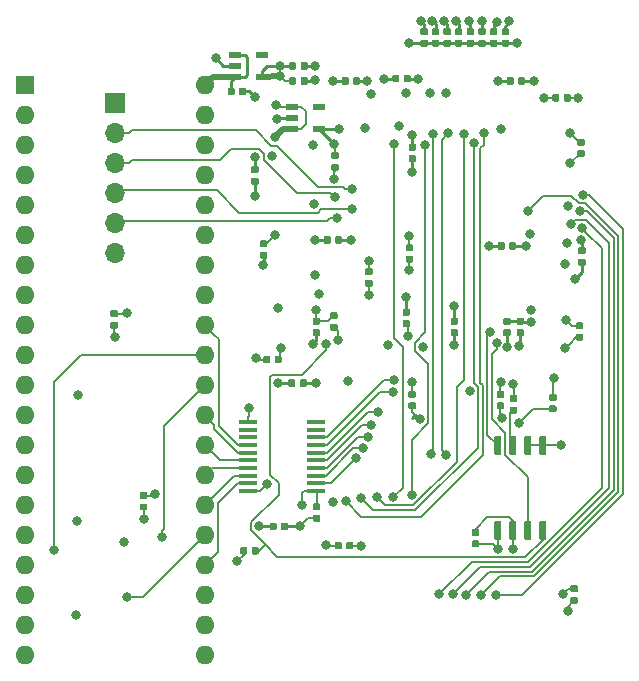
<source format=gbr>
G04 #@! TF.GenerationSoftware,KiCad,Pcbnew,(5.1.5)-3*
G04 #@! TF.CreationDate,2020-10-03T21:18:42-07:00*
G04 #@! TF.ProjectId,MCL86jr,4d434c38-366a-4722-9e6b-696361645f70,rev?*
G04 #@! TF.SameCoordinates,PX6b9fce8PY20f1980*
G04 #@! TF.FileFunction,Copper,L4,Bot*
G04 #@! TF.FilePolarity,Positive*
%FSLAX46Y46*%
G04 Gerber Fmt 4.6, Leading zero omitted, Abs format (unit mm)*
G04 Created by KiCad (PCBNEW (5.1.5)-3) date 2020-10-03 21:18:42*
%MOMM*%
%LPD*%
G04 APERTURE LIST*
%ADD10R,1.140000X0.600000*%
%ADD11R,1.570000X0.410000*%
%ADD12C,0.100000*%
%ADD13O,1.600000X1.600000*%
%ADD14R,1.600000X1.600000*%
%ADD15O,1.700000X1.700000*%
%ADD16R,1.700000X1.700000*%
%ADD17C,0.800000*%
%ADD18C,0.250000*%
%ADD19C,0.200000*%
%ADD20C,0.279400*%
%ADD21C,0.508000*%
G04 APERTURE END LIST*
D10*
X28470400Y-9916200D03*
X28470400Y-8016200D03*
X26190400Y-8016200D03*
X26190400Y-8966200D03*
X26190400Y-9916200D03*
D11*
X28193800Y-40567800D03*
X28193800Y-39917800D03*
X28193800Y-39267800D03*
X28193800Y-38617800D03*
X28193800Y-37967800D03*
X28193800Y-37317800D03*
X28193800Y-36667800D03*
X28193800Y-36017800D03*
X28193800Y-35367800D03*
X28193800Y-34717800D03*
X22453800Y-34717800D03*
X22453800Y-35367800D03*
X22453800Y-36017800D03*
X22453800Y-36667800D03*
X22453800Y-37317800D03*
X22453800Y-37967800D03*
X22453800Y-38617800D03*
X22453800Y-39267800D03*
X22453800Y-39917800D03*
X22453800Y-40567800D03*
D10*
X23669800Y-5522000D03*
X23669800Y-3622000D03*
X21389800Y-3622000D03*
X21389800Y-4572000D03*
X21389800Y-5522000D03*
G04 #@! TA.AperFunction,SMDPad,CuDef*
D12*
G36*
X36305758Y-20637710D02*
G01*
X36320076Y-20639834D01*
X36334117Y-20643351D01*
X36347746Y-20648228D01*
X36360831Y-20654417D01*
X36373247Y-20661858D01*
X36384873Y-20670481D01*
X36395598Y-20680202D01*
X36405319Y-20690927D01*
X36413942Y-20702553D01*
X36421383Y-20714969D01*
X36427572Y-20728054D01*
X36432449Y-20741683D01*
X36435966Y-20755724D01*
X36438090Y-20770042D01*
X36438800Y-20784500D01*
X36438800Y-21079500D01*
X36438090Y-21093958D01*
X36435966Y-21108276D01*
X36432449Y-21122317D01*
X36427572Y-21135946D01*
X36421383Y-21149031D01*
X36413942Y-21161447D01*
X36405319Y-21173073D01*
X36395598Y-21183798D01*
X36384873Y-21193519D01*
X36373247Y-21202142D01*
X36360831Y-21209583D01*
X36347746Y-21215772D01*
X36334117Y-21220649D01*
X36320076Y-21224166D01*
X36305758Y-21226290D01*
X36291300Y-21227000D01*
X35946300Y-21227000D01*
X35931842Y-21226290D01*
X35917524Y-21224166D01*
X35903483Y-21220649D01*
X35889854Y-21215772D01*
X35876769Y-21209583D01*
X35864353Y-21202142D01*
X35852727Y-21193519D01*
X35842002Y-21183798D01*
X35832281Y-21173073D01*
X35823658Y-21161447D01*
X35816217Y-21149031D01*
X35810028Y-21135946D01*
X35805151Y-21122317D01*
X35801634Y-21108276D01*
X35799510Y-21093958D01*
X35798800Y-21079500D01*
X35798800Y-20784500D01*
X35799510Y-20770042D01*
X35801634Y-20755724D01*
X35805151Y-20741683D01*
X35810028Y-20728054D01*
X35816217Y-20714969D01*
X35823658Y-20702553D01*
X35832281Y-20690927D01*
X35842002Y-20680202D01*
X35852727Y-20670481D01*
X35864353Y-20661858D01*
X35876769Y-20654417D01*
X35889854Y-20648228D01*
X35903483Y-20643351D01*
X35917524Y-20639834D01*
X35931842Y-20637710D01*
X35946300Y-20637000D01*
X36291300Y-20637000D01*
X36305758Y-20637710D01*
G37*
G04 #@! TD.AperFunction*
G04 #@! TA.AperFunction,SMDPad,CuDef*
G36*
X36305758Y-19667710D02*
G01*
X36320076Y-19669834D01*
X36334117Y-19673351D01*
X36347746Y-19678228D01*
X36360831Y-19684417D01*
X36373247Y-19691858D01*
X36384873Y-19700481D01*
X36395598Y-19710202D01*
X36405319Y-19720927D01*
X36413942Y-19732553D01*
X36421383Y-19744969D01*
X36427572Y-19758054D01*
X36432449Y-19771683D01*
X36435966Y-19785724D01*
X36438090Y-19800042D01*
X36438800Y-19814500D01*
X36438800Y-20109500D01*
X36438090Y-20123958D01*
X36435966Y-20138276D01*
X36432449Y-20152317D01*
X36427572Y-20165946D01*
X36421383Y-20179031D01*
X36413942Y-20191447D01*
X36405319Y-20203073D01*
X36395598Y-20213798D01*
X36384873Y-20223519D01*
X36373247Y-20232142D01*
X36360831Y-20239583D01*
X36347746Y-20245772D01*
X36334117Y-20250649D01*
X36320076Y-20254166D01*
X36305758Y-20256290D01*
X36291300Y-20257000D01*
X35946300Y-20257000D01*
X35931842Y-20256290D01*
X35917524Y-20254166D01*
X35903483Y-20250649D01*
X35889854Y-20245772D01*
X35876769Y-20239583D01*
X35864353Y-20232142D01*
X35852727Y-20223519D01*
X35842002Y-20213798D01*
X35832281Y-20203073D01*
X35823658Y-20191447D01*
X35816217Y-20179031D01*
X35810028Y-20165946D01*
X35805151Y-20152317D01*
X35801634Y-20138276D01*
X35799510Y-20123958D01*
X35798800Y-20109500D01*
X35798800Y-19814500D01*
X35799510Y-19800042D01*
X35801634Y-19785724D01*
X35805151Y-19771683D01*
X35810028Y-19758054D01*
X35816217Y-19744969D01*
X35823658Y-19732553D01*
X35832281Y-19720927D01*
X35842002Y-19710202D01*
X35852727Y-19700481D01*
X35864353Y-19691858D01*
X35876769Y-19684417D01*
X35889854Y-19678228D01*
X35903483Y-19673351D01*
X35917524Y-19669834D01*
X35931842Y-19667710D01*
X35946300Y-19667000D01*
X36291300Y-19667000D01*
X36305758Y-19667710D01*
G37*
G04 #@! TD.AperFunction*
G04 #@! TA.AperFunction,SMDPad,CuDef*
G36*
X31228558Y-44867310D02*
G01*
X31242876Y-44869434D01*
X31256917Y-44872951D01*
X31270546Y-44877828D01*
X31283631Y-44884017D01*
X31296047Y-44891458D01*
X31307673Y-44900081D01*
X31318398Y-44909802D01*
X31328119Y-44920527D01*
X31336742Y-44932153D01*
X31344183Y-44944569D01*
X31350372Y-44957654D01*
X31355249Y-44971283D01*
X31358766Y-44985324D01*
X31360890Y-44999642D01*
X31361600Y-45014100D01*
X31361600Y-45359100D01*
X31360890Y-45373558D01*
X31358766Y-45387876D01*
X31355249Y-45401917D01*
X31350372Y-45415546D01*
X31344183Y-45428631D01*
X31336742Y-45441047D01*
X31328119Y-45452673D01*
X31318398Y-45463398D01*
X31307673Y-45473119D01*
X31296047Y-45481742D01*
X31283631Y-45489183D01*
X31270546Y-45495372D01*
X31256917Y-45500249D01*
X31242876Y-45503766D01*
X31228558Y-45505890D01*
X31214100Y-45506600D01*
X30919100Y-45506600D01*
X30904642Y-45505890D01*
X30890324Y-45503766D01*
X30876283Y-45500249D01*
X30862654Y-45495372D01*
X30849569Y-45489183D01*
X30837153Y-45481742D01*
X30825527Y-45473119D01*
X30814802Y-45463398D01*
X30805081Y-45452673D01*
X30796458Y-45441047D01*
X30789017Y-45428631D01*
X30782828Y-45415546D01*
X30777951Y-45401917D01*
X30774434Y-45387876D01*
X30772310Y-45373558D01*
X30771600Y-45359100D01*
X30771600Y-45014100D01*
X30772310Y-44999642D01*
X30774434Y-44985324D01*
X30777951Y-44971283D01*
X30782828Y-44957654D01*
X30789017Y-44944569D01*
X30796458Y-44932153D01*
X30805081Y-44920527D01*
X30814802Y-44909802D01*
X30825527Y-44900081D01*
X30837153Y-44891458D01*
X30849569Y-44884017D01*
X30862654Y-44877828D01*
X30876283Y-44872951D01*
X30890324Y-44869434D01*
X30904642Y-44867310D01*
X30919100Y-44866600D01*
X31214100Y-44866600D01*
X31228558Y-44867310D01*
G37*
G04 #@! TD.AperFunction*
G04 #@! TA.AperFunction,SMDPad,CuDef*
G36*
X30258558Y-44867310D02*
G01*
X30272876Y-44869434D01*
X30286917Y-44872951D01*
X30300546Y-44877828D01*
X30313631Y-44884017D01*
X30326047Y-44891458D01*
X30337673Y-44900081D01*
X30348398Y-44909802D01*
X30358119Y-44920527D01*
X30366742Y-44932153D01*
X30374183Y-44944569D01*
X30380372Y-44957654D01*
X30385249Y-44971283D01*
X30388766Y-44985324D01*
X30390890Y-44999642D01*
X30391600Y-45014100D01*
X30391600Y-45359100D01*
X30390890Y-45373558D01*
X30388766Y-45387876D01*
X30385249Y-45401917D01*
X30380372Y-45415546D01*
X30374183Y-45428631D01*
X30366742Y-45441047D01*
X30358119Y-45452673D01*
X30348398Y-45463398D01*
X30337673Y-45473119D01*
X30326047Y-45481742D01*
X30313631Y-45489183D01*
X30300546Y-45495372D01*
X30286917Y-45500249D01*
X30272876Y-45503766D01*
X30258558Y-45505890D01*
X30244100Y-45506600D01*
X29949100Y-45506600D01*
X29934642Y-45505890D01*
X29920324Y-45503766D01*
X29906283Y-45500249D01*
X29892654Y-45495372D01*
X29879569Y-45489183D01*
X29867153Y-45481742D01*
X29855527Y-45473119D01*
X29844802Y-45463398D01*
X29835081Y-45452673D01*
X29826458Y-45441047D01*
X29819017Y-45428631D01*
X29812828Y-45415546D01*
X29807951Y-45401917D01*
X29804434Y-45387876D01*
X29802310Y-45373558D01*
X29801600Y-45359100D01*
X29801600Y-45014100D01*
X29802310Y-44999642D01*
X29804434Y-44985324D01*
X29807951Y-44971283D01*
X29812828Y-44957654D01*
X29819017Y-44944569D01*
X29826458Y-44932153D01*
X29835081Y-44920527D01*
X29844802Y-44909802D01*
X29855527Y-44900081D01*
X29867153Y-44891458D01*
X29879569Y-44884017D01*
X29892654Y-44877828D01*
X29906283Y-44872951D01*
X29920324Y-44869434D01*
X29934642Y-44867310D01*
X29949100Y-44866600D01*
X30244100Y-44866600D01*
X30258558Y-44867310D01*
G37*
G04 #@! TD.AperFunction*
G04 #@! TA.AperFunction,SMDPad,CuDef*
G36*
X49645958Y-6945110D02*
G01*
X49660276Y-6947234D01*
X49674317Y-6950751D01*
X49687946Y-6955628D01*
X49701031Y-6961817D01*
X49713447Y-6969258D01*
X49725073Y-6977881D01*
X49735798Y-6987602D01*
X49745519Y-6998327D01*
X49754142Y-7009953D01*
X49761583Y-7022369D01*
X49767772Y-7035454D01*
X49772649Y-7049083D01*
X49776166Y-7063124D01*
X49778290Y-7077442D01*
X49779000Y-7091900D01*
X49779000Y-7436900D01*
X49778290Y-7451358D01*
X49776166Y-7465676D01*
X49772649Y-7479717D01*
X49767772Y-7493346D01*
X49761583Y-7506431D01*
X49754142Y-7518847D01*
X49745519Y-7530473D01*
X49735798Y-7541198D01*
X49725073Y-7550919D01*
X49713447Y-7559542D01*
X49701031Y-7566983D01*
X49687946Y-7573172D01*
X49674317Y-7578049D01*
X49660276Y-7581566D01*
X49645958Y-7583690D01*
X49631500Y-7584400D01*
X49336500Y-7584400D01*
X49322042Y-7583690D01*
X49307724Y-7581566D01*
X49293683Y-7578049D01*
X49280054Y-7573172D01*
X49266969Y-7566983D01*
X49254553Y-7559542D01*
X49242927Y-7550919D01*
X49232202Y-7541198D01*
X49222481Y-7530473D01*
X49213858Y-7518847D01*
X49206417Y-7506431D01*
X49200228Y-7493346D01*
X49195351Y-7479717D01*
X49191834Y-7465676D01*
X49189710Y-7451358D01*
X49189000Y-7436900D01*
X49189000Y-7091900D01*
X49189710Y-7077442D01*
X49191834Y-7063124D01*
X49195351Y-7049083D01*
X49200228Y-7035454D01*
X49206417Y-7022369D01*
X49213858Y-7009953D01*
X49222481Y-6998327D01*
X49232202Y-6987602D01*
X49242927Y-6977881D01*
X49254553Y-6969258D01*
X49266969Y-6961817D01*
X49280054Y-6955628D01*
X49293683Y-6950751D01*
X49307724Y-6947234D01*
X49322042Y-6945110D01*
X49336500Y-6944400D01*
X49631500Y-6944400D01*
X49645958Y-6945110D01*
G37*
G04 #@! TD.AperFunction*
G04 #@! TA.AperFunction,SMDPad,CuDef*
G36*
X48675958Y-6945110D02*
G01*
X48690276Y-6947234D01*
X48704317Y-6950751D01*
X48717946Y-6955628D01*
X48731031Y-6961817D01*
X48743447Y-6969258D01*
X48755073Y-6977881D01*
X48765798Y-6987602D01*
X48775519Y-6998327D01*
X48784142Y-7009953D01*
X48791583Y-7022369D01*
X48797772Y-7035454D01*
X48802649Y-7049083D01*
X48806166Y-7063124D01*
X48808290Y-7077442D01*
X48809000Y-7091900D01*
X48809000Y-7436900D01*
X48808290Y-7451358D01*
X48806166Y-7465676D01*
X48802649Y-7479717D01*
X48797772Y-7493346D01*
X48791583Y-7506431D01*
X48784142Y-7518847D01*
X48775519Y-7530473D01*
X48765798Y-7541198D01*
X48755073Y-7550919D01*
X48743447Y-7559542D01*
X48731031Y-7566983D01*
X48717946Y-7573172D01*
X48704317Y-7578049D01*
X48690276Y-7581566D01*
X48675958Y-7583690D01*
X48661500Y-7584400D01*
X48366500Y-7584400D01*
X48352042Y-7583690D01*
X48337724Y-7581566D01*
X48323683Y-7578049D01*
X48310054Y-7573172D01*
X48296969Y-7566983D01*
X48284553Y-7559542D01*
X48272927Y-7550919D01*
X48262202Y-7541198D01*
X48252481Y-7530473D01*
X48243858Y-7518847D01*
X48236417Y-7506431D01*
X48230228Y-7493346D01*
X48225351Y-7479717D01*
X48221834Y-7465676D01*
X48219710Y-7451358D01*
X48219000Y-7436900D01*
X48219000Y-7091900D01*
X48219710Y-7077442D01*
X48221834Y-7063124D01*
X48225351Y-7049083D01*
X48230228Y-7035454D01*
X48236417Y-7022369D01*
X48243858Y-7009953D01*
X48252481Y-6998327D01*
X48262202Y-6987602D01*
X48272927Y-6977881D01*
X48284553Y-6969258D01*
X48296969Y-6961817D01*
X48310054Y-6955628D01*
X48323683Y-6950751D01*
X48337724Y-6947234D01*
X48352042Y-6945110D01*
X48366500Y-6944400D01*
X48661500Y-6944400D01*
X48675958Y-6945110D01*
G37*
G04 #@! TD.AperFunction*
G04 #@! TA.AperFunction,SMDPad,CuDef*
G36*
X32876758Y-22669710D02*
G01*
X32891076Y-22671834D01*
X32905117Y-22675351D01*
X32918746Y-22680228D01*
X32931831Y-22686417D01*
X32944247Y-22693858D01*
X32955873Y-22702481D01*
X32966598Y-22712202D01*
X32976319Y-22722927D01*
X32984942Y-22734553D01*
X32992383Y-22746969D01*
X32998572Y-22760054D01*
X33003449Y-22773683D01*
X33006966Y-22787724D01*
X33009090Y-22802042D01*
X33009800Y-22816500D01*
X33009800Y-23111500D01*
X33009090Y-23125958D01*
X33006966Y-23140276D01*
X33003449Y-23154317D01*
X32998572Y-23167946D01*
X32992383Y-23181031D01*
X32984942Y-23193447D01*
X32976319Y-23205073D01*
X32966598Y-23215798D01*
X32955873Y-23225519D01*
X32944247Y-23234142D01*
X32931831Y-23241583D01*
X32918746Y-23247772D01*
X32905117Y-23252649D01*
X32891076Y-23256166D01*
X32876758Y-23258290D01*
X32862300Y-23259000D01*
X32517300Y-23259000D01*
X32502842Y-23258290D01*
X32488524Y-23256166D01*
X32474483Y-23252649D01*
X32460854Y-23247772D01*
X32447769Y-23241583D01*
X32435353Y-23234142D01*
X32423727Y-23225519D01*
X32413002Y-23215798D01*
X32403281Y-23205073D01*
X32394658Y-23193447D01*
X32387217Y-23181031D01*
X32381028Y-23167946D01*
X32376151Y-23154317D01*
X32372634Y-23140276D01*
X32370510Y-23125958D01*
X32369800Y-23111500D01*
X32369800Y-22816500D01*
X32370510Y-22802042D01*
X32372634Y-22787724D01*
X32376151Y-22773683D01*
X32381028Y-22760054D01*
X32387217Y-22746969D01*
X32394658Y-22734553D01*
X32403281Y-22722927D01*
X32413002Y-22712202D01*
X32423727Y-22702481D01*
X32435353Y-22693858D01*
X32447769Y-22686417D01*
X32460854Y-22680228D01*
X32474483Y-22675351D01*
X32488524Y-22671834D01*
X32502842Y-22669710D01*
X32517300Y-22669000D01*
X32862300Y-22669000D01*
X32876758Y-22669710D01*
G37*
G04 #@! TD.AperFunction*
G04 #@! TA.AperFunction,SMDPad,CuDef*
G36*
X32876758Y-21699710D02*
G01*
X32891076Y-21701834D01*
X32905117Y-21705351D01*
X32918746Y-21710228D01*
X32931831Y-21716417D01*
X32944247Y-21723858D01*
X32955873Y-21732481D01*
X32966598Y-21742202D01*
X32976319Y-21752927D01*
X32984942Y-21764553D01*
X32992383Y-21776969D01*
X32998572Y-21790054D01*
X33003449Y-21803683D01*
X33006966Y-21817724D01*
X33009090Y-21832042D01*
X33009800Y-21846500D01*
X33009800Y-22141500D01*
X33009090Y-22155958D01*
X33006966Y-22170276D01*
X33003449Y-22184317D01*
X32998572Y-22197946D01*
X32992383Y-22211031D01*
X32984942Y-22223447D01*
X32976319Y-22235073D01*
X32966598Y-22245798D01*
X32955873Y-22255519D01*
X32944247Y-22264142D01*
X32931831Y-22271583D01*
X32918746Y-22277772D01*
X32905117Y-22282649D01*
X32891076Y-22286166D01*
X32876758Y-22288290D01*
X32862300Y-22289000D01*
X32517300Y-22289000D01*
X32502842Y-22288290D01*
X32488524Y-22286166D01*
X32474483Y-22282649D01*
X32460854Y-22277772D01*
X32447769Y-22271583D01*
X32435353Y-22264142D01*
X32423727Y-22255519D01*
X32413002Y-22245798D01*
X32403281Y-22235073D01*
X32394658Y-22223447D01*
X32387217Y-22211031D01*
X32381028Y-22197946D01*
X32376151Y-22184317D01*
X32372634Y-22170276D01*
X32370510Y-22155958D01*
X32369800Y-22141500D01*
X32369800Y-21846500D01*
X32370510Y-21832042D01*
X32372634Y-21817724D01*
X32376151Y-21803683D01*
X32381028Y-21790054D01*
X32387217Y-21776969D01*
X32394658Y-21764553D01*
X32403281Y-21752927D01*
X32413002Y-21742202D01*
X32423727Y-21732481D01*
X32435353Y-21723858D01*
X32447769Y-21716417D01*
X32460854Y-21710228D01*
X32474483Y-21705351D01*
X32488524Y-21701834D01*
X32502842Y-21699710D01*
X32517300Y-21699000D01*
X32862300Y-21699000D01*
X32876758Y-21699710D01*
G37*
G04 #@! TD.AperFunction*
D13*
X18785600Y-6211600D03*
X3545600Y-54471600D03*
X18785600Y-8751600D03*
X3545600Y-51931600D03*
X18785600Y-11291600D03*
X3545600Y-49391600D03*
X18785600Y-13831600D03*
X3545600Y-46851600D03*
X18785600Y-16371600D03*
X3545600Y-44311600D03*
X18785600Y-18911600D03*
X3545600Y-41771600D03*
X18785600Y-21451600D03*
X3545600Y-39231600D03*
X18785600Y-23991600D03*
X3545600Y-36691600D03*
X18785600Y-26531600D03*
X3545600Y-34151600D03*
X18785600Y-29071600D03*
X3545600Y-31611600D03*
X18785600Y-31611600D03*
X3545600Y-29071600D03*
X18785600Y-34151600D03*
X3545600Y-26531600D03*
X18785600Y-36691600D03*
X3545600Y-23991600D03*
X18785600Y-39231600D03*
X3545600Y-21451600D03*
X18785600Y-41771600D03*
X3545600Y-18911600D03*
X18785600Y-44311600D03*
X3545600Y-16371600D03*
X18785600Y-46851600D03*
X3545600Y-13831600D03*
X18785600Y-49391600D03*
X3545600Y-11291600D03*
X18785600Y-51931600D03*
X3545600Y-8751600D03*
X18785600Y-54471600D03*
D14*
X3545600Y-6211600D03*
G04 #@! TA.AperFunction,SMDPad,CuDef*
D12*
G36*
X13801358Y-40648110D02*
G01*
X13815676Y-40650234D01*
X13829717Y-40653751D01*
X13843346Y-40658628D01*
X13856431Y-40664817D01*
X13868847Y-40672258D01*
X13880473Y-40680881D01*
X13891198Y-40690602D01*
X13900919Y-40701327D01*
X13909542Y-40712953D01*
X13916983Y-40725369D01*
X13923172Y-40738454D01*
X13928049Y-40752083D01*
X13931566Y-40766124D01*
X13933690Y-40780442D01*
X13934400Y-40794900D01*
X13934400Y-41089900D01*
X13933690Y-41104358D01*
X13931566Y-41118676D01*
X13928049Y-41132717D01*
X13923172Y-41146346D01*
X13916983Y-41159431D01*
X13909542Y-41171847D01*
X13900919Y-41183473D01*
X13891198Y-41194198D01*
X13880473Y-41203919D01*
X13868847Y-41212542D01*
X13856431Y-41219983D01*
X13843346Y-41226172D01*
X13829717Y-41231049D01*
X13815676Y-41234566D01*
X13801358Y-41236690D01*
X13786900Y-41237400D01*
X13441900Y-41237400D01*
X13427442Y-41236690D01*
X13413124Y-41234566D01*
X13399083Y-41231049D01*
X13385454Y-41226172D01*
X13372369Y-41219983D01*
X13359953Y-41212542D01*
X13348327Y-41203919D01*
X13337602Y-41194198D01*
X13327881Y-41183473D01*
X13319258Y-41171847D01*
X13311817Y-41159431D01*
X13305628Y-41146346D01*
X13300751Y-41132717D01*
X13297234Y-41118676D01*
X13295110Y-41104358D01*
X13294400Y-41089900D01*
X13294400Y-40794900D01*
X13295110Y-40780442D01*
X13297234Y-40766124D01*
X13300751Y-40752083D01*
X13305628Y-40738454D01*
X13311817Y-40725369D01*
X13319258Y-40712953D01*
X13327881Y-40701327D01*
X13337602Y-40690602D01*
X13348327Y-40680881D01*
X13359953Y-40672258D01*
X13372369Y-40664817D01*
X13385454Y-40658628D01*
X13399083Y-40653751D01*
X13413124Y-40650234D01*
X13427442Y-40648110D01*
X13441900Y-40647400D01*
X13786900Y-40647400D01*
X13801358Y-40648110D01*
G37*
G04 #@! TD.AperFunction*
G04 #@! TA.AperFunction,SMDPad,CuDef*
G36*
X13801358Y-41618110D02*
G01*
X13815676Y-41620234D01*
X13829717Y-41623751D01*
X13843346Y-41628628D01*
X13856431Y-41634817D01*
X13868847Y-41642258D01*
X13880473Y-41650881D01*
X13891198Y-41660602D01*
X13900919Y-41671327D01*
X13909542Y-41682953D01*
X13916983Y-41695369D01*
X13923172Y-41708454D01*
X13928049Y-41722083D01*
X13931566Y-41736124D01*
X13933690Y-41750442D01*
X13934400Y-41764900D01*
X13934400Y-42059900D01*
X13933690Y-42074358D01*
X13931566Y-42088676D01*
X13928049Y-42102717D01*
X13923172Y-42116346D01*
X13916983Y-42129431D01*
X13909542Y-42141847D01*
X13900919Y-42153473D01*
X13891198Y-42164198D01*
X13880473Y-42173919D01*
X13868847Y-42182542D01*
X13856431Y-42189983D01*
X13843346Y-42196172D01*
X13829717Y-42201049D01*
X13815676Y-42204566D01*
X13801358Y-42206690D01*
X13786900Y-42207400D01*
X13441900Y-42207400D01*
X13427442Y-42206690D01*
X13413124Y-42204566D01*
X13399083Y-42201049D01*
X13385454Y-42196172D01*
X13372369Y-42189983D01*
X13359953Y-42182542D01*
X13348327Y-42173919D01*
X13337602Y-42164198D01*
X13327881Y-42153473D01*
X13319258Y-42141847D01*
X13311817Y-42129431D01*
X13305628Y-42116346D01*
X13300751Y-42102717D01*
X13297234Y-42088676D01*
X13295110Y-42074358D01*
X13294400Y-42059900D01*
X13294400Y-41764900D01*
X13295110Y-41750442D01*
X13297234Y-41736124D01*
X13300751Y-41722083D01*
X13305628Y-41708454D01*
X13311817Y-41695369D01*
X13319258Y-41682953D01*
X13327881Y-41671327D01*
X13337602Y-41660602D01*
X13348327Y-41650881D01*
X13359953Y-41642258D01*
X13372369Y-41634817D01*
X13385454Y-41628628D01*
X13399083Y-41623751D01*
X13413124Y-41620234D01*
X13427442Y-41618110D01*
X13441900Y-41617400D01*
X13786900Y-41617400D01*
X13801358Y-41618110D01*
G37*
G04 #@! TD.AperFunction*
G04 #@! TA.AperFunction,SMDPad,CuDef*
G36*
X44001958Y-32088310D02*
G01*
X44016276Y-32090434D01*
X44030317Y-32093951D01*
X44043946Y-32098828D01*
X44057031Y-32105017D01*
X44069447Y-32112458D01*
X44081073Y-32121081D01*
X44091798Y-32130802D01*
X44101519Y-32141527D01*
X44110142Y-32153153D01*
X44117583Y-32165569D01*
X44123772Y-32178654D01*
X44128649Y-32192283D01*
X44132166Y-32206324D01*
X44134290Y-32220642D01*
X44135000Y-32235100D01*
X44135000Y-32530100D01*
X44134290Y-32544558D01*
X44132166Y-32558876D01*
X44128649Y-32572917D01*
X44123772Y-32586546D01*
X44117583Y-32599631D01*
X44110142Y-32612047D01*
X44101519Y-32623673D01*
X44091798Y-32634398D01*
X44081073Y-32644119D01*
X44069447Y-32652742D01*
X44057031Y-32660183D01*
X44043946Y-32666372D01*
X44030317Y-32671249D01*
X44016276Y-32674766D01*
X44001958Y-32676890D01*
X43987500Y-32677600D01*
X43642500Y-32677600D01*
X43628042Y-32676890D01*
X43613724Y-32674766D01*
X43599683Y-32671249D01*
X43586054Y-32666372D01*
X43572969Y-32660183D01*
X43560553Y-32652742D01*
X43548927Y-32644119D01*
X43538202Y-32634398D01*
X43528481Y-32623673D01*
X43519858Y-32612047D01*
X43512417Y-32599631D01*
X43506228Y-32586546D01*
X43501351Y-32572917D01*
X43497834Y-32558876D01*
X43495710Y-32544558D01*
X43495000Y-32530100D01*
X43495000Y-32235100D01*
X43495710Y-32220642D01*
X43497834Y-32206324D01*
X43501351Y-32192283D01*
X43506228Y-32178654D01*
X43512417Y-32165569D01*
X43519858Y-32153153D01*
X43528481Y-32141527D01*
X43538202Y-32130802D01*
X43548927Y-32121081D01*
X43560553Y-32112458D01*
X43572969Y-32105017D01*
X43586054Y-32098828D01*
X43599683Y-32093951D01*
X43613724Y-32090434D01*
X43628042Y-32088310D01*
X43642500Y-32087600D01*
X43987500Y-32087600D01*
X44001958Y-32088310D01*
G37*
G04 #@! TD.AperFunction*
G04 #@! TA.AperFunction,SMDPad,CuDef*
G36*
X44001958Y-33058310D02*
G01*
X44016276Y-33060434D01*
X44030317Y-33063951D01*
X44043946Y-33068828D01*
X44057031Y-33075017D01*
X44069447Y-33082458D01*
X44081073Y-33091081D01*
X44091798Y-33100802D01*
X44101519Y-33111527D01*
X44110142Y-33123153D01*
X44117583Y-33135569D01*
X44123772Y-33148654D01*
X44128649Y-33162283D01*
X44132166Y-33176324D01*
X44134290Y-33190642D01*
X44135000Y-33205100D01*
X44135000Y-33500100D01*
X44134290Y-33514558D01*
X44132166Y-33528876D01*
X44128649Y-33542917D01*
X44123772Y-33556546D01*
X44117583Y-33569631D01*
X44110142Y-33582047D01*
X44101519Y-33593673D01*
X44091798Y-33604398D01*
X44081073Y-33614119D01*
X44069447Y-33622742D01*
X44057031Y-33630183D01*
X44043946Y-33636372D01*
X44030317Y-33641249D01*
X44016276Y-33644766D01*
X44001958Y-33646890D01*
X43987500Y-33647600D01*
X43642500Y-33647600D01*
X43628042Y-33646890D01*
X43613724Y-33644766D01*
X43599683Y-33641249D01*
X43586054Y-33636372D01*
X43572969Y-33630183D01*
X43560553Y-33622742D01*
X43548927Y-33614119D01*
X43538202Y-33604398D01*
X43528481Y-33593673D01*
X43519858Y-33582047D01*
X43512417Y-33569631D01*
X43506228Y-33556546D01*
X43501351Y-33542917D01*
X43497834Y-33528876D01*
X43495710Y-33514558D01*
X43495000Y-33500100D01*
X43495000Y-33205100D01*
X43495710Y-33190642D01*
X43497834Y-33176324D01*
X43501351Y-33162283D01*
X43506228Y-33148654D01*
X43512417Y-33135569D01*
X43519858Y-33123153D01*
X43528481Y-33111527D01*
X43538202Y-33100802D01*
X43548927Y-33091081D01*
X43560553Y-33082458D01*
X43572969Y-33075017D01*
X43586054Y-33068828D01*
X43599683Y-33063951D01*
X43613724Y-33060434D01*
X43628042Y-33058310D01*
X43642500Y-33057600D01*
X43987500Y-33057600D01*
X44001958Y-33058310D01*
G37*
G04 #@! TD.AperFunction*
G04 #@! TA.AperFunction,SMDPad,CuDef*
G36*
X45782758Y-5522710D02*
G01*
X45797076Y-5524834D01*
X45811117Y-5528351D01*
X45824746Y-5533228D01*
X45837831Y-5539417D01*
X45850247Y-5546858D01*
X45861873Y-5555481D01*
X45872598Y-5565202D01*
X45882319Y-5575927D01*
X45890942Y-5587553D01*
X45898383Y-5599969D01*
X45904572Y-5613054D01*
X45909449Y-5626683D01*
X45912966Y-5640724D01*
X45915090Y-5655042D01*
X45915800Y-5669500D01*
X45915800Y-6014500D01*
X45915090Y-6028958D01*
X45912966Y-6043276D01*
X45909449Y-6057317D01*
X45904572Y-6070946D01*
X45898383Y-6084031D01*
X45890942Y-6096447D01*
X45882319Y-6108073D01*
X45872598Y-6118798D01*
X45861873Y-6128519D01*
X45850247Y-6137142D01*
X45837831Y-6144583D01*
X45824746Y-6150772D01*
X45811117Y-6155649D01*
X45797076Y-6159166D01*
X45782758Y-6161290D01*
X45768300Y-6162000D01*
X45473300Y-6162000D01*
X45458842Y-6161290D01*
X45444524Y-6159166D01*
X45430483Y-6155649D01*
X45416854Y-6150772D01*
X45403769Y-6144583D01*
X45391353Y-6137142D01*
X45379727Y-6128519D01*
X45369002Y-6118798D01*
X45359281Y-6108073D01*
X45350658Y-6096447D01*
X45343217Y-6084031D01*
X45337028Y-6070946D01*
X45332151Y-6057317D01*
X45328634Y-6043276D01*
X45326510Y-6028958D01*
X45325800Y-6014500D01*
X45325800Y-5669500D01*
X45326510Y-5655042D01*
X45328634Y-5640724D01*
X45332151Y-5626683D01*
X45337028Y-5613054D01*
X45343217Y-5599969D01*
X45350658Y-5587553D01*
X45359281Y-5575927D01*
X45369002Y-5565202D01*
X45379727Y-5555481D01*
X45391353Y-5546858D01*
X45403769Y-5539417D01*
X45416854Y-5533228D01*
X45430483Y-5528351D01*
X45444524Y-5524834D01*
X45458842Y-5522710D01*
X45473300Y-5522000D01*
X45768300Y-5522000D01*
X45782758Y-5522710D01*
G37*
G04 #@! TD.AperFunction*
G04 #@! TA.AperFunction,SMDPad,CuDef*
G36*
X44812758Y-5522710D02*
G01*
X44827076Y-5524834D01*
X44841117Y-5528351D01*
X44854746Y-5533228D01*
X44867831Y-5539417D01*
X44880247Y-5546858D01*
X44891873Y-5555481D01*
X44902598Y-5565202D01*
X44912319Y-5575927D01*
X44920942Y-5587553D01*
X44928383Y-5599969D01*
X44934572Y-5613054D01*
X44939449Y-5626683D01*
X44942966Y-5640724D01*
X44945090Y-5655042D01*
X44945800Y-5669500D01*
X44945800Y-6014500D01*
X44945090Y-6028958D01*
X44942966Y-6043276D01*
X44939449Y-6057317D01*
X44934572Y-6070946D01*
X44928383Y-6084031D01*
X44920942Y-6096447D01*
X44912319Y-6108073D01*
X44902598Y-6118798D01*
X44891873Y-6128519D01*
X44880247Y-6137142D01*
X44867831Y-6144583D01*
X44854746Y-6150772D01*
X44841117Y-6155649D01*
X44827076Y-6159166D01*
X44812758Y-6161290D01*
X44798300Y-6162000D01*
X44503300Y-6162000D01*
X44488842Y-6161290D01*
X44474524Y-6159166D01*
X44460483Y-6155649D01*
X44446854Y-6150772D01*
X44433769Y-6144583D01*
X44421353Y-6137142D01*
X44409727Y-6128519D01*
X44399002Y-6118798D01*
X44389281Y-6108073D01*
X44380658Y-6096447D01*
X44373217Y-6084031D01*
X44367028Y-6070946D01*
X44362151Y-6057317D01*
X44358634Y-6043276D01*
X44356510Y-6028958D01*
X44355800Y-6014500D01*
X44355800Y-5669500D01*
X44356510Y-5655042D01*
X44358634Y-5640724D01*
X44362151Y-5626683D01*
X44367028Y-5613054D01*
X44373217Y-5599969D01*
X44380658Y-5587553D01*
X44389281Y-5575927D01*
X44399002Y-5565202D01*
X44409727Y-5555481D01*
X44421353Y-5546858D01*
X44433769Y-5539417D01*
X44446854Y-5533228D01*
X44460483Y-5528351D01*
X44474524Y-5524834D01*
X44488842Y-5522710D01*
X44503300Y-5522000D01*
X44798300Y-5522000D01*
X44812758Y-5522710D01*
G37*
G04 #@! TD.AperFunction*
G04 #@! TA.AperFunction,SMDPad,CuDef*
G36*
X31812758Y-5522710D02*
G01*
X31827076Y-5524834D01*
X31841117Y-5528351D01*
X31854746Y-5533228D01*
X31867831Y-5539417D01*
X31880247Y-5546858D01*
X31891873Y-5555481D01*
X31902598Y-5565202D01*
X31912319Y-5575927D01*
X31920942Y-5587553D01*
X31928383Y-5599969D01*
X31934572Y-5613054D01*
X31939449Y-5626683D01*
X31942966Y-5640724D01*
X31945090Y-5655042D01*
X31945800Y-5669500D01*
X31945800Y-6014500D01*
X31945090Y-6028958D01*
X31942966Y-6043276D01*
X31939449Y-6057317D01*
X31934572Y-6070946D01*
X31928383Y-6084031D01*
X31920942Y-6096447D01*
X31912319Y-6108073D01*
X31902598Y-6118798D01*
X31891873Y-6128519D01*
X31880247Y-6137142D01*
X31867831Y-6144583D01*
X31854746Y-6150772D01*
X31841117Y-6155649D01*
X31827076Y-6159166D01*
X31812758Y-6161290D01*
X31798300Y-6162000D01*
X31503300Y-6162000D01*
X31488842Y-6161290D01*
X31474524Y-6159166D01*
X31460483Y-6155649D01*
X31446854Y-6150772D01*
X31433769Y-6144583D01*
X31421353Y-6137142D01*
X31409727Y-6128519D01*
X31399002Y-6118798D01*
X31389281Y-6108073D01*
X31380658Y-6096447D01*
X31373217Y-6084031D01*
X31367028Y-6070946D01*
X31362151Y-6057317D01*
X31358634Y-6043276D01*
X31356510Y-6028958D01*
X31355800Y-6014500D01*
X31355800Y-5669500D01*
X31356510Y-5655042D01*
X31358634Y-5640724D01*
X31362151Y-5626683D01*
X31367028Y-5613054D01*
X31373217Y-5599969D01*
X31380658Y-5587553D01*
X31389281Y-5575927D01*
X31399002Y-5565202D01*
X31409727Y-5555481D01*
X31421353Y-5546858D01*
X31433769Y-5539417D01*
X31446854Y-5533228D01*
X31460483Y-5528351D01*
X31474524Y-5524834D01*
X31488842Y-5522710D01*
X31503300Y-5522000D01*
X31798300Y-5522000D01*
X31812758Y-5522710D01*
G37*
G04 #@! TD.AperFunction*
G04 #@! TA.AperFunction,SMDPad,CuDef*
G36*
X30842758Y-5522710D02*
G01*
X30857076Y-5524834D01*
X30871117Y-5528351D01*
X30884746Y-5533228D01*
X30897831Y-5539417D01*
X30910247Y-5546858D01*
X30921873Y-5555481D01*
X30932598Y-5565202D01*
X30942319Y-5575927D01*
X30950942Y-5587553D01*
X30958383Y-5599969D01*
X30964572Y-5613054D01*
X30969449Y-5626683D01*
X30972966Y-5640724D01*
X30975090Y-5655042D01*
X30975800Y-5669500D01*
X30975800Y-6014500D01*
X30975090Y-6028958D01*
X30972966Y-6043276D01*
X30969449Y-6057317D01*
X30964572Y-6070946D01*
X30958383Y-6084031D01*
X30950942Y-6096447D01*
X30942319Y-6108073D01*
X30932598Y-6118798D01*
X30921873Y-6128519D01*
X30910247Y-6137142D01*
X30897831Y-6144583D01*
X30884746Y-6150772D01*
X30871117Y-6155649D01*
X30857076Y-6159166D01*
X30842758Y-6161290D01*
X30828300Y-6162000D01*
X30533300Y-6162000D01*
X30518842Y-6161290D01*
X30504524Y-6159166D01*
X30490483Y-6155649D01*
X30476854Y-6150772D01*
X30463769Y-6144583D01*
X30451353Y-6137142D01*
X30439727Y-6128519D01*
X30429002Y-6118798D01*
X30419281Y-6108073D01*
X30410658Y-6096447D01*
X30403217Y-6084031D01*
X30397028Y-6070946D01*
X30392151Y-6057317D01*
X30388634Y-6043276D01*
X30386510Y-6028958D01*
X30385800Y-6014500D01*
X30385800Y-5669500D01*
X30386510Y-5655042D01*
X30388634Y-5640724D01*
X30392151Y-5626683D01*
X30397028Y-5613054D01*
X30403217Y-5599969D01*
X30410658Y-5587553D01*
X30419281Y-5575927D01*
X30429002Y-5565202D01*
X30439727Y-5555481D01*
X30451353Y-5546858D01*
X30463769Y-5539417D01*
X30476854Y-5533228D01*
X30490483Y-5528351D01*
X30504524Y-5524834D01*
X30518842Y-5522710D01*
X30533300Y-5522000D01*
X30828300Y-5522000D01*
X30842758Y-5522710D01*
G37*
G04 #@! TD.AperFunction*
G04 #@! TA.AperFunction,SMDPad,CuDef*
G36*
X45119558Y-33413910D02*
G01*
X45133876Y-33416034D01*
X45147917Y-33419551D01*
X45161546Y-33424428D01*
X45174631Y-33430617D01*
X45187047Y-33438058D01*
X45198673Y-33446681D01*
X45209398Y-33456402D01*
X45219119Y-33467127D01*
X45227742Y-33478753D01*
X45235183Y-33491169D01*
X45241372Y-33504254D01*
X45246249Y-33517883D01*
X45249766Y-33531924D01*
X45251890Y-33546242D01*
X45252600Y-33560700D01*
X45252600Y-33855700D01*
X45251890Y-33870158D01*
X45249766Y-33884476D01*
X45246249Y-33898517D01*
X45241372Y-33912146D01*
X45235183Y-33925231D01*
X45227742Y-33937647D01*
X45219119Y-33949273D01*
X45209398Y-33959998D01*
X45198673Y-33969719D01*
X45187047Y-33978342D01*
X45174631Y-33985783D01*
X45161546Y-33991972D01*
X45147917Y-33996849D01*
X45133876Y-34000366D01*
X45119558Y-34002490D01*
X45105100Y-34003200D01*
X44760100Y-34003200D01*
X44745642Y-34002490D01*
X44731324Y-34000366D01*
X44717283Y-33996849D01*
X44703654Y-33991972D01*
X44690569Y-33985783D01*
X44678153Y-33978342D01*
X44666527Y-33969719D01*
X44655802Y-33959998D01*
X44646081Y-33949273D01*
X44637458Y-33937647D01*
X44630017Y-33925231D01*
X44623828Y-33912146D01*
X44618951Y-33898517D01*
X44615434Y-33884476D01*
X44613310Y-33870158D01*
X44612600Y-33855700D01*
X44612600Y-33560700D01*
X44613310Y-33546242D01*
X44615434Y-33531924D01*
X44618951Y-33517883D01*
X44623828Y-33504254D01*
X44630017Y-33491169D01*
X44637458Y-33478753D01*
X44646081Y-33467127D01*
X44655802Y-33456402D01*
X44666527Y-33446681D01*
X44678153Y-33438058D01*
X44690569Y-33430617D01*
X44703654Y-33424428D01*
X44717283Y-33419551D01*
X44731324Y-33416034D01*
X44745642Y-33413910D01*
X44760100Y-33413200D01*
X45105100Y-33413200D01*
X45119558Y-33413910D01*
G37*
G04 #@! TD.AperFunction*
G04 #@! TA.AperFunction,SMDPad,CuDef*
G36*
X45119558Y-32443910D02*
G01*
X45133876Y-32446034D01*
X45147917Y-32449551D01*
X45161546Y-32454428D01*
X45174631Y-32460617D01*
X45187047Y-32468058D01*
X45198673Y-32476681D01*
X45209398Y-32486402D01*
X45219119Y-32497127D01*
X45227742Y-32508753D01*
X45235183Y-32521169D01*
X45241372Y-32534254D01*
X45246249Y-32547883D01*
X45249766Y-32561924D01*
X45251890Y-32576242D01*
X45252600Y-32590700D01*
X45252600Y-32885700D01*
X45251890Y-32900158D01*
X45249766Y-32914476D01*
X45246249Y-32928517D01*
X45241372Y-32942146D01*
X45235183Y-32955231D01*
X45227742Y-32967647D01*
X45219119Y-32979273D01*
X45209398Y-32989998D01*
X45198673Y-32999719D01*
X45187047Y-33008342D01*
X45174631Y-33015783D01*
X45161546Y-33021972D01*
X45147917Y-33026849D01*
X45133876Y-33030366D01*
X45119558Y-33032490D01*
X45105100Y-33033200D01*
X44760100Y-33033200D01*
X44745642Y-33032490D01*
X44731324Y-33030366D01*
X44717283Y-33026849D01*
X44703654Y-33021972D01*
X44690569Y-33015783D01*
X44678153Y-33008342D01*
X44666527Y-32999719D01*
X44655802Y-32989998D01*
X44646081Y-32979273D01*
X44637458Y-32967647D01*
X44630017Y-32955231D01*
X44623828Y-32942146D01*
X44618951Y-32928517D01*
X44615434Y-32914476D01*
X44613310Y-32900158D01*
X44612600Y-32885700D01*
X44612600Y-32590700D01*
X44613310Y-32576242D01*
X44615434Y-32561924D01*
X44618951Y-32547883D01*
X44623828Y-32534254D01*
X44630017Y-32521169D01*
X44637458Y-32508753D01*
X44646081Y-32497127D01*
X44655802Y-32486402D01*
X44666527Y-32476681D01*
X44678153Y-32468058D01*
X44690569Y-32460617D01*
X44703654Y-32454428D01*
X44717283Y-32449551D01*
X44731324Y-32446034D01*
X44745642Y-32443910D01*
X44760100Y-32443200D01*
X45105100Y-32443200D01*
X45119558Y-32443910D01*
G37*
G04 #@! TD.AperFunction*
G04 #@! TA.AperFunction,SMDPad,CuDef*
G36*
X23227558Y-45299110D02*
G01*
X23241876Y-45301234D01*
X23255917Y-45304751D01*
X23269546Y-45309628D01*
X23282631Y-45315817D01*
X23295047Y-45323258D01*
X23306673Y-45331881D01*
X23317398Y-45341602D01*
X23327119Y-45352327D01*
X23335742Y-45363953D01*
X23343183Y-45376369D01*
X23349372Y-45389454D01*
X23354249Y-45403083D01*
X23357766Y-45417124D01*
X23359890Y-45431442D01*
X23360600Y-45445900D01*
X23360600Y-45790900D01*
X23359890Y-45805358D01*
X23357766Y-45819676D01*
X23354249Y-45833717D01*
X23349372Y-45847346D01*
X23343183Y-45860431D01*
X23335742Y-45872847D01*
X23327119Y-45884473D01*
X23317398Y-45895198D01*
X23306673Y-45904919D01*
X23295047Y-45913542D01*
X23282631Y-45920983D01*
X23269546Y-45927172D01*
X23255917Y-45932049D01*
X23241876Y-45935566D01*
X23227558Y-45937690D01*
X23213100Y-45938400D01*
X22918100Y-45938400D01*
X22903642Y-45937690D01*
X22889324Y-45935566D01*
X22875283Y-45932049D01*
X22861654Y-45927172D01*
X22848569Y-45920983D01*
X22836153Y-45913542D01*
X22824527Y-45904919D01*
X22813802Y-45895198D01*
X22804081Y-45884473D01*
X22795458Y-45872847D01*
X22788017Y-45860431D01*
X22781828Y-45847346D01*
X22776951Y-45833717D01*
X22773434Y-45819676D01*
X22771310Y-45805358D01*
X22770600Y-45790900D01*
X22770600Y-45445900D01*
X22771310Y-45431442D01*
X22773434Y-45417124D01*
X22776951Y-45403083D01*
X22781828Y-45389454D01*
X22788017Y-45376369D01*
X22795458Y-45363953D01*
X22804081Y-45352327D01*
X22813802Y-45341602D01*
X22824527Y-45331881D01*
X22836153Y-45323258D01*
X22848569Y-45315817D01*
X22861654Y-45309628D01*
X22875283Y-45304751D01*
X22889324Y-45301234D01*
X22903642Y-45299110D01*
X22918100Y-45298400D01*
X23213100Y-45298400D01*
X23227558Y-45299110D01*
G37*
G04 #@! TD.AperFunction*
G04 #@! TA.AperFunction,SMDPad,CuDef*
G36*
X22257558Y-45299110D02*
G01*
X22271876Y-45301234D01*
X22285917Y-45304751D01*
X22299546Y-45309628D01*
X22312631Y-45315817D01*
X22325047Y-45323258D01*
X22336673Y-45331881D01*
X22347398Y-45341602D01*
X22357119Y-45352327D01*
X22365742Y-45363953D01*
X22373183Y-45376369D01*
X22379372Y-45389454D01*
X22384249Y-45403083D01*
X22387766Y-45417124D01*
X22389890Y-45431442D01*
X22390600Y-45445900D01*
X22390600Y-45790900D01*
X22389890Y-45805358D01*
X22387766Y-45819676D01*
X22384249Y-45833717D01*
X22379372Y-45847346D01*
X22373183Y-45860431D01*
X22365742Y-45872847D01*
X22357119Y-45884473D01*
X22347398Y-45895198D01*
X22336673Y-45904919D01*
X22325047Y-45913542D01*
X22312631Y-45920983D01*
X22299546Y-45927172D01*
X22285917Y-45932049D01*
X22271876Y-45935566D01*
X22257558Y-45937690D01*
X22243100Y-45938400D01*
X21948100Y-45938400D01*
X21933642Y-45937690D01*
X21919324Y-45935566D01*
X21905283Y-45932049D01*
X21891654Y-45927172D01*
X21878569Y-45920983D01*
X21866153Y-45913542D01*
X21854527Y-45904919D01*
X21843802Y-45895198D01*
X21834081Y-45884473D01*
X21825458Y-45872847D01*
X21818017Y-45860431D01*
X21811828Y-45847346D01*
X21806951Y-45833717D01*
X21803434Y-45819676D01*
X21801310Y-45805358D01*
X21800600Y-45790900D01*
X21800600Y-45445900D01*
X21801310Y-45431442D01*
X21803434Y-45417124D01*
X21806951Y-45403083D01*
X21811828Y-45389454D01*
X21818017Y-45376369D01*
X21825458Y-45363953D01*
X21834081Y-45352327D01*
X21843802Y-45341602D01*
X21854527Y-45331881D01*
X21866153Y-45323258D01*
X21878569Y-45315817D01*
X21891654Y-45309628D01*
X21905283Y-45304751D01*
X21919324Y-45301234D01*
X21933642Y-45299110D01*
X21948100Y-45298400D01*
X22243100Y-45298400D01*
X22257558Y-45299110D01*
G37*
G04 #@! TD.AperFunction*
G04 #@! TA.AperFunction,SMDPad,CuDef*
G36*
X29904958Y-25433510D02*
G01*
X29919276Y-25435634D01*
X29933317Y-25439151D01*
X29946946Y-25444028D01*
X29960031Y-25450217D01*
X29972447Y-25457658D01*
X29984073Y-25466281D01*
X29994798Y-25476002D01*
X30004519Y-25486727D01*
X30013142Y-25498353D01*
X30020583Y-25510769D01*
X30026772Y-25523854D01*
X30031649Y-25537483D01*
X30035166Y-25551524D01*
X30037290Y-25565842D01*
X30038000Y-25580300D01*
X30038000Y-25875300D01*
X30037290Y-25889758D01*
X30035166Y-25904076D01*
X30031649Y-25918117D01*
X30026772Y-25931746D01*
X30020583Y-25944831D01*
X30013142Y-25957247D01*
X30004519Y-25968873D01*
X29994798Y-25979598D01*
X29984073Y-25989319D01*
X29972447Y-25997942D01*
X29960031Y-26005383D01*
X29946946Y-26011572D01*
X29933317Y-26016449D01*
X29919276Y-26019966D01*
X29904958Y-26022090D01*
X29890500Y-26022800D01*
X29545500Y-26022800D01*
X29531042Y-26022090D01*
X29516724Y-26019966D01*
X29502683Y-26016449D01*
X29489054Y-26011572D01*
X29475969Y-26005383D01*
X29463553Y-25997942D01*
X29451927Y-25989319D01*
X29441202Y-25979598D01*
X29431481Y-25968873D01*
X29422858Y-25957247D01*
X29415417Y-25944831D01*
X29409228Y-25931746D01*
X29404351Y-25918117D01*
X29400834Y-25904076D01*
X29398710Y-25889758D01*
X29398000Y-25875300D01*
X29398000Y-25580300D01*
X29398710Y-25565842D01*
X29400834Y-25551524D01*
X29404351Y-25537483D01*
X29409228Y-25523854D01*
X29415417Y-25510769D01*
X29422858Y-25498353D01*
X29431481Y-25486727D01*
X29441202Y-25476002D01*
X29451927Y-25466281D01*
X29463553Y-25457658D01*
X29475969Y-25450217D01*
X29489054Y-25444028D01*
X29502683Y-25439151D01*
X29516724Y-25435634D01*
X29531042Y-25433510D01*
X29545500Y-25432800D01*
X29890500Y-25432800D01*
X29904958Y-25433510D01*
G37*
G04 #@! TD.AperFunction*
G04 #@! TA.AperFunction,SMDPad,CuDef*
G36*
X29904958Y-26403510D02*
G01*
X29919276Y-26405634D01*
X29933317Y-26409151D01*
X29946946Y-26414028D01*
X29960031Y-26420217D01*
X29972447Y-26427658D01*
X29984073Y-26436281D01*
X29994798Y-26446002D01*
X30004519Y-26456727D01*
X30013142Y-26468353D01*
X30020583Y-26480769D01*
X30026772Y-26493854D01*
X30031649Y-26507483D01*
X30035166Y-26521524D01*
X30037290Y-26535842D01*
X30038000Y-26550300D01*
X30038000Y-26845300D01*
X30037290Y-26859758D01*
X30035166Y-26874076D01*
X30031649Y-26888117D01*
X30026772Y-26901746D01*
X30020583Y-26914831D01*
X30013142Y-26927247D01*
X30004519Y-26938873D01*
X29994798Y-26949598D01*
X29984073Y-26959319D01*
X29972447Y-26967942D01*
X29960031Y-26975383D01*
X29946946Y-26981572D01*
X29933317Y-26986449D01*
X29919276Y-26989966D01*
X29904958Y-26992090D01*
X29890500Y-26992800D01*
X29545500Y-26992800D01*
X29531042Y-26992090D01*
X29516724Y-26989966D01*
X29502683Y-26986449D01*
X29489054Y-26981572D01*
X29475969Y-26975383D01*
X29463553Y-26967942D01*
X29451927Y-26959319D01*
X29441202Y-26949598D01*
X29431481Y-26938873D01*
X29422858Y-26927247D01*
X29415417Y-26914831D01*
X29409228Y-26901746D01*
X29404351Y-26888117D01*
X29400834Y-26874076D01*
X29398710Y-26859758D01*
X29398000Y-26845300D01*
X29398000Y-26550300D01*
X29398710Y-26535842D01*
X29400834Y-26521524D01*
X29404351Y-26507483D01*
X29409228Y-26493854D01*
X29415417Y-26480769D01*
X29422858Y-26468353D01*
X29431481Y-26456727D01*
X29441202Y-26446002D01*
X29451927Y-26436281D01*
X29463553Y-26427658D01*
X29475969Y-26420217D01*
X29489054Y-26414028D01*
X29502683Y-26409151D01*
X29516724Y-26405634D01*
X29531042Y-26403510D01*
X29545500Y-26402800D01*
X29890500Y-26402800D01*
X29904958Y-26403510D01*
G37*
G04 #@! TD.AperFunction*
G04 #@! TA.AperFunction,SMDPad,CuDef*
G36*
X28431758Y-25890710D02*
G01*
X28446076Y-25892834D01*
X28460117Y-25896351D01*
X28473746Y-25901228D01*
X28486831Y-25907417D01*
X28499247Y-25914858D01*
X28510873Y-25923481D01*
X28521598Y-25933202D01*
X28531319Y-25943927D01*
X28539942Y-25955553D01*
X28547383Y-25967969D01*
X28553572Y-25981054D01*
X28558449Y-25994683D01*
X28561966Y-26008724D01*
X28564090Y-26023042D01*
X28564800Y-26037500D01*
X28564800Y-26332500D01*
X28564090Y-26346958D01*
X28561966Y-26361276D01*
X28558449Y-26375317D01*
X28553572Y-26388946D01*
X28547383Y-26402031D01*
X28539942Y-26414447D01*
X28531319Y-26426073D01*
X28521598Y-26436798D01*
X28510873Y-26446519D01*
X28499247Y-26455142D01*
X28486831Y-26462583D01*
X28473746Y-26468772D01*
X28460117Y-26473649D01*
X28446076Y-26477166D01*
X28431758Y-26479290D01*
X28417300Y-26480000D01*
X28072300Y-26480000D01*
X28057842Y-26479290D01*
X28043524Y-26477166D01*
X28029483Y-26473649D01*
X28015854Y-26468772D01*
X28002769Y-26462583D01*
X27990353Y-26455142D01*
X27978727Y-26446519D01*
X27968002Y-26436798D01*
X27958281Y-26426073D01*
X27949658Y-26414447D01*
X27942217Y-26402031D01*
X27936028Y-26388946D01*
X27931151Y-26375317D01*
X27927634Y-26361276D01*
X27925510Y-26346958D01*
X27924800Y-26332500D01*
X27924800Y-26037500D01*
X27925510Y-26023042D01*
X27927634Y-26008724D01*
X27931151Y-25994683D01*
X27936028Y-25981054D01*
X27942217Y-25967969D01*
X27949658Y-25955553D01*
X27958281Y-25943927D01*
X27968002Y-25933202D01*
X27978727Y-25923481D01*
X27990353Y-25914858D01*
X28002769Y-25907417D01*
X28015854Y-25901228D01*
X28029483Y-25896351D01*
X28043524Y-25892834D01*
X28057842Y-25890710D01*
X28072300Y-25890000D01*
X28417300Y-25890000D01*
X28431758Y-25890710D01*
G37*
G04 #@! TD.AperFunction*
G04 #@! TA.AperFunction,SMDPad,CuDef*
G36*
X28431758Y-26860710D02*
G01*
X28446076Y-26862834D01*
X28460117Y-26866351D01*
X28473746Y-26871228D01*
X28486831Y-26877417D01*
X28499247Y-26884858D01*
X28510873Y-26893481D01*
X28521598Y-26903202D01*
X28531319Y-26913927D01*
X28539942Y-26925553D01*
X28547383Y-26937969D01*
X28553572Y-26951054D01*
X28558449Y-26964683D01*
X28561966Y-26978724D01*
X28564090Y-26993042D01*
X28564800Y-27007500D01*
X28564800Y-27302500D01*
X28564090Y-27316958D01*
X28561966Y-27331276D01*
X28558449Y-27345317D01*
X28553572Y-27358946D01*
X28547383Y-27372031D01*
X28539942Y-27384447D01*
X28531319Y-27396073D01*
X28521598Y-27406798D01*
X28510873Y-27416519D01*
X28499247Y-27425142D01*
X28486831Y-27432583D01*
X28473746Y-27438772D01*
X28460117Y-27443649D01*
X28446076Y-27447166D01*
X28431758Y-27449290D01*
X28417300Y-27450000D01*
X28072300Y-27450000D01*
X28057842Y-27449290D01*
X28043524Y-27447166D01*
X28029483Y-27443649D01*
X28015854Y-27438772D01*
X28002769Y-27432583D01*
X27990353Y-27425142D01*
X27978727Y-27416519D01*
X27968002Y-27406798D01*
X27958281Y-27396073D01*
X27949658Y-27384447D01*
X27942217Y-27372031D01*
X27936028Y-27358946D01*
X27931151Y-27345317D01*
X27927634Y-27331276D01*
X27925510Y-27316958D01*
X27924800Y-27302500D01*
X27924800Y-27007500D01*
X27925510Y-26993042D01*
X27927634Y-26978724D01*
X27931151Y-26964683D01*
X27936028Y-26951054D01*
X27942217Y-26937969D01*
X27949658Y-26925553D01*
X27958281Y-26913927D01*
X27968002Y-26903202D01*
X27978727Y-26893481D01*
X27990353Y-26884858D01*
X28002769Y-26877417D01*
X28015854Y-26871228D01*
X28029483Y-26866351D01*
X28043524Y-26862834D01*
X28057842Y-26860710D01*
X28072300Y-26860000D01*
X28417300Y-26860000D01*
X28431758Y-26860710D01*
G37*
G04 #@! TD.AperFunction*
G04 #@! TA.AperFunction,SMDPad,CuDef*
G36*
X45703758Y-25890710D02*
G01*
X45718076Y-25892834D01*
X45732117Y-25896351D01*
X45745746Y-25901228D01*
X45758831Y-25907417D01*
X45771247Y-25914858D01*
X45782873Y-25923481D01*
X45793598Y-25933202D01*
X45803319Y-25943927D01*
X45811942Y-25955553D01*
X45819383Y-25967969D01*
X45825572Y-25981054D01*
X45830449Y-25994683D01*
X45833966Y-26008724D01*
X45836090Y-26023042D01*
X45836800Y-26037500D01*
X45836800Y-26332500D01*
X45836090Y-26346958D01*
X45833966Y-26361276D01*
X45830449Y-26375317D01*
X45825572Y-26388946D01*
X45819383Y-26402031D01*
X45811942Y-26414447D01*
X45803319Y-26426073D01*
X45793598Y-26436798D01*
X45782873Y-26446519D01*
X45771247Y-26455142D01*
X45758831Y-26462583D01*
X45745746Y-26468772D01*
X45732117Y-26473649D01*
X45718076Y-26477166D01*
X45703758Y-26479290D01*
X45689300Y-26480000D01*
X45344300Y-26480000D01*
X45329842Y-26479290D01*
X45315524Y-26477166D01*
X45301483Y-26473649D01*
X45287854Y-26468772D01*
X45274769Y-26462583D01*
X45262353Y-26455142D01*
X45250727Y-26446519D01*
X45240002Y-26436798D01*
X45230281Y-26426073D01*
X45221658Y-26414447D01*
X45214217Y-26402031D01*
X45208028Y-26388946D01*
X45203151Y-26375317D01*
X45199634Y-26361276D01*
X45197510Y-26346958D01*
X45196800Y-26332500D01*
X45196800Y-26037500D01*
X45197510Y-26023042D01*
X45199634Y-26008724D01*
X45203151Y-25994683D01*
X45208028Y-25981054D01*
X45214217Y-25967969D01*
X45221658Y-25955553D01*
X45230281Y-25943927D01*
X45240002Y-25933202D01*
X45250727Y-25923481D01*
X45262353Y-25914858D01*
X45274769Y-25907417D01*
X45287854Y-25901228D01*
X45301483Y-25896351D01*
X45315524Y-25892834D01*
X45329842Y-25890710D01*
X45344300Y-25890000D01*
X45689300Y-25890000D01*
X45703758Y-25890710D01*
G37*
G04 #@! TD.AperFunction*
G04 #@! TA.AperFunction,SMDPad,CuDef*
G36*
X45703758Y-26860710D02*
G01*
X45718076Y-26862834D01*
X45732117Y-26866351D01*
X45745746Y-26871228D01*
X45758831Y-26877417D01*
X45771247Y-26884858D01*
X45782873Y-26893481D01*
X45793598Y-26903202D01*
X45803319Y-26913927D01*
X45811942Y-26925553D01*
X45819383Y-26937969D01*
X45825572Y-26951054D01*
X45830449Y-26964683D01*
X45833966Y-26978724D01*
X45836090Y-26993042D01*
X45836800Y-27007500D01*
X45836800Y-27302500D01*
X45836090Y-27316958D01*
X45833966Y-27331276D01*
X45830449Y-27345317D01*
X45825572Y-27358946D01*
X45819383Y-27372031D01*
X45811942Y-27384447D01*
X45803319Y-27396073D01*
X45793598Y-27406798D01*
X45782873Y-27416519D01*
X45771247Y-27425142D01*
X45758831Y-27432583D01*
X45745746Y-27438772D01*
X45732117Y-27443649D01*
X45718076Y-27447166D01*
X45703758Y-27449290D01*
X45689300Y-27450000D01*
X45344300Y-27450000D01*
X45329842Y-27449290D01*
X45315524Y-27447166D01*
X45301483Y-27443649D01*
X45287854Y-27438772D01*
X45274769Y-27432583D01*
X45262353Y-27425142D01*
X45250727Y-27416519D01*
X45240002Y-27406798D01*
X45230281Y-27396073D01*
X45221658Y-27384447D01*
X45214217Y-27372031D01*
X45208028Y-27358946D01*
X45203151Y-27345317D01*
X45199634Y-27331276D01*
X45197510Y-27316958D01*
X45196800Y-27302500D01*
X45196800Y-27007500D01*
X45197510Y-26993042D01*
X45199634Y-26978724D01*
X45203151Y-26964683D01*
X45208028Y-26951054D01*
X45214217Y-26937969D01*
X45221658Y-26925553D01*
X45230281Y-26913927D01*
X45240002Y-26903202D01*
X45250727Y-26893481D01*
X45262353Y-26884858D01*
X45274769Y-26877417D01*
X45287854Y-26871228D01*
X45301483Y-26866351D01*
X45315524Y-26862834D01*
X45329842Y-26860710D01*
X45344300Y-26860000D01*
X45689300Y-26860000D01*
X45703758Y-26860710D01*
G37*
G04 #@! TD.AperFunction*
G04 #@! TA.AperFunction,SMDPad,CuDef*
G36*
X40115758Y-25890710D02*
G01*
X40130076Y-25892834D01*
X40144117Y-25896351D01*
X40157746Y-25901228D01*
X40170831Y-25907417D01*
X40183247Y-25914858D01*
X40194873Y-25923481D01*
X40205598Y-25933202D01*
X40215319Y-25943927D01*
X40223942Y-25955553D01*
X40231383Y-25967969D01*
X40237572Y-25981054D01*
X40242449Y-25994683D01*
X40245966Y-26008724D01*
X40248090Y-26023042D01*
X40248800Y-26037500D01*
X40248800Y-26332500D01*
X40248090Y-26346958D01*
X40245966Y-26361276D01*
X40242449Y-26375317D01*
X40237572Y-26388946D01*
X40231383Y-26402031D01*
X40223942Y-26414447D01*
X40215319Y-26426073D01*
X40205598Y-26436798D01*
X40194873Y-26446519D01*
X40183247Y-26455142D01*
X40170831Y-26462583D01*
X40157746Y-26468772D01*
X40144117Y-26473649D01*
X40130076Y-26477166D01*
X40115758Y-26479290D01*
X40101300Y-26480000D01*
X39756300Y-26480000D01*
X39741842Y-26479290D01*
X39727524Y-26477166D01*
X39713483Y-26473649D01*
X39699854Y-26468772D01*
X39686769Y-26462583D01*
X39674353Y-26455142D01*
X39662727Y-26446519D01*
X39652002Y-26436798D01*
X39642281Y-26426073D01*
X39633658Y-26414447D01*
X39626217Y-26402031D01*
X39620028Y-26388946D01*
X39615151Y-26375317D01*
X39611634Y-26361276D01*
X39609510Y-26346958D01*
X39608800Y-26332500D01*
X39608800Y-26037500D01*
X39609510Y-26023042D01*
X39611634Y-26008724D01*
X39615151Y-25994683D01*
X39620028Y-25981054D01*
X39626217Y-25967969D01*
X39633658Y-25955553D01*
X39642281Y-25943927D01*
X39652002Y-25933202D01*
X39662727Y-25923481D01*
X39674353Y-25914858D01*
X39686769Y-25907417D01*
X39699854Y-25901228D01*
X39713483Y-25896351D01*
X39727524Y-25892834D01*
X39741842Y-25890710D01*
X39756300Y-25890000D01*
X40101300Y-25890000D01*
X40115758Y-25890710D01*
G37*
G04 #@! TD.AperFunction*
G04 #@! TA.AperFunction,SMDPad,CuDef*
G36*
X40115758Y-26860710D02*
G01*
X40130076Y-26862834D01*
X40144117Y-26866351D01*
X40157746Y-26871228D01*
X40170831Y-26877417D01*
X40183247Y-26884858D01*
X40194873Y-26893481D01*
X40205598Y-26903202D01*
X40215319Y-26913927D01*
X40223942Y-26925553D01*
X40231383Y-26937969D01*
X40237572Y-26951054D01*
X40242449Y-26964683D01*
X40245966Y-26978724D01*
X40248090Y-26993042D01*
X40248800Y-27007500D01*
X40248800Y-27302500D01*
X40248090Y-27316958D01*
X40245966Y-27331276D01*
X40242449Y-27345317D01*
X40237572Y-27358946D01*
X40231383Y-27372031D01*
X40223942Y-27384447D01*
X40215319Y-27396073D01*
X40205598Y-27406798D01*
X40194873Y-27416519D01*
X40183247Y-27425142D01*
X40170831Y-27432583D01*
X40157746Y-27438772D01*
X40144117Y-27443649D01*
X40130076Y-27447166D01*
X40115758Y-27449290D01*
X40101300Y-27450000D01*
X39756300Y-27450000D01*
X39741842Y-27449290D01*
X39727524Y-27447166D01*
X39713483Y-27443649D01*
X39699854Y-27438772D01*
X39686769Y-27432583D01*
X39674353Y-27425142D01*
X39662727Y-27416519D01*
X39652002Y-27406798D01*
X39642281Y-27396073D01*
X39633658Y-27384447D01*
X39626217Y-27372031D01*
X39620028Y-27358946D01*
X39615151Y-27345317D01*
X39611634Y-27331276D01*
X39609510Y-27316958D01*
X39608800Y-27302500D01*
X39608800Y-27007500D01*
X39609510Y-26993042D01*
X39611634Y-26978724D01*
X39615151Y-26964683D01*
X39620028Y-26951054D01*
X39626217Y-26937969D01*
X39633658Y-26925553D01*
X39642281Y-26913927D01*
X39652002Y-26903202D01*
X39662727Y-26893481D01*
X39674353Y-26884858D01*
X39686769Y-26877417D01*
X39699854Y-26871228D01*
X39713483Y-26866351D01*
X39727524Y-26862834D01*
X39741842Y-26860710D01*
X39756300Y-26860000D01*
X40101300Y-26860000D01*
X40115758Y-26860710D01*
G37*
G04 #@! TD.AperFunction*
G04 #@! TA.AperFunction,SMDPad,CuDef*
G36*
X44560758Y-25890710D02*
G01*
X44575076Y-25892834D01*
X44589117Y-25896351D01*
X44602746Y-25901228D01*
X44615831Y-25907417D01*
X44628247Y-25914858D01*
X44639873Y-25923481D01*
X44650598Y-25933202D01*
X44660319Y-25943927D01*
X44668942Y-25955553D01*
X44676383Y-25967969D01*
X44682572Y-25981054D01*
X44687449Y-25994683D01*
X44690966Y-26008724D01*
X44693090Y-26023042D01*
X44693800Y-26037500D01*
X44693800Y-26332500D01*
X44693090Y-26346958D01*
X44690966Y-26361276D01*
X44687449Y-26375317D01*
X44682572Y-26388946D01*
X44676383Y-26402031D01*
X44668942Y-26414447D01*
X44660319Y-26426073D01*
X44650598Y-26436798D01*
X44639873Y-26446519D01*
X44628247Y-26455142D01*
X44615831Y-26462583D01*
X44602746Y-26468772D01*
X44589117Y-26473649D01*
X44575076Y-26477166D01*
X44560758Y-26479290D01*
X44546300Y-26480000D01*
X44201300Y-26480000D01*
X44186842Y-26479290D01*
X44172524Y-26477166D01*
X44158483Y-26473649D01*
X44144854Y-26468772D01*
X44131769Y-26462583D01*
X44119353Y-26455142D01*
X44107727Y-26446519D01*
X44097002Y-26436798D01*
X44087281Y-26426073D01*
X44078658Y-26414447D01*
X44071217Y-26402031D01*
X44065028Y-26388946D01*
X44060151Y-26375317D01*
X44056634Y-26361276D01*
X44054510Y-26346958D01*
X44053800Y-26332500D01*
X44053800Y-26037500D01*
X44054510Y-26023042D01*
X44056634Y-26008724D01*
X44060151Y-25994683D01*
X44065028Y-25981054D01*
X44071217Y-25967969D01*
X44078658Y-25955553D01*
X44087281Y-25943927D01*
X44097002Y-25933202D01*
X44107727Y-25923481D01*
X44119353Y-25914858D01*
X44131769Y-25907417D01*
X44144854Y-25901228D01*
X44158483Y-25896351D01*
X44172524Y-25892834D01*
X44186842Y-25890710D01*
X44201300Y-25890000D01*
X44546300Y-25890000D01*
X44560758Y-25890710D01*
G37*
G04 #@! TD.AperFunction*
G04 #@! TA.AperFunction,SMDPad,CuDef*
G36*
X44560758Y-26860710D02*
G01*
X44575076Y-26862834D01*
X44589117Y-26866351D01*
X44602746Y-26871228D01*
X44615831Y-26877417D01*
X44628247Y-26884858D01*
X44639873Y-26893481D01*
X44650598Y-26903202D01*
X44660319Y-26913927D01*
X44668942Y-26925553D01*
X44676383Y-26937969D01*
X44682572Y-26951054D01*
X44687449Y-26964683D01*
X44690966Y-26978724D01*
X44693090Y-26993042D01*
X44693800Y-27007500D01*
X44693800Y-27302500D01*
X44693090Y-27316958D01*
X44690966Y-27331276D01*
X44687449Y-27345317D01*
X44682572Y-27358946D01*
X44676383Y-27372031D01*
X44668942Y-27384447D01*
X44660319Y-27396073D01*
X44650598Y-27406798D01*
X44639873Y-27416519D01*
X44628247Y-27425142D01*
X44615831Y-27432583D01*
X44602746Y-27438772D01*
X44589117Y-27443649D01*
X44575076Y-27447166D01*
X44560758Y-27449290D01*
X44546300Y-27450000D01*
X44201300Y-27450000D01*
X44186842Y-27449290D01*
X44172524Y-27447166D01*
X44158483Y-27443649D01*
X44144854Y-27438772D01*
X44131769Y-27432583D01*
X44119353Y-27425142D01*
X44107727Y-27416519D01*
X44097002Y-27406798D01*
X44087281Y-27396073D01*
X44078658Y-27384447D01*
X44071217Y-27372031D01*
X44065028Y-27358946D01*
X44060151Y-27345317D01*
X44056634Y-27331276D01*
X44054510Y-27316958D01*
X44053800Y-27302500D01*
X44053800Y-27007500D01*
X44054510Y-26993042D01*
X44056634Y-26978724D01*
X44060151Y-26964683D01*
X44065028Y-26951054D01*
X44071217Y-26937969D01*
X44078658Y-26925553D01*
X44087281Y-26913927D01*
X44097002Y-26903202D01*
X44107727Y-26893481D01*
X44119353Y-26884858D01*
X44131769Y-26877417D01*
X44144854Y-26871228D01*
X44158483Y-26866351D01*
X44172524Y-26862834D01*
X44186842Y-26860710D01*
X44201300Y-26860000D01*
X44546300Y-26860000D01*
X44560758Y-26860710D01*
G37*
G04 #@! TD.AperFunction*
G04 #@! TA.AperFunction,SMDPad,CuDef*
G36*
X30006558Y-11869910D02*
G01*
X30020876Y-11872034D01*
X30034917Y-11875551D01*
X30048546Y-11880428D01*
X30061631Y-11886617D01*
X30074047Y-11894058D01*
X30085673Y-11902681D01*
X30096398Y-11912402D01*
X30106119Y-11923127D01*
X30114742Y-11934753D01*
X30122183Y-11947169D01*
X30128372Y-11960254D01*
X30133249Y-11973883D01*
X30136766Y-11987924D01*
X30138890Y-12002242D01*
X30139600Y-12016700D01*
X30139600Y-12311700D01*
X30138890Y-12326158D01*
X30136766Y-12340476D01*
X30133249Y-12354517D01*
X30128372Y-12368146D01*
X30122183Y-12381231D01*
X30114742Y-12393647D01*
X30106119Y-12405273D01*
X30096398Y-12415998D01*
X30085673Y-12425719D01*
X30074047Y-12434342D01*
X30061631Y-12441783D01*
X30048546Y-12447972D01*
X30034917Y-12452849D01*
X30020876Y-12456366D01*
X30006558Y-12458490D01*
X29992100Y-12459200D01*
X29647100Y-12459200D01*
X29632642Y-12458490D01*
X29618324Y-12456366D01*
X29604283Y-12452849D01*
X29590654Y-12447972D01*
X29577569Y-12441783D01*
X29565153Y-12434342D01*
X29553527Y-12425719D01*
X29542802Y-12415998D01*
X29533081Y-12405273D01*
X29524458Y-12393647D01*
X29517017Y-12381231D01*
X29510828Y-12368146D01*
X29505951Y-12354517D01*
X29502434Y-12340476D01*
X29500310Y-12326158D01*
X29499600Y-12311700D01*
X29499600Y-12016700D01*
X29500310Y-12002242D01*
X29502434Y-11987924D01*
X29505951Y-11973883D01*
X29510828Y-11960254D01*
X29517017Y-11947169D01*
X29524458Y-11934753D01*
X29533081Y-11923127D01*
X29542802Y-11912402D01*
X29553527Y-11902681D01*
X29565153Y-11894058D01*
X29577569Y-11886617D01*
X29590654Y-11880428D01*
X29604283Y-11875551D01*
X29618324Y-11872034D01*
X29632642Y-11869910D01*
X29647100Y-11869200D01*
X29992100Y-11869200D01*
X30006558Y-11869910D01*
G37*
G04 #@! TD.AperFunction*
G04 #@! TA.AperFunction,SMDPad,CuDef*
G36*
X30006558Y-12839910D02*
G01*
X30020876Y-12842034D01*
X30034917Y-12845551D01*
X30048546Y-12850428D01*
X30061631Y-12856617D01*
X30074047Y-12864058D01*
X30085673Y-12872681D01*
X30096398Y-12882402D01*
X30106119Y-12893127D01*
X30114742Y-12904753D01*
X30122183Y-12917169D01*
X30128372Y-12930254D01*
X30133249Y-12943883D01*
X30136766Y-12957924D01*
X30138890Y-12972242D01*
X30139600Y-12986700D01*
X30139600Y-13281700D01*
X30138890Y-13296158D01*
X30136766Y-13310476D01*
X30133249Y-13324517D01*
X30128372Y-13338146D01*
X30122183Y-13351231D01*
X30114742Y-13363647D01*
X30106119Y-13375273D01*
X30096398Y-13385998D01*
X30085673Y-13395719D01*
X30074047Y-13404342D01*
X30061631Y-13411783D01*
X30048546Y-13417972D01*
X30034917Y-13422849D01*
X30020876Y-13426366D01*
X30006558Y-13428490D01*
X29992100Y-13429200D01*
X29647100Y-13429200D01*
X29632642Y-13428490D01*
X29618324Y-13426366D01*
X29604283Y-13422849D01*
X29590654Y-13417972D01*
X29577569Y-13411783D01*
X29565153Y-13404342D01*
X29553527Y-13395719D01*
X29542802Y-13385998D01*
X29533081Y-13375273D01*
X29524458Y-13363647D01*
X29517017Y-13351231D01*
X29510828Y-13338146D01*
X29505951Y-13324517D01*
X29502434Y-13310476D01*
X29500310Y-13296158D01*
X29499600Y-13281700D01*
X29499600Y-12986700D01*
X29500310Y-12972242D01*
X29502434Y-12957924D01*
X29505951Y-12943883D01*
X29510828Y-12930254D01*
X29517017Y-12917169D01*
X29524458Y-12904753D01*
X29533081Y-12893127D01*
X29542802Y-12882402D01*
X29553527Y-12872681D01*
X29565153Y-12864058D01*
X29577569Y-12856617D01*
X29590654Y-12850428D01*
X29604283Y-12845551D01*
X29618324Y-12842034D01*
X29632642Y-12839910D01*
X29647100Y-12839200D01*
X29992100Y-12839200D01*
X30006558Y-12839910D01*
G37*
G04 #@! TD.AperFunction*
G04 #@! TA.AperFunction,SMDPad,CuDef*
G36*
X26397758Y-5522710D02*
G01*
X26412076Y-5524834D01*
X26426117Y-5528351D01*
X26439746Y-5533228D01*
X26452831Y-5539417D01*
X26465247Y-5546858D01*
X26476873Y-5555481D01*
X26487598Y-5565202D01*
X26497319Y-5575927D01*
X26505942Y-5587553D01*
X26513383Y-5599969D01*
X26519572Y-5613054D01*
X26524449Y-5626683D01*
X26527966Y-5640724D01*
X26530090Y-5655042D01*
X26530800Y-5669500D01*
X26530800Y-6014500D01*
X26530090Y-6028958D01*
X26527966Y-6043276D01*
X26524449Y-6057317D01*
X26519572Y-6070946D01*
X26513383Y-6084031D01*
X26505942Y-6096447D01*
X26497319Y-6108073D01*
X26487598Y-6118798D01*
X26476873Y-6128519D01*
X26465247Y-6137142D01*
X26452831Y-6144583D01*
X26439746Y-6150772D01*
X26426117Y-6155649D01*
X26412076Y-6159166D01*
X26397758Y-6161290D01*
X26383300Y-6162000D01*
X26088300Y-6162000D01*
X26073842Y-6161290D01*
X26059524Y-6159166D01*
X26045483Y-6155649D01*
X26031854Y-6150772D01*
X26018769Y-6144583D01*
X26006353Y-6137142D01*
X25994727Y-6128519D01*
X25984002Y-6118798D01*
X25974281Y-6108073D01*
X25965658Y-6096447D01*
X25958217Y-6084031D01*
X25952028Y-6070946D01*
X25947151Y-6057317D01*
X25943634Y-6043276D01*
X25941510Y-6028958D01*
X25940800Y-6014500D01*
X25940800Y-5669500D01*
X25941510Y-5655042D01*
X25943634Y-5640724D01*
X25947151Y-5626683D01*
X25952028Y-5613054D01*
X25958217Y-5599969D01*
X25965658Y-5587553D01*
X25974281Y-5575927D01*
X25984002Y-5565202D01*
X25994727Y-5555481D01*
X26006353Y-5546858D01*
X26018769Y-5539417D01*
X26031854Y-5533228D01*
X26045483Y-5528351D01*
X26059524Y-5524834D01*
X26073842Y-5522710D01*
X26088300Y-5522000D01*
X26383300Y-5522000D01*
X26397758Y-5522710D01*
G37*
G04 #@! TD.AperFunction*
G04 #@! TA.AperFunction,SMDPad,CuDef*
G36*
X27367758Y-5522710D02*
G01*
X27382076Y-5524834D01*
X27396117Y-5528351D01*
X27409746Y-5533228D01*
X27422831Y-5539417D01*
X27435247Y-5546858D01*
X27446873Y-5555481D01*
X27457598Y-5565202D01*
X27467319Y-5575927D01*
X27475942Y-5587553D01*
X27483383Y-5599969D01*
X27489572Y-5613054D01*
X27494449Y-5626683D01*
X27497966Y-5640724D01*
X27500090Y-5655042D01*
X27500800Y-5669500D01*
X27500800Y-6014500D01*
X27500090Y-6028958D01*
X27497966Y-6043276D01*
X27494449Y-6057317D01*
X27489572Y-6070946D01*
X27483383Y-6084031D01*
X27475942Y-6096447D01*
X27467319Y-6108073D01*
X27457598Y-6118798D01*
X27446873Y-6128519D01*
X27435247Y-6137142D01*
X27422831Y-6144583D01*
X27409746Y-6150772D01*
X27396117Y-6155649D01*
X27382076Y-6159166D01*
X27367758Y-6161290D01*
X27353300Y-6162000D01*
X27058300Y-6162000D01*
X27043842Y-6161290D01*
X27029524Y-6159166D01*
X27015483Y-6155649D01*
X27001854Y-6150772D01*
X26988769Y-6144583D01*
X26976353Y-6137142D01*
X26964727Y-6128519D01*
X26954002Y-6118798D01*
X26944281Y-6108073D01*
X26935658Y-6096447D01*
X26928217Y-6084031D01*
X26922028Y-6070946D01*
X26917151Y-6057317D01*
X26913634Y-6043276D01*
X26911510Y-6028958D01*
X26910800Y-6014500D01*
X26910800Y-5669500D01*
X26911510Y-5655042D01*
X26913634Y-5640724D01*
X26917151Y-5626683D01*
X26922028Y-5613054D01*
X26928217Y-5599969D01*
X26935658Y-5587553D01*
X26944281Y-5575927D01*
X26954002Y-5565202D01*
X26964727Y-5555481D01*
X26976353Y-5546858D01*
X26988769Y-5539417D01*
X27001854Y-5533228D01*
X27015483Y-5528351D01*
X27029524Y-5524834D01*
X27043842Y-5522710D01*
X27058300Y-5522000D01*
X27353300Y-5522000D01*
X27367758Y-5522710D01*
G37*
G04 #@! TD.AperFunction*
G04 #@! TA.AperFunction,SMDPad,CuDef*
G36*
X26397758Y-4252710D02*
G01*
X26412076Y-4254834D01*
X26426117Y-4258351D01*
X26439746Y-4263228D01*
X26452831Y-4269417D01*
X26465247Y-4276858D01*
X26476873Y-4285481D01*
X26487598Y-4295202D01*
X26497319Y-4305927D01*
X26505942Y-4317553D01*
X26513383Y-4329969D01*
X26519572Y-4343054D01*
X26524449Y-4356683D01*
X26527966Y-4370724D01*
X26530090Y-4385042D01*
X26530800Y-4399500D01*
X26530800Y-4744500D01*
X26530090Y-4758958D01*
X26527966Y-4773276D01*
X26524449Y-4787317D01*
X26519572Y-4800946D01*
X26513383Y-4814031D01*
X26505942Y-4826447D01*
X26497319Y-4838073D01*
X26487598Y-4848798D01*
X26476873Y-4858519D01*
X26465247Y-4867142D01*
X26452831Y-4874583D01*
X26439746Y-4880772D01*
X26426117Y-4885649D01*
X26412076Y-4889166D01*
X26397758Y-4891290D01*
X26383300Y-4892000D01*
X26088300Y-4892000D01*
X26073842Y-4891290D01*
X26059524Y-4889166D01*
X26045483Y-4885649D01*
X26031854Y-4880772D01*
X26018769Y-4874583D01*
X26006353Y-4867142D01*
X25994727Y-4858519D01*
X25984002Y-4848798D01*
X25974281Y-4838073D01*
X25965658Y-4826447D01*
X25958217Y-4814031D01*
X25952028Y-4800946D01*
X25947151Y-4787317D01*
X25943634Y-4773276D01*
X25941510Y-4758958D01*
X25940800Y-4744500D01*
X25940800Y-4399500D01*
X25941510Y-4385042D01*
X25943634Y-4370724D01*
X25947151Y-4356683D01*
X25952028Y-4343054D01*
X25958217Y-4329969D01*
X25965658Y-4317553D01*
X25974281Y-4305927D01*
X25984002Y-4295202D01*
X25994727Y-4285481D01*
X26006353Y-4276858D01*
X26018769Y-4269417D01*
X26031854Y-4263228D01*
X26045483Y-4258351D01*
X26059524Y-4254834D01*
X26073842Y-4252710D01*
X26088300Y-4252000D01*
X26383300Y-4252000D01*
X26397758Y-4252710D01*
G37*
G04 #@! TD.AperFunction*
G04 #@! TA.AperFunction,SMDPad,CuDef*
G36*
X27367758Y-4252710D02*
G01*
X27382076Y-4254834D01*
X27396117Y-4258351D01*
X27409746Y-4263228D01*
X27422831Y-4269417D01*
X27435247Y-4276858D01*
X27446873Y-4285481D01*
X27457598Y-4295202D01*
X27467319Y-4305927D01*
X27475942Y-4317553D01*
X27483383Y-4329969D01*
X27489572Y-4343054D01*
X27494449Y-4356683D01*
X27497966Y-4370724D01*
X27500090Y-4385042D01*
X27500800Y-4399500D01*
X27500800Y-4744500D01*
X27500090Y-4758958D01*
X27497966Y-4773276D01*
X27494449Y-4787317D01*
X27489572Y-4800946D01*
X27483383Y-4814031D01*
X27475942Y-4826447D01*
X27467319Y-4838073D01*
X27457598Y-4848798D01*
X27446873Y-4858519D01*
X27435247Y-4867142D01*
X27422831Y-4874583D01*
X27409746Y-4880772D01*
X27396117Y-4885649D01*
X27382076Y-4889166D01*
X27367758Y-4891290D01*
X27353300Y-4892000D01*
X27058300Y-4892000D01*
X27043842Y-4891290D01*
X27029524Y-4889166D01*
X27015483Y-4885649D01*
X27001854Y-4880772D01*
X26988769Y-4874583D01*
X26976353Y-4867142D01*
X26964727Y-4858519D01*
X26954002Y-4848798D01*
X26944281Y-4838073D01*
X26935658Y-4826447D01*
X26928217Y-4814031D01*
X26922028Y-4800946D01*
X26917151Y-4787317D01*
X26913634Y-4773276D01*
X26911510Y-4758958D01*
X26910800Y-4744500D01*
X26910800Y-4399500D01*
X26911510Y-4385042D01*
X26913634Y-4370724D01*
X26917151Y-4356683D01*
X26922028Y-4343054D01*
X26928217Y-4329969D01*
X26935658Y-4317553D01*
X26944281Y-4305927D01*
X26954002Y-4295202D01*
X26964727Y-4285481D01*
X26976353Y-4276858D01*
X26988769Y-4269417D01*
X27001854Y-4263228D01*
X27015483Y-4258351D01*
X27029524Y-4254834D01*
X27043842Y-4252710D01*
X27058300Y-4252000D01*
X27353300Y-4252000D01*
X27367758Y-4252710D01*
G37*
G04 #@! TD.AperFunction*
G04 #@! TA.AperFunction,SMDPad,CuDef*
G36*
X21190758Y-6411710D02*
G01*
X21205076Y-6413834D01*
X21219117Y-6417351D01*
X21232746Y-6422228D01*
X21245831Y-6428417D01*
X21258247Y-6435858D01*
X21269873Y-6444481D01*
X21280598Y-6454202D01*
X21290319Y-6464927D01*
X21298942Y-6476553D01*
X21306383Y-6488969D01*
X21312572Y-6502054D01*
X21317449Y-6515683D01*
X21320966Y-6529724D01*
X21323090Y-6544042D01*
X21323800Y-6558500D01*
X21323800Y-6903500D01*
X21323090Y-6917958D01*
X21320966Y-6932276D01*
X21317449Y-6946317D01*
X21312572Y-6959946D01*
X21306383Y-6973031D01*
X21298942Y-6985447D01*
X21290319Y-6997073D01*
X21280598Y-7007798D01*
X21269873Y-7017519D01*
X21258247Y-7026142D01*
X21245831Y-7033583D01*
X21232746Y-7039772D01*
X21219117Y-7044649D01*
X21205076Y-7048166D01*
X21190758Y-7050290D01*
X21176300Y-7051000D01*
X20881300Y-7051000D01*
X20866842Y-7050290D01*
X20852524Y-7048166D01*
X20838483Y-7044649D01*
X20824854Y-7039772D01*
X20811769Y-7033583D01*
X20799353Y-7026142D01*
X20787727Y-7017519D01*
X20777002Y-7007798D01*
X20767281Y-6997073D01*
X20758658Y-6985447D01*
X20751217Y-6973031D01*
X20745028Y-6959946D01*
X20740151Y-6946317D01*
X20736634Y-6932276D01*
X20734510Y-6917958D01*
X20733800Y-6903500D01*
X20733800Y-6558500D01*
X20734510Y-6544042D01*
X20736634Y-6529724D01*
X20740151Y-6515683D01*
X20745028Y-6502054D01*
X20751217Y-6488969D01*
X20758658Y-6476553D01*
X20767281Y-6464927D01*
X20777002Y-6454202D01*
X20787727Y-6444481D01*
X20799353Y-6435858D01*
X20811769Y-6428417D01*
X20824854Y-6422228D01*
X20838483Y-6417351D01*
X20852524Y-6413834D01*
X20866842Y-6411710D01*
X20881300Y-6411000D01*
X21176300Y-6411000D01*
X21190758Y-6411710D01*
G37*
G04 #@! TD.AperFunction*
G04 #@! TA.AperFunction,SMDPad,CuDef*
G36*
X22160758Y-6411710D02*
G01*
X22175076Y-6413834D01*
X22189117Y-6417351D01*
X22202746Y-6422228D01*
X22215831Y-6428417D01*
X22228247Y-6435858D01*
X22239873Y-6444481D01*
X22250598Y-6454202D01*
X22260319Y-6464927D01*
X22268942Y-6476553D01*
X22276383Y-6488969D01*
X22282572Y-6502054D01*
X22287449Y-6515683D01*
X22290966Y-6529724D01*
X22293090Y-6544042D01*
X22293800Y-6558500D01*
X22293800Y-6903500D01*
X22293090Y-6917958D01*
X22290966Y-6932276D01*
X22287449Y-6946317D01*
X22282572Y-6959946D01*
X22276383Y-6973031D01*
X22268942Y-6985447D01*
X22260319Y-6997073D01*
X22250598Y-7007798D01*
X22239873Y-7017519D01*
X22228247Y-7026142D01*
X22215831Y-7033583D01*
X22202746Y-7039772D01*
X22189117Y-7044649D01*
X22175076Y-7048166D01*
X22160758Y-7050290D01*
X22146300Y-7051000D01*
X21851300Y-7051000D01*
X21836842Y-7050290D01*
X21822524Y-7048166D01*
X21808483Y-7044649D01*
X21794854Y-7039772D01*
X21781769Y-7033583D01*
X21769353Y-7026142D01*
X21757727Y-7017519D01*
X21747002Y-7007798D01*
X21737281Y-6997073D01*
X21728658Y-6985447D01*
X21721217Y-6973031D01*
X21715028Y-6959946D01*
X21710151Y-6946317D01*
X21706634Y-6932276D01*
X21704510Y-6917958D01*
X21703800Y-6903500D01*
X21703800Y-6558500D01*
X21704510Y-6544042D01*
X21706634Y-6529724D01*
X21710151Y-6515683D01*
X21715028Y-6502054D01*
X21721217Y-6488969D01*
X21728658Y-6476553D01*
X21737281Y-6464927D01*
X21747002Y-6454202D01*
X21757727Y-6444481D01*
X21769353Y-6435858D01*
X21781769Y-6428417D01*
X21794854Y-6422228D01*
X21808483Y-6417351D01*
X21822524Y-6413834D01*
X21836842Y-6411710D01*
X21851300Y-6411000D01*
X22146300Y-6411000D01*
X22160758Y-6411710D01*
G37*
G04 #@! TD.AperFunction*
G04 #@! TA.AperFunction,SMDPad,CuDef*
G36*
X28457158Y-41613310D02*
G01*
X28471476Y-41615434D01*
X28485517Y-41618951D01*
X28499146Y-41623828D01*
X28512231Y-41630017D01*
X28524647Y-41637458D01*
X28536273Y-41646081D01*
X28546998Y-41655802D01*
X28556719Y-41666527D01*
X28565342Y-41678153D01*
X28572783Y-41690569D01*
X28578972Y-41703654D01*
X28583849Y-41717283D01*
X28587366Y-41731324D01*
X28589490Y-41745642D01*
X28590200Y-41760100D01*
X28590200Y-42055100D01*
X28589490Y-42069558D01*
X28587366Y-42083876D01*
X28583849Y-42097917D01*
X28578972Y-42111546D01*
X28572783Y-42124631D01*
X28565342Y-42137047D01*
X28556719Y-42148673D01*
X28546998Y-42159398D01*
X28536273Y-42169119D01*
X28524647Y-42177742D01*
X28512231Y-42185183D01*
X28499146Y-42191372D01*
X28485517Y-42196249D01*
X28471476Y-42199766D01*
X28457158Y-42201890D01*
X28442700Y-42202600D01*
X28097700Y-42202600D01*
X28083242Y-42201890D01*
X28068924Y-42199766D01*
X28054883Y-42196249D01*
X28041254Y-42191372D01*
X28028169Y-42185183D01*
X28015753Y-42177742D01*
X28004127Y-42169119D01*
X27993402Y-42159398D01*
X27983681Y-42148673D01*
X27975058Y-42137047D01*
X27967617Y-42124631D01*
X27961428Y-42111546D01*
X27956551Y-42097917D01*
X27953034Y-42083876D01*
X27950910Y-42069558D01*
X27950200Y-42055100D01*
X27950200Y-41760100D01*
X27950910Y-41745642D01*
X27953034Y-41731324D01*
X27956551Y-41717283D01*
X27961428Y-41703654D01*
X27967617Y-41690569D01*
X27975058Y-41678153D01*
X27983681Y-41666527D01*
X27993402Y-41655802D01*
X28004127Y-41646081D01*
X28015753Y-41637458D01*
X28028169Y-41630017D01*
X28041254Y-41623828D01*
X28054883Y-41618951D01*
X28068924Y-41615434D01*
X28083242Y-41613310D01*
X28097700Y-41612600D01*
X28442700Y-41612600D01*
X28457158Y-41613310D01*
G37*
G04 #@! TD.AperFunction*
G04 #@! TA.AperFunction,SMDPad,CuDef*
G36*
X28457158Y-42583310D02*
G01*
X28471476Y-42585434D01*
X28485517Y-42588951D01*
X28499146Y-42593828D01*
X28512231Y-42600017D01*
X28524647Y-42607458D01*
X28536273Y-42616081D01*
X28546998Y-42625802D01*
X28556719Y-42636527D01*
X28565342Y-42648153D01*
X28572783Y-42660569D01*
X28578972Y-42673654D01*
X28583849Y-42687283D01*
X28587366Y-42701324D01*
X28589490Y-42715642D01*
X28590200Y-42730100D01*
X28590200Y-43025100D01*
X28589490Y-43039558D01*
X28587366Y-43053876D01*
X28583849Y-43067917D01*
X28578972Y-43081546D01*
X28572783Y-43094631D01*
X28565342Y-43107047D01*
X28556719Y-43118673D01*
X28546998Y-43129398D01*
X28536273Y-43139119D01*
X28524647Y-43147742D01*
X28512231Y-43155183D01*
X28499146Y-43161372D01*
X28485517Y-43166249D01*
X28471476Y-43169766D01*
X28457158Y-43171890D01*
X28442700Y-43172600D01*
X28097700Y-43172600D01*
X28083242Y-43171890D01*
X28068924Y-43169766D01*
X28054883Y-43166249D01*
X28041254Y-43161372D01*
X28028169Y-43155183D01*
X28015753Y-43147742D01*
X28004127Y-43139119D01*
X27993402Y-43129398D01*
X27983681Y-43118673D01*
X27975058Y-43107047D01*
X27967617Y-43094631D01*
X27961428Y-43081546D01*
X27956551Y-43067917D01*
X27953034Y-43053876D01*
X27950910Y-43039558D01*
X27950200Y-43025100D01*
X27950200Y-42730100D01*
X27950910Y-42715642D01*
X27953034Y-42701324D01*
X27956551Y-42687283D01*
X27961428Y-42673654D01*
X27967617Y-42660569D01*
X27975058Y-42648153D01*
X27983681Y-42636527D01*
X27993402Y-42625802D01*
X28004127Y-42616081D01*
X28015753Y-42607458D01*
X28028169Y-42600017D01*
X28041254Y-42593828D01*
X28054883Y-42588951D01*
X28068924Y-42585434D01*
X28083242Y-42583310D01*
X28097700Y-42582600D01*
X28442700Y-42582600D01*
X28457158Y-42583310D01*
G37*
G04 #@! TD.AperFunction*
G04 #@! TA.AperFunction,SMDPad,CuDef*
G36*
X11312158Y-26225710D02*
G01*
X11326476Y-26227834D01*
X11340517Y-26231351D01*
X11354146Y-26236228D01*
X11367231Y-26242417D01*
X11379647Y-26249858D01*
X11391273Y-26258481D01*
X11401998Y-26268202D01*
X11411719Y-26278927D01*
X11420342Y-26290553D01*
X11427783Y-26302969D01*
X11433972Y-26316054D01*
X11438849Y-26329683D01*
X11442366Y-26343724D01*
X11444490Y-26358042D01*
X11445200Y-26372500D01*
X11445200Y-26667500D01*
X11444490Y-26681958D01*
X11442366Y-26696276D01*
X11438849Y-26710317D01*
X11433972Y-26723946D01*
X11427783Y-26737031D01*
X11420342Y-26749447D01*
X11411719Y-26761073D01*
X11401998Y-26771798D01*
X11391273Y-26781519D01*
X11379647Y-26790142D01*
X11367231Y-26797583D01*
X11354146Y-26803772D01*
X11340517Y-26808649D01*
X11326476Y-26812166D01*
X11312158Y-26814290D01*
X11297700Y-26815000D01*
X10952700Y-26815000D01*
X10938242Y-26814290D01*
X10923924Y-26812166D01*
X10909883Y-26808649D01*
X10896254Y-26803772D01*
X10883169Y-26797583D01*
X10870753Y-26790142D01*
X10859127Y-26781519D01*
X10848402Y-26771798D01*
X10838681Y-26761073D01*
X10830058Y-26749447D01*
X10822617Y-26737031D01*
X10816428Y-26723946D01*
X10811551Y-26710317D01*
X10808034Y-26696276D01*
X10805910Y-26681958D01*
X10805200Y-26667500D01*
X10805200Y-26372500D01*
X10805910Y-26358042D01*
X10808034Y-26343724D01*
X10811551Y-26329683D01*
X10816428Y-26316054D01*
X10822617Y-26302969D01*
X10830058Y-26290553D01*
X10838681Y-26278927D01*
X10848402Y-26268202D01*
X10859127Y-26258481D01*
X10870753Y-26249858D01*
X10883169Y-26242417D01*
X10896254Y-26236228D01*
X10909883Y-26231351D01*
X10923924Y-26227834D01*
X10938242Y-26225710D01*
X10952700Y-26225000D01*
X11297700Y-26225000D01*
X11312158Y-26225710D01*
G37*
G04 #@! TD.AperFunction*
G04 #@! TA.AperFunction,SMDPad,CuDef*
G36*
X11312158Y-25255710D02*
G01*
X11326476Y-25257834D01*
X11340517Y-25261351D01*
X11354146Y-25266228D01*
X11367231Y-25272417D01*
X11379647Y-25279858D01*
X11391273Y-25288481D01*
X11401998Y-25298202D01*
X11411719Y-25308927D01*
X11420342Y-25320553D01*
X11427783Y-25332969D01*
X11433972Y-25346054D01*
X11438849Y-25359683D01*
X11442366Y-25373724D01*
X11444490Y-25388042D01*
X11445200Y-25402500D01*
X11445200Y-25697500D01*
X11444490Y-25711958D01*
X11442366Y-25726276D01*
X11438849Y-25740317D01*
X11433972Y-25753946D01*
X11427783Y-25767031D01*
X11420342Y-25779447D01*
X11411719Y-25791073D01*
X11401998Y-25801798D01*
X11391273Y-25811519D01*
X11379647Y-25820142D01*
X11367231Y-25827583D01*
X11354146Y-25833772D01*
X11340517Y-25838649D01*
X11326476Y-25842166D01*
X11312158Y-25844290D01*
X11297700Y-25845000D01*
X10952700Y-25845000D01*
X10938242Y-25844290D01*
X10923924Y-25842166D01*
X10909883Y-25838649D01*
X10896254Y-25833772D01*
X10883169Y-25827583D01*
X10870753Y-25820142D01*
X10859127Y-25811519D01*
X10848402Y-25801798D01*
X10838681Y-25791073D01*
X10830058Y-25779447D01*
X10822617Y-25767031D01*
X10816428Y-25753946D01*
X10811551Y-25740317D01*
X10808034Y-25726276D01*
X10805910Y-25711958D01*
X10805200Y-25697500D01*
X10805200Y-25402500D01*
X10805910Y-25388042D01*
X10808034Y-25373724D01*
X10811551Y-25359683D01*
X10816428Y-25346054D01*
X10822617Y-25332969D01*
X10830058Y-25320553D01*
X10838681Y-25308927D01*
X10848402Y-25298202D01*
X10859127Y-25288481D01*
X10870753Y-25279858D01*
X10883169Y-25272417D01*
X10896254Y-25266228D01*
X10909883Y-25261351D01*
X10923924Y-25257834D01*
X10938242Y-25255710D01*
X10952700Y-25255000D01*
X11297700Y-25255000D01*
X11312158Y-25255710D01*
G37*
G04 #@! TD.AperFunction*
G04 #@! TA.AperFunction,SMDPad,CuDef*
G36*
X25716758Y-43241710D02*
G01*
X25731076Y-43243834D01*
X25745117Y-43247351D01*
X25758746Y-43252228D01*
X25771831Y-43258417D01*
X25784247Y-43265858D01*
X25795873Y-43274481D01*
X25806598Y-43284202D01*
X25816319Y-43294927D01*
X25824942Y-43306553D01*
X25832383Y-43318969D01*
X25838572Y-43332054D01*
X25843449Y-43345683D01*
X25846966Y-43359724D01*
X25849090Y-43374042D01*
X25849800Y-43388500D01*
X25849800Y-43733500D01*
X25849090Y-43747958D01*
X25846966Y-43762276D01*
X25843449Y-43776317D01*
X25838572Y-43789946D01*
X25832383Y-43803031D01*
X25824942Y-43815447D01*
X25816319Y-43827073D01*
X25806598Y-43837798D01*
X25795873Y-43847519D01*
X25784247Y-43856142D01*
X25771831Y-43863583D01*
X25758746Y-43869772D01*
X25745117Y-43874649D01*
X25731076Y-43878166D01*
X25716758Y-43880290D01*
X25702300Y-43881000D01*
X25407300Y-43881000D01*
X25392842Y-43880290D01*
X25378524Y-43878166D01*
X25364483Y-43874649D01*
X25350854Y-43869772D01*
X25337769Y-43863583D01*
X25325353Y-43856142D01*
X25313727Y-43847519D01*
X25303002Y-43837798D01*
X25293281Y-43827073D01*
X25284658Y-43815447D01*
X25277217Y-43803031D01*
X25271028Y-43789946D01*
X25266151Y-43776317D01*
X25262634Y-43762276D01*
X25260510Y-43747958D01*
X25259800Y-43733500D01*
X25259800Y-43388500D01*
X25260510Y-43374042D01*
X25262634Y-43359724D01*
X25266151Y-43345683D01*
X25271028Y-43332054D01*
X25277217Y-43318969D01*
X25284658Y-43306553D01*
X25293281Y-43294927D01*
X25303002Y-43284202D01*
X25313727Y-43274481D01*
X25325353Y-43265858D01*
X25337769Y-43258417D01*
X25350854Y-43252228D01*
X25364483Y-43247351D01*
X25378524Y-43243834D01*
X25392842Y-43241710D01*
X25407300Y-43241000D01*
X25702300Y-43241000D01*
X25716758Y-43241710D01*
G37*
G04 #@! TD.AperFunction*
G04 #@! TA.AperFunction,SMDPad,CuDef*
G36*
X24746758Y-43241710D02*
G01*
X24761076Y-43243834D01*
X24775117Y-43247351D01*
X24788746Y-43252228D01*
X24801831Y-43258417D01*
X24814247Y-43265858D01*
X24825873Y-43274481D01*
X24836598Y-43284202D01*
X24846319Y-43294927D01*
X24854942Y-43306553D01*
X24862383Y-43318969D01*
X24868572Y-43332054D01*
X24873449Y-43345683D01*
X24876966Y-43359724D01*
X24879090Y-43374042D01*
X24879800Y-43388500D01*
X24879800Y-43733500D01*
X24879090Y-43747958D01*
X24876966Y-43762276D01*
X24873449Y-43776317D01*
X24868572Y-43789946D01*
X24862383Y-43803031D01*
X24854942Y-43815447D01*
X24846319Y-43827073D01*
X24836598Y-43837798D01*
X24825873Y-43847519D01*
X24814247Y-43856142D01*
X24801831Y-43863583D01*
X24788746Y-43869772D01*
X24775117Y-43874649D01*
X24761076Y-43878166D01*
X24746758Y-43880290D01*
X24732300Y-43881000D01*
X24437300Y-43881000D01*
X24422842Y-43880290D01*
X24408524Y-43878166D01*
X24394483Y-43874649D01*
X24380854Y-43869772D01*
X24367769Y-43863583D01*
X24355353Y-43856142D01*
X24343727Y-43847519D01*
X24333002Y-43837798D01*
X24323281Y-43827073D01*
X24314658Y-43815447D01*
X24307217Y-43803031D01*
X24301028Y-43789946D01*
X24296151Y-43776317D01*
X24292634Y-43762276D01*
X24290510Y-43747958D01*
X24289800Y-43733500D01*
X24289800Y-43388500D01*
X24290510Y-43374042D01*
X24292634Y-43359724D01*
X24296151Y-43345683D01*
X24301028Y-43332054D01*
X24307217Y-43318969D01*
X24314658Y-43306553D01*
X24323281Y-43294927D01*
X24333002Y-43284202D01*
X24343727Y-43274481D01*
X24355353Y-43265858D01*
X24367769Y-43258417D01*
X24380854Y-43252228D01*
X24394483Y-43247351D01*
X24408524Y-43243834D01*
X24422842Y-43241710D01*
X24437300Y-43241000D01*
X24732300Y-43241000D01*
X24746758Y-43241710D01*
G37*
G04 #@! TD.AperFunction*
G04 #@! TA.AperFunction,SMDPad,CuDef*
G36*
X50250358Y-48547510D02*
G01*
X50264676Y-48549634D01*
X50278717Y-48553151D01*
X50292346Y-48558028D01*
X50305431Y-48564217D01*
X50317847Y-48571658D01*
X50329473Y-48580281D01*
X50340198Y-48590002D01*
X50349919Y-48600727D01*
X50358542Y-48612353D01*
X50365983Y-48624769D01*
X50372172Y-48637854D01*
X50377049Y-48651483D01*
X50380566Y-48665524D01*
X50382690Y-48679842D01*
X50383400Y-48694300D01*
X50383400Y-48989300D01*
X50382690Y-49003758D01*
X50380566Y-49018076D01*
X50377049Y-49032117D01*
X50372172Y-49045746D01*
X50365983Y-49058831D01*
X50358542Y-49071247D01*
X50349919Y-49082873D01*
X50340198Y-49093598D01*
X50329473Y-49103319D01*
X50317847Y-49111942D01*
X50305431Y-49119383D01*
X50292346Y-49125572D01*
X50278717Y-49130449D01*
X50264676Y-49133966D01*
X50250358Y-49136090D01*
X50235900Y-49136800D01*
X49890900Y-49136800D01*
X49876442Y-49136090D01*
X49862124Y-49133966D01*
X49848083Y-49130449D01*
X49834454Y-49125572D01*
X49821369Y-49119383D01*
X49808953Y-49111942D01*
X49797327Y-49103319D01*
X49786602Y-49093598D01*
X49776881Y-49082873D01*
X49768258Y-49071247D01*
X49760817Y-49058831D01*
X49754628Y-49045746D01*
X49749751Y-49032117D01*
X49746234Y-49018076D01*
X49744110Y-49003758D01*
X49743400Y-48989300D01*
X49743400Y-48694300D01*
X49744110Y-48679842D01*
X49746234Y-48665524D01*
X49749751Y-48651483D01*
X49754628Y-48637854D01*
X49760817Y-48624769D01*
X49768258Y-48612353D01*
X49776881Y-48600727D01*
X49786602Y-48590002D01*
X49797327Y-48580281D01*
X49808953Y-48571658D01*
X49821369Y-48564217D01*
X49834454Y-48558028D01*
X49848083Y-48553151D01*
X49862124Y-48549634D01*
X49876442Y-48547510D01*
X49890900Y-48546800D01*
X50235900Y-48546800D01*
X50250358Y-48547510D01*
G37*
G04 #@! TD.AperFunction*
G04 #@! TA.AperFunction,SMDPad,CuDef*
G36*
X50250358Y-49517510D02*
G01*
X50264676Y-49519634D01*
X50278717Y-49523151D01*
X50292346Y-49528028D01*
X50305431Y-49534217D01*
X50317847Y-49541658D01*
X50329473Y-49550281D01*
X50340198Y-49560002D01*
X50349919Y-49570727D01*
X50358542Y-49582353D01*
X50365983Y-49594769D01*
X50372172Y-49607854D01*
X50377049Y-49621483D01*
X50380566Y-49635524D01*
X50382690Y-49649842D01*
X50383400Y-49664300D01*
X50383400Y-49959300D01*
X50382690Y-49973758D01*
X50380566Y-49988076D01*
X50377049Y-50002117D01*
X50372172Y-50015746D01*
X50365983Y-50028831D01*
X50358542Y-50041247D01*
X50349919Y-50052873D01*
X50340198Y-50063598D01*
X50329473Y-50073319D01*
X50317847Y-50081942D01*
X50305431Y-50089383D01*
X50292346Y-50095572D01*
X50278717Y-50100449D01*
X50264676Y-50103966D01*
X50250358Y-50106090D01*
X50235900Y-50106800D01*
X49890900Y-50106800D01*
X49876442Y-50106090D01*
X49862124Y-50103966D01*
X49848083Y-50100449D01*
X49834454Y-50095572D01*
X49821369Y-50089383D01*
X49808953Y-50081942D01*
X49797327Y-50073319D01*
X49786602Y-50063598D01*
X49776881Y-50052873D01*
X49768258Y-50041247D01*
X49760817Y-50028831D01*
X49754628Y-50015746D01*
X49749751Y-50002117D01*
X49746234Y-49988076D01*
X49744110Y-49973758D01*
X49743400Y-49959300D01*
X49743400Y-49664300D01*
X49744110Y-49649842D01*
X49746234Y-49635524D01*
X49749751Y-49621483D01*
X49754628Y-49607854D01*
X49760817Y-49594769D01*
X49768258Y-49582353D01*
X49776881Y-49570727D01*
X49786602Y-49560002D01*
X49797327Y-49550281D01*
X49808953Y-49541658D01*
X49821369Y-49534217D01*
X49834454Y-49528028D01*
X49848083Y-49523151D01*
X49862124Y-49519634D01*
X49876442Y-49517510D01*
X49890900Y-49516800D01*
X50235900Y-49516800D01*
X50250358Y-49517510D01*
G37*
G04 #@! TD.AperFunction*
G04 #@! TA.AperFunction,SMDPad,CuDef*
G36*
X36051758Y-25128710D02*
G01*
X36066076Y-25130834D01*
X36080117Y-25134351D01*
X36093746Y-25139228D01*
X36106831Y-25145417D01*
X36119247Y-25152858D01*
X36130873Y-25161481D01*
X36141598Y-25171202D01*
X36151319Y-25181927D01*
X36159942Y-25193553D01*
X36167383Y-25205969D01*
X36173572Y-25219054D01*
X36178449Y-25232683D01*
X36181966Y-25246724D01*
X36184090Y-25261042D01*
X36184800Y-25275500D01*
X36184800Y-25570500D01*
X36184090Y-25584958D01*
X36181966Y-25599276D01*
X36178449Y-25613317D01*
X36173572Y-25626946D01*
X36167383Y-25640031D01*
X36159942Y-25652447D01*
X36151319Y-25664073D01*
X36141598Y-25674798D01*
X36130873Y-25684519D01*
X36119247Y-25693142D01*
X36106831Y-25700583D01*
X36093746Y-25706772D01*
X36080117Y-25711649D01*
X36066076Y-25715166D01*
X36051758Y-25717290D01*
X36037300Y-25718000D01*
X35692300Y-25718000D01*
X35677842Y-25717290D01*
X35663524Y-25715166D01*
X35649483Y-25711649D01*
X35635854Y-25706772D01*
X35622769Y-25700583D01*
X35610353Y-25693142D01*
X35598727Y-25684519D01*
X35588002Y-25674798D01*
X35578281Y-25664073D01*
X35569658Y-25652447D01*
X35562217Y-25640031D01*
X35556028Y-25626946D01*
X35551151Y-25613317D01*
X35547634Y-25599276D01*
X35545510Y-25584958D01*
X35544800Y-25570500D01*
X35544800Y-25275500D01*
X35545510Y-25261042D01*
X35547634Y-25246724D01*
X35551151Y-25232683D01*
X35556028Y-25219054D01*
X35562217Y-25205969D01*
X35569658Y-25193553D01*
X35578281Y-25181927D01*
X35588002Y-25171202D01*
X35598727Y-25161481D01*
X35610353Y-25152858D01*
X35622769Y-25145417D01*
X35635854Y-25139228D01*
X35649483Y-25134351D01*
X35663524Y-25130834D01*
X35677842Y-25128710D01*
X35692300Y-25128000D01*
X36037300Y-25128000D01*
X36051758Y-25128710D01*
G37*
G04 #@! TD.AperFunction*
G04 #@! TA.AperFunction,SMDPad,CuDef*
G36*
X36051758Y-26098710D02*
G01*
X36066076Y-26100834D01*
X36080117Y-26104351D01*
X36093746Y-26109228D01*
X36106831Y-26115417D01*
X36119247Y-26122858D01*
X36130873Y-26131481D01*
X36141598Y-26141202D01*
X36151319Y-26151927D01*
X36159942Y-26163553D01*
X36167383Y-26175969D01*
X36173572Y-26189054D01*
X36178449Y-26202683D01*
X36181966Y-26216724D01*
X36184090Y-26231042D01*
X36184800Y-26245500D01*
X36184800Y-26540500D01*
X36184090Y-26554958D01*
X36181966Y-26569276D01*
X36178449Y-26583317D01*
X36173572Y-26596946D01*
X36167383Y-26610031D01*
X36159942Y-26622447D01*
X36151319Y-26634073D01*
X36141598Y-26644798D01*
X36130873Y-26654519D01*
X36119247Y-26663142D01*
X36106831Y-26670583D01*
X36093746Y-26676772D01*
X36080117Y-26681649D01*
X36066076Y-26685166D01*
X36051758Y-26687290D01*
X36037300Y-26688000D01*
X35692300Y-26688000D01*
X35677842Y-26687290D01*
X35663524Y-26685166D01*
X35649483Y-26681649D01*
X35635854Y-26676772D01*
X35622769Y-26670583D01*
X35610353Y-26663142D01*
X35598727Y-26654519D01*
X35588002Y-26644798D01*
X35578281Y-26634073D01*
X35569658Y-26622447D01*
X35562217Y-26610031D01*
X35556028Y-26596946D01*
X35551151Y-26583317D01*
X35547634Y-26569276D01*
X35545510Y-26554958D01*
X35544800Y-26540500D01*
X35544800Y-26245500D01*
X35545510Y-26231042D01*
X35547634Y-26216724D01*
X35551151Y-26202683D01*
X35556028Y-26189054D01*
X35562217Y-26175969D01*
X35569658Y-26163553D01*
X35578281Y-26151927D01*
X35588002Y-26141202D01*
X35598727Y-26131481D01*
X35610353Y-26122858D01*
X35622769Y-26115417D01*
X35635854Y-26109228D01*
X35649483Y-26104351D01*
X35663524Y-26100834D01*
X35677842Y-26098710D01*
X35692300Y-26098000D01*
X36037300Y-26098000D01*
X36051758Y-26098710D01*
G37*
G04 #@! TD.AperFunction*
G04 #@! TA.AperFunction,SMDPad,CuDef*
G36*
X50707558Y-27241710D02*
G01*
X50721876Y-27243834D01*
X50735917Y-27247351D01*
X50749546Y-27252228D01*
X50762631Y-27258417D01*
X50775047Y-27265858D01*
X50786673Y-27274481D01*
X50797398Y-27284202D01*
X50807119Y-27294927D01*
X50815742Y-27306553D01*
X50823183Y-27318969D01*
X50829372Y-27332054D01*
X50834249Y-27345683D01*
X50837766Y-27359724D01*
X50839890Y-27374042D01*
X50840600Y-27388500D01*
X50840600Y-27683500D01*
X50839890Y-27697958D01*
X50837766Y-27712276D01*
X50834249Y-27726317D01*
X50829372Y-27739946D01*
X50823183Y-27753031D01*
X50815742Y-27765447D01*
X50807119Y-27777073D01*
X50797398Y-27787798D01*
X50786673Y-27797519D01*
X50775047Y-27806142D01*
X50762631Y-27813583D01*
X50749546Y-27819772D01*
X50735917Y-27824649D01*
X50721876Y-27828166D01*
X50707558Y-27830290D01*
X50693100Y-27831000D01*
X50348100Y-27831000D01*
X50333642Y-27830290D01*
X50319324Y-27828166D01*
X50305283Y-27824649D01*
X50291654Y-27819772D01*
X50278569Y-27813583D01*
X50266153Y-27806142D01*
X50254527Y-27797519D01*
X50243802Y-27787798D01*
X50234081Y-27777073D01*
X50225458Y-27765447D01*
X50218017Y-27753031D01*
X50211828Y-27739946D01*
X50206951Y-27726317D01*
X50203434Y-27712276D01*
X50201310Y-27697958D01*
X50200600Y-27683500D01*
X50200600Y-27388500D01*
X50201310Y-27374042D01*
X50203434Y-27359724D01*
X50206951Y-27345683D01*
X50211828Y-27332054D01*
X50218017Y-27318969D01*
X50225458Y-27306553D01*
X50234081Y-27294927D01*
X50243802Y-27284202D01*
X50254527Y-27274481D01*
X50266153Y-27265858D01*
X50278569Y-27258417D01*
X50291654Y-27252228D01*
X50305283Y-27247351D01*
X50319324Y-27243834D01*
X50333642Y-27241710D01*
X50348100Y-27241000D01*
X50693100Y-27241000D01*
X50707558Y-27241710D01*
G37*
G04 #@! TD.AperFunction*
G04 #@! TA.AperFunction,SMDPad,CuDef*
G36*
X50707558Y-26271710D02*
G01*
X50721876Y-26273834D01*
X50735917Y-26277351D01*
X50749546Y-26282228D01*
X50762631Y-26288417D01*
X50775047Y-26295858D01*
X50786673Y-26304481D01*
X50797398Y-26314202D01*
X50807119Y-26324927D01*
X50815742Y-26336553D01*
X50823183Y-26348969D01*
X50829372Y-26362054D01*
X50834249Y-26375683D01*
X50837766Y-26389724D01*
X50839890Y-26404042D01*
X50840600Y-26418500D01*
X50840600Y-26713500D01*
X50839890Y-26727958D01*
X50837766Y-26742276D01*
X50834249Y-26756317D01*
X50829372Y-26769946D01*
X50823183Y-26783031D01*
X50815742Y-26795447D01*
X50807119Y-26807073D01*
X50797398Y-26817798D01*
X50786673Y-26827519D01*
X50775047Y-26836142D01*
X50762631Y-26843583D01*
X50749546Y-26849772D01*
X50735917Y-26854649D01*
X50721876Y-26858166D01*
X50707558Y-26860290D01*
X50693100Y-26861000D01*
X50348100Y-26861000D01*
X50333642Y-26860290D01*
X50319324Y-26858166D01*
X50305283Y-26854649D01*
X50291654Y-26849772D01*
X50278569Y-26843583D01*
X50266153Y-26836142D01*
X50254527Y-26827519D01*
X50243802Y-26817798D01*
X50234081Y-26807073D01*
X50225458Y-26795447D01*
X50218017Y-26783031D01*
X50211828Y-26769946D01*
X50206951Y-26756317D01*
X50203434Y-26742276D01*
X50201310Y-26727958D01*
X50200600Y-26713500D01*
X50200600Y-26418500D01*
X50201310Y-26404042D01*
X50203434Y-26389724D01*
X50206951Y-26375683D01*
X50211828Y-26362054D01*
X50218017Y-26348969D01*
X50225458Y-26336553D01*
X50234081Y-26324927D01*
X50243802Y-26314202D01*
X50254527Y-26304481D01*
X50266153Y-26295858D01*
X50278569Y-26288417D01*
X50291654Y-26282228D01*
X50305283Y-26277351D01*
X50319324Y-26273834D01*
X50333642Y-26271710D01*
X50348100Y-26271000D01*
X50693100Y-26271000D01*
X50707558Y-26271710D01*
G37*
G04 #@! TD.AperFunction*
G04 #@! TA.AperFunction,SMDPad,CuDef*
G36*
X44050758Y-19492710D02*
G01*
X44065076Y-19494834D01*
X44079117Y-19498351D01*
X44092746Y-19503228D01*
X44105831Y-19509417D01*
X44118247Y-19516858D01*
X44129873Y-19525481D01*
X44140598Y-19535202D01*
X44150319Y-19545927D01*
X44158942Y-19557553D01*
X44166383Y-19569969D01*
X44172572Y-19583054D01*
X44177449Y-19596683D01*
X44180966Y-19610724D01*
X44183090Y-19625042D01*
X44183800Y-19639500D01*
X44183800Y-19984500D01*
X44183090Y-19998958D01*
X44180966Y-20013276D01*
X44177449Y-20027317D01*
X44172572Y-20040946D01*
X44166383Y-20054031D01*
X44158942Y-20066447D01*
X44150319Y-20078073D01*
X44140598Y-20088798D01*
X44129873Y-20098519D01*
X44118247Y-20107142D01*
X44105831Y-20114583D01*
X44092746Y-20120772D01*
X44079117Y-20125649D01*
X44065076Y-20129166D01*
X44050758Y-20131290D01*
X44036300Y-20132000D01*
X43741300Y-20132000D01*
X43726842Y-20131290D01*
X43712524Y-20129166D01*
X43698483Y-20125649D01*
X43684854Y-20120772D01*
X43671769Y-20114583D01*
X43659353Y-20107142D01*
X43647727Y-20098519D01*
X43637002Y-20088798D01*
X43627281Y-20078073D01*
X43618658Y-20066447D01*
X43611217Y-20054031D01*
X43605028Y-20040946D01*
X43600151Y-20027317D01*
X43596634Y-20013276D01*
X43594510Y-19998958D01*
X43593800Y-19984500D01*
X43593800Y-19639500D01*
X43594510Y-19625042D01*
X43596634Y-19610724D01*
X43600151Y-19596683D01*
X43605028Y-19583054D01*
X43611217Y-19569969D01*
X43618658Y-19557553D01*
X43627281Y-19545927D01*
X43637002Y-19535202D01*
X43647727Y-19525481D01*
X43659353Y-19516858D01*
X43671769Y-19509417D01*
X43684854Y-19503228D01*
X43698483Y-19498351D01*
X43712524Y-19494834D01*
X43726842Y-19492710D01*
X43741300Y-19492000D01*
X44036300Y-19492000D01*
X44050758Y-19492710D01*
G37*
G04 #@! TD.AperFunction*
G04 #@! TA.AperFunction,SMDPad,CuDef*
G36*
X45020758Y-19492710D02*
G01*
X45035076Y-19494834D01*
X45049117Y-19498351D01*
X45062746Y-19503228D01*
X45075831Y-19509417D01*
X45088247Y-19516858D01*
X45099873Y-19525481D01*
X45110598Y-19535202D01*
X45120319Y-19545927D01*
X45128942Y-19557553D01*
X45136383Y-19569969D01*
X45142572Y-19583054D01*
X45147449Y-19596683D01*
X45150966Y-19610724D01*
X45153090Y-19625042D01*
X45153800Y-19639500D01*
X45153800Y-19984500D01*
X45153090Y-19998958D01*
X45150966Y-20013276D01*
X45147449Y-20027317D01*
X45142572Y-20040946D01*
X45136383Y-20054031D01*
X45128942Y-20066447D01*
X45120319Y-20078073D01*
X45110598Y-20088798D01*
X45099873Y-20098519D01*
X45088247Y-20107142D01*
X45075831Y-20114583D01*
X45062746Y-20120772D01*
X45049117Y-20125649D01*
X45035076Y-20129166D01*
X45020758Y-20131290D01*
X45006300Y-20132000D01*
X44711300Y-20132000D01*
X44696842Y-20131290D01*
X44682524Y-20129166D01*
X44668483Y-20125649D01*
X44654854Y-20120772D01*
X44641769Y-20114583D01*
X44629353Y-20107142D01*
X44617727Y-20098519D01*
X44607002Y-20088798D01*
X44597281Y-20078073D01*
X44588658Y-20066447D01*
X44581217Y-20054031D01*
X44575028Y-20040946D01*
X44570151Y-20027317D01*
X44566634Y-20013276D01*
X44564510Y-19998958D01*
X44563800Y-19984500D01*
X44563800Y-19639500D01*
X44564510Y-19625042D01*
X44566634Y-19610724D01*
X44570151Y-19596683D01*
X44575028Y-19583054D01*
X44581217Y-19569969D01*
X44588658Y-19557553D01*
X44597281Y-19545927D01*
X44607002Y-19535202D01*
X44617727Y-19525481D01*
X44629353Y-19516858D01*
X44641769Y-19509417D01*
X44654854Y-19503228D01*
X44668483Y-19498351D01*
X44682524Y-19494834D01*
X44696842Y-19492710D01*
X44711300Y-19492000D01*
X45006300Y-19492000D01*
X45020758Y-19492710D01*
G37*
G04 #@! TD.AperFunction*
G04 #@! TA.AperFunction,SMDPad,CuDef*
G36*
X36559758Y-12128710D02*
G01*
X36574076Y-12130834D01*
X36588117Y-12134351D01*
X36601746Y-12139228D01*
X36614831Y-12145417D01*
X36627247Y-12152858D01*
X36638873Y-12161481D01*
X36649598Y-12171202D01*
X36659319Y-12181927D01*
X36667942Y-12193553D01*
X36675383Y-12205969D01*
X36681572Y-12219054D01*
X36686449Y-12232683D01*
X36689966Y-12246724D01*
X36692090Y-12261042D01*
X36692800Y-12275500D01*
X36692800Y-12570500D01*
X36692090Y-12584958D01*
X36689966Y-12599276D01*
X36686449Y-12613317D01*
X36681572Y-12626946D01*
X36675383Y-12640031D01*
X36667942Y-12652447D01*
X36659319Y-12664073D01*
X36649598Y-12674798D01*
X36638873Y-12684519D01*
X36627247Y-12693142D01*
X36614831Y-12700583D01*
X36601746Y-12706772D01*
X36588117Y-12711649D01*
X36574076Y-12715166D01*
X36559758Y-12717290D01*
X36545300Y-12718000D01*
X36200300Y-12718000D01*
X36185842Y-12717290D01*
X36171524Y-12715166D01*
X36157483Y-12711649D01*
X36143854Y-12706772D01*
X36130769Y-12700583D01*
X36118353Y-12693142D01*
X36106727Y-12684519D01*
X36096002Y-12674798D01*
X36086281Y-12664073D01*
X36077658Y-12652447D01*
X36070217Y-12640031D01*
X36064028Y-12626946D01*
X36059151Y-12613317D01*
X36055634Y-12599276D01*
X36053510Y-12584958D01*
X36052800Y-12570500D01*
X36052800Y-12275500D01*
X36053510Y-12261042D01*
X36055634Y-12246724D01*
X36059151Y-12232683D01*
X36064028Y-12219054D01*
X36070217Y-12205969D01*
X36077658Y-12193553D01*
X36086281Y-12181927D01*
X36096002Y-12171202D01*
X36106727Y-12161481D01*
X36118353Y-12152858D01*
X36130769Y-12145417D01*
X36143854Y-12139228D01*
X36157483Y-12134351D01*
X36171524Y-12130834D01*
X36185842Y-12128710D01*
X36200300Y-12128000D01*
X36545300Y-12128000D01*
X36559758Y-12128710D01*
G37*
G04 #@! TD.AperFunction*
G04 #@! TA.AperFunction,SMDPad,CuDef*
G36*
X36559758Y-11158710D02*
G01*
X36574076Y-11160834D01*
X36588117Y-11164351D01*
X36601746Y-11169228D01*
X36614831Y-11175417D01*
X36627247Y-11182858D01*
X36638873Y-11191481D01*
X36649598Y-11201202D01*
X36659319Y-11211927D01*
X36667942Y-11223553D01*
X36675383Y-11235969D01*
X36681572Y-11249054D01*
X36686449Y-11262683D01*
X36689966Y-11276724D01*
X36692090Y-11291042D01*
X36692800Y-11305500D01*
X36692800Y-11600500D01*
X36692090Y-11614958D01*
X36689966Y-11629276D01*
X36686449Y-11643317D01*
X36681572Y-11656946D01*
X36675383Y-11670031D01*
X36667942Y-11682447D01*
X36659319Y-11694073D01*
X36649598Y-11704798D01*
X36638873Y-11714519D01*
X36627247Y-11723142D01*
X36614831Y-11730583D01*
X36601746Y-11736772D01*
X36588117Y-11741649D01*
X36574076Y-11745166D01*
X36559758Y-11747290D01*
X36545300Y-11748000D01*
X36200300Y-11748000D01*
X36185842Y-11747290D01*
X36171524Y-11745166D01*
X36157483Y-11741649D01*
X36143854Y-11736772D01*
X36130769Y-11730583D01*
X36118353Y-11723142D01*
X36106727Y-11714519D01*
X36096002Y-11704798D01*
X36086281Y-11694073D01*
X36077658Y-11682447D01*
X36070217Y-11670031D01*
X36064028Y-11656946D01*
X36059151Y-11643317D01*
X36055634Y-11629276D01*
X36053510Y-11614958D01*
X36052800Y-11600500D01*
X36052800Y-11305500D01*
X36053510Y-11291042D01*
X36055634Y-11276724D01*
X36059151Y-11262683D01*
X36064028Y-11249054D01*
X36070217Y-11235969D01*
X36077658Y-11223553D01*
X36086281Y-11211927D01*
X36096002Y-11201202D01*
X36106727Y-11191481D01*
X36118353Y-11182858D01*
X36130769Y-11175417D01*
X36143854Y-11169228D01*
X36157483Y-11164351D01*
X36171524Y-11160834D01*
X36185842Y-11158710D01*
X36200300Y-11158000D01*
X36545300Y-11158000D01*
X36559758Y-11158710D01*
G37*
G04 #@! TD.AperFunction*
G04 #@! TA.AperFunction,SMDPad,CuDef*
G36*
X30288758Y-18984710D02*
G01*
X30303076Y-18986834D01*
X30317117Y-18990351D01*
X30330746Y-18995228D01*
X30343831Y-19001417D01*
X30356247Y-19008858D01*
X30367873Y-19017481D01*
X30378598Y-19027202D01*
X30388319Y-19037927D01*
X30396942Y-19049553D01*
X30404383Y-19061969D01*
X30410572Y-19075054D01*
X30415449Y-19088683D01*
X30418966Y-19102724D01*
X30421090Y-19117042D01*
X30421800Y-19131500D01*
X30421800Y-19476500D01*
X30421090Y-19490958D01*
X30418966Y-19505276D01*
X30415449Y-19519317D01*
X30410572Y-19532946D01*
X30404383Y-19546031D01*
X30396942Y-19558447D01*
X30388319Y-19570073D01*
X30378598Y-19580798D01*
X30367873Y-19590519D01*
X30356247Y-19599142D01*
X30343831Y-19606583D01*
X30330746Y-19612772D01*
X30317117Y-19617649D01*
X30303076Y-19621166D01*
X30288758Y-19623290D01*
X30274300Y-19624000D01*
X29979300Y-19624000D01*
X29964842Y-19623290D01*
X29950524Y-19621166D01*
X29936483Y-19617649D01*
X29922854Y-19612772D01*
X29909769Y-19606583D01*
X29897353Y-19599142D01*
X29885727Y-19590519D01*
X29875002Y-19580798D01*
X29865281Y-19570073D01*
X29856658Y-19558447D01*
X29849217Y-19546031D01*
X29843028Y-19532946D01*
X29838151Y-19519317D01*
X29834634Y-19505276D01*
X29832510Y-19490958D01*
X29831800Y-19476500D01*
X29831800Y-19131500D01*
X29832510Y-19117042D01*
X29834634Y-19102724D01*
X29838151Y-19088683D01*
X29843028Y-19075054D01*
X29849217Y-19061969D01*
X29856658Y-19049553D01*
X29865281Y-19037927D01*
X29875002Y-19027202D01*
X29885727Y-19017481D01*
X29897353Y-19008858D01*
X29909769Y-19001417D01*
X29922854Y-18995228D01*
X29936483Y-18990351D01*
X29950524Y-18986834D01*
X29964842Y-18984710D01*
X29979300Y-18984000D01*
X30274300Y-18984000D01*
X30288758Y-18984710D01*
G37*
G04 #@! TD.AperFunction*
G04 #@! TA.AperFunction,SMDPad,CuDef*
G36*
X29318758Y-18984710D02*
G01*
X29333076Y-18986834D01*
X29347117Y-18990351D01*
X29360746Y-18995228D01*
X29373831Y-19001417D01*
X29386247Y-19008858D01*
X29397873Y-19017481D01*
X29408598Y-19027202D01*
X29418319Y-19037927D01*
X29426942Y-19049553D01*
X29434383Y-19061969D01*
X29440572Y-19075054D01*
X29445449Y-19088683D01*
X29448966Y-19102724D01*
X29451090Y-19117042D01*
X29451800Y-19131500D01*
X29451800Y-19476500D01*
X29451090Y-19490958D01*
X29448966Y-19505276D01*
X29445449Y-19519317D01*
X29440572Y-19532946D01*
X29434383Y-19546031D01*
X29426942Y-19558447D01*
X29418319Y-19570073D01*
X29408598Y-19580798D01*
X29397873Y-19590519D01*
X29386247Y-19599142D01*
X29373831Y-19606583D01*
X29360746Y-19612772D01*
X29347117Y-19617649D01*
X29333076Y-19621166D01*
X29318758Y-19623290D01*
X29304300Y-19624000D01*
X29009300Y-19624000D01*
X28994842Y-19623290D01*
X28980524Y-19621166D01*
X28966483Y-19617649D01*
X28952854Y-19612772D01*
X28939769Y-19606583D01*
X28927353Y-19599142D01*
X28915727Y-19590519D01*
X28905002Y-19580798D01*
X28895281Y-19570073D01*
X28886658Y-19558447D01*
X28879217Y-19546031D01*
X28873028Y-19532946D01*
X28868151Y-19519317D01*
X28864634Y-19505276D01*
X28862510Y-19490958D01*
X28861800Y-19476500D01*
X28861800Y-19131500D01*
X28862510Y-19117042D01*
X28864634Y-19102724D01*
X28868151Y-19088683D01*
X28873028Y-19075054D01*
X28879217Y-19061969D01*
X28886658Y-19049553D01*
X28895281Y-19037927D01*
X28905002Y-19027202D01*
X28915727Y-19017481D01*
X28927353Y-19008858D01*
X28939769Y-19001417D01*
X28952854Y-18995228D01*
X28966483Y-18990351D01*
X28980524Y-18986834D01*
X28994842Y-18984710D01*
X29009300Y-18984000D01*
X29304300Y-18984000D01*
X29318758Y-18984710D01*
G37*
G04 #@! TD.AperFunction*
G04 #@! TA.AperFunction,SMDPad,CuDef*
G36*
X41919158Y-44742310D02*
G01*
X41933476Y-44744434D01*
X41947517Y-44747951D01*
X41961146Y-44752828D01*
X41974231Y-44759017D01*
X41986647Y-44766458D01*
X41998273Y-44775081D01*
X42008998Y-44784802D01*
X42018719Y-44795527D01*
X42027342Y-44807153D01*
X42034783Y-44819569D01*
X42040972Y-44832654D01*
X42045849Y-44846283D01*
X42049366Y-44860324D01*
X42051490Y-44874642D01*
X42052200Y-44889100D01*
X42052200Y-45184100D01*
X42051490Y-45198558D01*
X42049366Y-45212876D01*
X42045849Y-45226917D01*
X42040972Y-45240546D01*
X42034783Y-45253631D01*
X42027342Y-45266047D01*
X42018719Y-45277673D01*
X42008998Y-45288398D01*
X41998273Y-45298119D01*
X41986647Y-45306742D01*
X41974231Y-45314183D01*
X41961146Y-45320372D01*
X41947517Y-45325249D01*
X41933476Y-45328766D01*
X41919158Y-45330890D01*
X41904700Y-45331600D01*
X41559700Y-45331600D01*
X41545242Y-45330890D01*
X41530924Y-45328766D01*
X41516883Y-45325249D01*
X41503254Y-45320372D01*
X41490169Y-45314183D01*
X41477753Y-45306742D01*
X41466127Y-45298119D01*
X41455402Y-45288398D01*
X41445681Y-45277673D01*
X41437058Y-45266047D01*
X41429617Y-45253631D01*
X41423428Y-45240546D01*
X41418551Y-45226917D01*
X41415034Y-45212876D01*
X41412910Y-45198558D01*
X41412200Y-45184100D01*
X41412200Y-44889100D01*
X41412910Y-44874642D01*
X41415034Y-44860324D01*
X41418551Y-44846283D01*
X41423428Y-44832654D01*
X41429617Y-44819569D01*
X41437058Y-44807153D01*
X41445681Y-44795527D01*
X41455402Y-44784802D01*
X41466127Y-44775081D01*
X41477753Y-44766458D01*
X41490169Y-44759017D01*
X41503254Y-44752828D01*
X41516883Y-44747951D01*
X41530924Y-44744434D01*
X41545242Y-44742310D01*
X41559700Y-44741600D01*
X41904700Y-44741600D01*
X41919158Y-44742310D01*
G37*
G04 #@! TD.AperFunction*
G04 #@! TA.AperFunction,SMDPad,CuDef*
G36*
X41919158Y-43772310D02*
G01*
X41933476Y-43774434D01*
X41947517Y-43777951D01*
X41961146Y-43782828D01*
X41974231Y-43789017D01*
X41986647Y-43796458D01*
X41998273Y-43805081D01*
X42008998Y-43814802D01*
X42018719Y-43825527D01*
X42027342Y-43837153D01*
X42034783Y-43849569D01*
X42040972Y-43862654D01*
X42045849Y-43876283D01*
X42049366Y-43890324D01*
X42051490Y-43904642D01*
X42052200Y-43919100D01*
X42052200Y-44214100D01*
X42051490Y-44228558D01*
X42049366Y-44242876D01*
X42045849Y-44256917D01*
X42040972Y-44270546D01*
X42034783Y-44283631D01*
X42027342Y-44296047D01*
X42018719Y-44307673D01*
X42008998Y-44318398D01*
X41998273Y-44328119D01*
X41986647Y-44336742D01*
X41974231Y-44344183D01*
X41961146Y-44350372D01*
X41947517Y-44355249D01*
X41933476Y-44358766D01*
X41919158Y-44360890D01*
X41904700Y-44361600D01*
X41559700Y-44361600D01*
X41545242Y-44360890D01*
X41530924Y-44358766D01*
X41516883Y-44355249D01*
X41503254Y-44350372D01*
X41490169Y-44344183D01*
X41477753Y-44336742D01*
X41466127Y-44328119D01*
X41455402Y-44318398D01*
X41445681Y-44307673D01*
X41437058Y-44296047D01*
X41429617Y-44283631D01*
X41423428Y-44270546D01*
X41418551Y-44256917D01*
X41415034Y-44242876D01*
X41412910Y-44228558D01*
X41412200Y-44214100D01*
X41412200Y-43919100D01*
X41412910Y-43904642D01*
X41415034Y-43890324D01*
X41418551Y-43876283D01*
X41423428Y-43862654D01*
X41429617Y-43849569D01*
X41437058Y-43837153D01*
X41445681Y-43825527D01*
X41455402Y-43814802D01*
X41466127Y-43805081D01*
X41477753Y-43796458D01*
X41490169Y-43789017D01*
X41503254Y-43782828D01*
X41516883Y-43777951D01*
X41530924Y-43774434D01*
X41545242Y-43772310D01*
X41559700Y-43771600D01*
X41904700Y-43771600D01*
X41919158Y-43772310D01*
G37*
G04 #@! TD.AperFunction*
G04 #@! TA.AperFunction,SMDPad,CuDef*
G36*
X50910758Y-20891710D02*
G01*
X50925076Y-20893834D01*
X50939117Y-20897351D01*
X50952746Y-20902228D01*
X50965831Y-20908417D01*
X50978247Y-20915858D01*
X50989873Y-20924481D01*
X51000598Y-20934202D01*
X51010319Y-20944927D01*
X51018942Y-20956553D01*
X51026383Y-20968969D01*
X51032572Y-20982054D01*
X51037449Y-20995683D01*
X51040966Y-21009724D01*
X51043090Y-21024042D01*
X51043800Y-21038500D01*
X51043800Y-21333500D01*
X51043090Y-21347958D01*
X51040966Y-21362276D01*
X51037449Y-21376317D01*
X51032572Y-21389946D01*
X51026383Y-21403031D01*
X51018942Y-21415447D01*
X51010319Y-21427073D01*
X51000598Y-21437798D01*
X50989873Y-21447519D01*
X50978247Y-21456142D01*
X50965831Y-21463583D01*
X50952746Y-21469772D01*
X50939117Y-21474649D01*
X50925076Y-21478166D01*
X50910758Y-21480290D01*
X50896300Y-21481000D01*
X50551300Y-21481000D01*
X50536842Y-21480290D01*
X50522524Y-21478166D01*
X50508483Y-21474649D01*
X50494854Y-21469772D01*
X50481769Y-21463583D01*
X50469353Y-21456142D01*
X50457727Y-21447519D01*
X50447002Y-21437798D01*
X50437281Y-21427073D01*
X50428658Y-21415447D01*
X50421217Y-21403031D01*
X50415028Y-21389946D01*
X50410151Y-21376317D01*
X50406634Y-21362276D01*
X50404510Y-21347958D01*
X50403800Y-21333500D01*
X50403800Y-21038500D01*
X50404510Y-21024042D01*
X50406634Y-21009724D01*
X50410151Y-20995683D01*
X50415028Y-20982054D01*
X50421217Y-20968969D01*
X50428658Y-20956553D01*
X50437281Y-20944927D01*
X50447002Y-20934202D01*
X50457727Y-20924481D01*
X50469353Y-20915858D01*
X50481769Y-20908417D01*
X50494854Y-20902228D01*
X50508483Y-20897351D01*
X50522524Y-20893834D01*
X50536842Y-20891710D01*
X50551300Y-20891000D01*
X50896300Y-20891000D01*
X50910758Y-20891710D01*
G37*
G04 #@! TD.AperFunction*
G04 #@! TA.AperFunction,SMDPad,CuDef*
G36*
X50910758Y-19921710D02*
G01*
X50925076Y-19923834D01*
X50939117Y-19927351D01*
X50952746Y-19932228D01*
X50965831Y-19938417D01*
X50978247Y-19945858D01*
X50989873Y-19954481D01*
X51000598Y-19964202D01*
X51010319Y-19974927D01*
X51018942Y-19986553D01*
X51026383Y-19998969D01*
X51032572Y-20012054D01*
X51037449Y-20025683D01*
X51040966Y-20039724D01*
X51043090Y-20054042D01*
X51043800Y-20068500D01*
X51043800Y-20363500D01*
X51043090Y-20377958D01*
X51040966Y-20392276D01*
X51037449Y-20406317D01*
X51032572Y-20419946D01*
X51026383Y-20433031D01*
X51018942Y-20445447D01*
X51010319Y-20457073D01*
X51000598Y-20467798D01*
X50989873Y-20477519D01*
X50978247Y-20486142D01*
X50965831Y-20493583D01*
X50952746Y-20499772D01*
X50939117Y-20504649D01*
X50925076Y-20508166D01*
X50910758Y-20510290D01*
X50896300Y-20511000D01*
X50551300Y-20511000D01*
X50536842Y-20510290D01*
X50522524Y-20508166D01*
X50508483Y-20504649D01*
X50494854Y-20499772D01*
X50481769Y-20493583D01*
X50469353Y-20486142D01*
X50457727Y-20477519D01*
X50447002Y-20467798D01*
X50437281Y-20457073D01*
X50428658Y-20445447D01*
X50421217Y-20433031D01*
X50415028Y-20419946D01*
X50410151Y-20406317D01*
X50406634Y-20392276D01*
X50404510Y-20377958D01*
X50403800Y-20363500D01*
X50403800Y-20068500D01*
X50404510Y-20054042D01*
X50406634Y-20039724D01*
X50410151Y-20025683D01*
X50415028Y-20012054D01*
X50421217Y-19998969D01*
X50428658Y-19986553D01*
X50437281Y-19974927D01*
X50447002Y-19964202D01*
X50457727Y-19954481D01*
X50469353Y-19945858D01*
X50481769Y-19938417D01*
X50494854Y-19932228D01*
X50508483Y-19927351D01*
X50522524Y-19923834D01*
X50536842Y-19921710D01*
X50551300Y-19921000D01*
X50896300Y-19921000D01*
X50910758Y-19921710D01*
G37*
G04 #@! TD.AperFunction*
G04 #@! TA.AperFunction,SMDPad,CuDef*
G36*
X36534358Y-33058310D02*
G01*
X36548676Y-33060434D01*
X36562717Y-33063951D01*
X36576346Y-33068828D01*
X36589431Y-33075017D01*
X36601847Y-33082458D01*
X36613473Y-33091081D01*
X36624198Y-33100802D01*
X36633919Y-33111527D01*
X36642542Y-33123153D01*
X36649983Y-33135569D01*
X36656172Y-33148654D01*
X36661049Y-33162283D01*
X36664566Y-33176324D01*
X36666690Y-33190642D01*
X36667400Y-33205100D01*
X36667400Y-33500100D01*
X36666690Y-33514558D01*
X36664566Y-33528876D01*
X36661049Y-33542917D01*
X36656172Y-33556546D01*
X36649983Y-33569631D01*
X36642542Y-33582047D01*
X36633919Y-33593673D01*
X36624198Y-33604398D01*
X36613473Y-33614119D01*
X36601847Y-33622742D01*
X36589431Y-33630183D01*
X36576346Y-33636372D01*
X36562717Y-33641249D01*
X36548676Y-33644766D01*
X36534358Y-33646890D01*
X36519900Y-33647600D01*
X36174900Y-33647600D01*
X36160442Y-33646890D01*
X36146124Y-33644766D01*
X36132083Y-33641249D01*
X36118454Y-33636372D01*
X36105369Y-33630183D01*
X36092953Y-33622742D01*
X36081327Y-33614119D01*
X36070602Y-33604398D01*
X36060881Y-33593673D01*
X36052258Y-33582047D01*
X36044817Y-33569631D01*
X36038628Y-33556546D01*
X36033751Y-33542917D01*
X36030234Y-33528876D01*
X36028110Y-33514558D01*
X36027400Y-33500100D01*
X36027400Y-33205100D01*
X36028110Y-33190642D01*
X36030234Y-33176324D01*
X36033751Y-33162283D01*
X36038628Y-33148654D01*
X36044817Y-33135569D01*
X36052258Y-33123153D01*
X36060881Y-33111527D01*
X36070602Y-33100802D01*
X36081327Y-33091081D01*
X36092953Y-33082458D01*
X36105369Y-33075017D01*
X36118454Y-33068828D01*
X36132083Y-33063951D01*
X36146124Y-33060434D01*
X36160442Y-33058310D01*
X36174900Y-33057600D01*
X36519900Y-33057600D01*
X36534358Y-33058310D01*
G37*
G04 #@! TD.AperFunction*
G04 #@! TA.AperFunction,SMDPad,CuDef*
G36*
X36534358Y-32088310D02*
G01*
X36548676Y-32090434D01*
X36562717Y-32093951D01*
X36576346Y-32098828D01*
X36589431Y-32105017D01*
X36601847Y-32112458D01*
X36613473Y-32121081D01*
X36624198Y-32130802D01*
X36633919Y-32141527D01*
X36642542Y-32153153D01*
X36649983Y-32165569D01*
X36656172Y-32178654D01*
X36661049Y-32192283D01*
X36664566Y-32206324D01*
X36666690Y-32220642D01*
X36667400Y-32235100D01*
X36667400Y-32530100D01*
X36666690Y-32544558D01*
X36664566Y-32558876D01*
X36661049Y-32572917D01*
X36656172Y-32586546D01*
X36649983Y-32599631D01*
X36642542Y-32612047D01*
X36633919Y-32623673D01*
X36624198Y-32634398D01*
X36613473Y-32644119D01*
X36601847Y-32652742D01*
X36589431Y-32660183D01*
X36576346Y-32666372D01*
X36562717Y-32671249D01*
X36548676Y-32674766D01*
X36534358Y-32676890D01*
X36519900Y-32677600D01*
X36174900Y-32677600D01*
X36160442Y-32676890D01*
X36146124Y-32674766D01*
X36132083Y-32671249D01*
X36118454Y-32666372D01*
X36105369Y-32660183D01*
X36092953Y-32652742D01*
X36081327Y-32644119D01*
X36070602Y-32634398D01*
X36060881Y-32623673D01*
X36052258Y-32612047D01*
X36044817Y-32599631D01*
X36038628Y-32586546D01*
X36033751Y-32572917D01*
X36030234Y-32558876D01*
X36028110Y-32544558D01*
X36027400Y-32530100D01*
X36027400Y-32235100D01*
X36028110Y-32220642D01*
X36030234Y-32206324D01*
X36033751Y-32192283D01*
X36038628Y-32178654D01*
X36044817Y-32165569D01*
X36052258Y-32153153D01*
X36060881Y-32141527D01*
X36070602Y-32130802D01*
X36081327Y-32121081D01*
X36092953Y-32112458D01*
X36105369Y-32105017D01*
X36118454Y-32098828D01*
X36132083Y-32093951D01*
X36146124Y-32090434D01*
X36160442Y-32088310D01*
X36174900Y-32087600D01*
X36519900Y-32087600D01*
X36534358Y-32088310D01*
G37*
G04 #@! TD.AperFunction*
G04 #@! TA.AperFunction,SMDPad,CuDef*
G36*
X35135358Y-5319510D02*
G01*
X35149676Y-5321634D01*
X35163717Y-5325151D01*
X35177346Y-5330028D01*
X35190431Y-5336217D01*
X35202847Y-5343658D01*
X35214473Y-5352281D01*
X35225198Y-5362002D01*
X35234919Y-5372727D01*
X35243542Y-5384353D01*
X35250983Y-5396769D01*
X35257172Y-5409854D01*
X35262049Y-5423483D01*
X35265566Y-5437524D01*
X35267690Y-5451842D01*
X35268400Y-5466300D01*
X35268400Y-5811300D01*
X35267690Y-5825758D01*
X35265566Y-5840076D01*
X35262049Y-5854117D01*
X35257172Y-5867746D01*
X35250983Y-5880831D01*
X35243542Y-5893247D01*
X35234919Y-5904873D01*
X35225198Y-5915598D01*
X35214473Y-5925319D01*
X35202847Y-5933942D01*
X35190431Y-5941383D01*
X35177346Y-5947572D01*
X35163717Y-5952449D01*
X35149676Y-5955966D01*
X35135358Y-5958090D01*
X35120900Y-5958800D01*
X34825900Y-5958800D01*
X34811442Y-5958090D01*
X34797124Y-5955966D01*
X34783083Y-5952449D01*
X34769454Y-5947572D01*
X34756369Y-5941383D01*
X34743953Y-5933942D01*
X34732327Y-5925319D01*
X34721602Y-5915598D01*
X34711881Y-5904873D01*
X34703258Y-5893247D01*
X34695817Y-5880831D01*
X34689628Y-5867746D01*
X34684751Y-5854117D01*
X34681234Y-5840076D01*
X34679110Y-5825758D01*
X34678400Y-5811300D01*
X34678400Y-5466300D01*
X34679110Y-5451842D01*
X34681234Y-5437524D01*
X34684751Y-5423483D01*
X34689628Y-5409854D01*
X34695817Y-5396769D01*
X34703258Y-5384353D01*
X34711881Y-5372727D01*
X34721602Y-5362002D01*
X34732327Y-5352281D01*
X34743953Y-5343658D01*
X34756369Y-5336217D01*
X34769454Y-5330028D01*
X34783083Y-5325151D01*
X34797124Y-5321634D01*
X34811442Y-5319510D01*
X34825900Y-5318800D01*
X35120900Y-5318800D01*
X35135358Y-5319510D01*
G37*
G04 #@! TD.AperFunction*
G04 #@! TA.AperFunction,SMDPad,CuDef*
G36*
X36105358Y-5319510D02*
G01*
X36119676Y-5321634D01*
X36133717Y-5325151D01*
X36147346Y-5330028D01*
X36160431Y-5336217D01*
X36172847Y-5343658D01*
X36184473Y-5352281D01*
X36195198Y-5362002D01*
X36204919Y-5372727D01*
X36213542Y-5384353D01*
X36220983Y-5396769D01*
X36227172Y-5409854D01*
X36232049Y-5423483D01*
X36235566Y-5437524D01*
X36237690Y-5451842D01*
X36238400Y-5466300D01*
X36238400Y-5811300D01*
X36237690Y-5825758D01*
X36235566Y-5840076D01*
X36232049Y-5854117D01*
X36227172Y-5867746D01*
X36220983Y-5880831D01*
X36213542Y-5893247D01*
X36204919Y-5904873D01*
X36195198Y-5915598D01*
X36184473Y-5925319D01*
X36172847Y-5933942D01*
X36160431Y-5941383D01*
X36147346Y-5947572D01*
X36133717Y-5952449D01*
X36119676Y-5955966D01*
X36105358Y-5958090D01*
X36090900Y-5958800D01*
X35795900Y-5958800D01*
X35781442Y-5958090D01*
X35767124Y-5955966D01*
X35753083Y-5952449D01*
X35739454Y-5947572D01*
X35726369Y-5941383D01*
X35713953Y-5933942D01*
X35702327Y-5925319D01*
X35691602Y-5915598D01*
X35681881Y-5904873D01*
X35673258Y-5893247D01*
X35665817Y-5880831D01*
X35659628Y-5867746D01*
X35654751Y-5854117D01*
X35651234Y-5840076D01*
X35649110Y-5825758D01*
X35648400Y-5811300D01*
X35648400Y-5466300D01*
X35649110Y-5451842D01*
X35651234Y-5437524D01*
X35654751Y-5423483D01*
X35659628Y-5409854D01*
X35665817Y-5396769D01*
X35673258Y-5384353D01*
X35681881Y-5372727D01*
X35691602Y-5362002D01*
X35702327Y-5352281D01*
X35713953Y-5343658D01*
X35726369Y-5336217D01*
X35739454Y-5330028D01*
X35753083Y-5325151D01*
X35767124Y-5321634D01*
X35781442Y-5319510D01*
X35795900Y-5318800D01*
X36090900Y-5318800D01*
X36105358Y-5319510D01*
G37*
G04 #@! TD.AperFunction*
G04 #@! TA.AperFunction,SMDPad,CuDef*
G36*
X23961358Y-20307510D02*
G01*
X23975676Y-20309634D01*
X23989717Y-20313151D01*
X24003346Y-20318028D01*
X24016431Y-20324217D01*
X24028847Y-20331658D01*
X24040473Y-20340281D01*
X24051198Y-20350002D01*
X24060919Y-20360727D01*
X24069542Y-20372353D01*
X24076983Y-20384769D01*
X24083172Y-20397854D01*
X24088049Y-20411483D01*
X24091566Y-20425524D01*
X24093690Y-20439842D01*
X24094400Y-20454300D01*
X24094400Y-20749300D01*
X24093690Y-20763758D01*
X24091566Y-20778076D01*
X24088049Y-20792117D01*
X24083172Y-20805746D01*
X24076983Y-20818831D01*
X24069542Y-20831247D01*
X24060919Y-20842873D01*
X24051198Y-20853598D01*
X24040473Y-20863319D01*
X24028847Y-20871942D01*
X24016431Y-20879383D01*
X24003346Y-20885572D01*
X23989717Y-20890449D01*
X23975676Y-20893966D01*
X23961358Y-20896090D01*
X23946900Y-20896800D01*
X23601900Y-20896800D01*
X23587442Y-20896090D01*
X23573124Y-20893966D01*
X23559083Y-20890449D01*
X23545454Y-20885572D01*
X23532369Y-20879383D01*
X23519953Y-20871942D01*
X23508327Y-20863319D01*
X23497602Y-20853598D01*
X23487881Y-20842873D01*
X23479258Y-20831247D01*
X23471817Y-20818831D01*
X23465628Y-20805746D01*
X23460751Y-20792117D01*
X23457234Y-20778076D01*
X23455110Y-20763758D01*
X23454400Y-20749300D01*
X23454400Y-20454300D01*
X23455110Y-20439842D01*
X23457234Y-20425524D01*
X23460751Y-20411483D01*
X23465628Y-20397854D01*
X23471817Y-20384769D01*
X23479258Y-20372353D01*
X23487881Y-20360727D01*
X23497602Y-20350002D01*
X23508327Y-20340281D01*
X23519953Y-20331658D01*
X23532369Y-20324217D01*
X23545454Y-20318028D01*
X23559083Y-20313151D01*
X23573124Y-20309634D01*
X23587442Y-20307510D01*
X23601900Y-20306800D01*
X23946900Y-20306800D01*
X23961358Y-20307510D01*
G37*
G04 #@! TD.AperFunction*
G04 #@! TA.AperFunction,SMDPad,CuDef*
G36*
X23961358Y-19337510D02*
G01*
X23975676Y-19339634D01*
X23989717Y-19343151D01*
X24003346Y-19348028D01*
X24016431Y-19354217D01*
X24028847Y-19361658D01*
X24040473Y-19370281D01*
X24051198Y-19380002D01*
X24060919Y-19390727D01*
X24069542Y-19402353D01*
X24076983Y-19414769D01*
X24083172Y-19427854D01*
X24088049Y-19441483D01*
X24091566Y-19455524D01*
X24093690Y-19469842D01*
X24094400Y-19484300D01*
X24094400Y-19779300D01*
X24093690Y-19793758D01*
X24091566Y-19808076D01*
X24088049Y-19822117D01*
X24083172Y-19835746D01*
X24076983Y-19848831D01*
X24069542Y-19861247D01*
X24060919Y-19872873D01*
X24051198Y-19883598D01*
X24040473Y-19893319D01*
X24028847Y-19901942D01*
X24016431Y-19909383D01*
X24003346Y-19915572D01*
X23989717Y-19920449D01*
X23975676Y-19923966D01*
X23961358Y-19926090D01*
X23946900Y-19926800D01*
X23601900Y-19926800D01*
X23587442Y-19926090D01*
X23573124Y-19923966D01*
X23559083Y-19920449D01*
X23545454Y-19915572D01*
X23532369Y-19909383D01*
X23519953Y-19901942D01*
X23508327Y-19893319D01*
X23497602Y-19883598D01*
X23487881Y-19872873D01*
X23479258Y-19861247D01*
X23471817Y-19848831D01*
X23465628Y-19835746D01*
X23460751Y-19822117D01*
X23457234Y-19808076D01*
X23455110Y-19793758D01*
X23454400Y-19779300D01*
X23454400Y-19484300D01*
X23455110Y-19469842D01*
X23457234Y-19455524D01*
X23460751Y-19441483D01*
X23465628Y-19427854D01*
X23471817Y-19414769D01*
X23479258Y-19402353D01*
X23487881Y-19390727D01*
X23497602Y-19380002D01*
X23508327Y-19370281D01*
X23519953Y-19361658D01*
X23532369Y-19354217D01*
X23545454Y-19348028D01*
X23559083Y-19343151D01*
X23573124Y-19339634D01*
X23587442Y-19337510D01*
X23601900Y-19336800D01*
X23946900Y-19336800D01*
X23961358Y-19337510D01*
G37*
G04 #@! TD.AperFunction*
G04 #@! TA.AperFunction,SMDPad,CuDef*
G36*
X27293958Y-31100510D02*
G01*
X27308276Y-31102634D01*
X27322317Y-31106151D01*
X27335946Y-31111028D01*
X27349031Y-31117217D01*
X27361447Y-31124658D01*
X27373073Y-31133281D01*
X27383798Y-31143002D01*
X27393519Y-31153727D01*
X27402142Y-31165353D01*
X27409583Y-31177769D01*
X27415772Y-31190854D01*
X27420649Y-31204483D01*
X27424166Y-31218524D01*
X27426290Y-31232842D01*
X27427000Y-31247300D01*
X27427000Y-31592300D01*
X27426290Y-31606758D01*
X27424166Y-31621076D01*
X27420649Y-31635117D01*
X27415772Y-31648746D01*
X27409583Y-31661831D01*
X27402142Y-31674247D01*
X27393519Y-31685873D01*
X27383798Y-31696598D01*
X27373073Y-31706319D01*
X27361447Y-31714942D01*
X27349031Y-31722383D01*
X27335946Y-31728572D01*
X27322317Y-31733449D01*
X27308276Y-31736966D01*
X27293958Y-31739090D01*
X27279500Y-31739800D01*
X26984500Y-31739800D01*
X26970042Y-31739090D01*
X26955724Y-31736966D01*
X26941683Y-31733449D01*
X26928054Y-31728572D01*
X26914969Y-31722383D01*
X26902553Y-31714942D01*
X26890927Y-31706319D01*
X26880202Y-31696598D01*
X26870481Y-31685873D01*
X26861858Y-31674247D01*
X26854417Y-31661831D01*
X26848228Y-31648746D01*
X26843351Y-31635117D01*
X26839834Y-31621076D01*
X26837710Y-31606758D01*
X26837000Y-31592300D01*
X26837000Y-31247300D01*
X26837710Y-31232842D01*
X26839834Y-31218524D01*
X26843351Y-31204483D01*
X26848228Y-31190854D01*
X26854417Y-31177769D01*
X26861858Y-31165353D01*
X26870481Y-31153727D01*
X26880202Y-31143002D01*
X26890927Y-31133281D01*
X26902553Y-31124658D01*
X26914969Y-31117217D01*
X26928054Y-31111028D01*
X26941683Y-31106151D01*
X26955724Y-31102634D01*
X26970042Y-31100510D01*
X26984500Y-31099800D01*
X27279500Y-31099800D01*
X27293958Y-31100510D01*
G37*
G04 #@! TD.AperFunction*
G04 #@! TA.AperFunction,SMDPad,CuDef*
G36*
X26323958Y-31100510D02*
G01*
X26338276Y-31102634D01*
X26352317Y-31106151D01*
X26365946Y-31111028D01*
X26379031Y-31117217D01*
X26391447Y-31124658D01*
X26403073Y-31133281D01*
X26413798Y-31143002D01*
X26423519Y-31153727D01*
X26432142Y-31165353D01*
X26439583Y-31177769D01*
X26445772Y-31190854D01*
X26450649Y-31204483D01*
X26454166Y-31218524D01*
X26456290Y-31232842D01*
X26457000Y-31247300D01*
X26457000Y-31592300D01*
X26456290Y-31606758D01*
X26454166Y-31621076D01*
X26450649Y-31635117D01*
X26445772Y-31648746D01*
X26439583Y-31661831D01*
X26432142Y-31674247D01*
X26423519Y-31685873D01*
X26413798Y-31696598D01*
X26403073Y-31706319D01*
X26391447Y-31714942D01*
X26379031Y-31722383D01*
X26365946Y-31728572D01*
X26352317Y-31733449D01*
X26338276Y-31736966D01*
X26323958Y-31739090D01*
X26309500Y-31739800D01*
X26014500Y-31739800D01*
X26000042Y-31739090D01*
X25985724Y-31736966D01*
X25971683Y-31733449D01*
X25958054Y-31728572D01*
X25944969Y-31722383D01*
X25932553Y-31714942D01*
X25920927Y-31706319D01*
X25910202Y-31696598D01*
X25900481Y-31685873D01*
X25891858Y-31674247D01*
X25884417Y-31661831D01*
X25878228Y-31648746D01*
X25873351Y-31635117D01*
X25869834Y-31621076D01*
X25867710Y-31606758D01*
X25867000Y-31592300D01*
X25867000Y-31247300D01*
X25867710Y-31232842D01*
X25869834Y-31218524D01*
X25873351Y-31204483D01*
X25878228Y-31190854D01*
X25884417Y-31177769D01*
X25891858Y-31165353D01*
X25900481Y-31153727D01*
X25910202Y-31143002D01*
X25920927Y-31133281D01*
X25932553Y-31124658D01*
X25944969Y-31117217D01*
X25958054Y-31111028D01*
X25971683Y-31106151D01*
X25985724Y-31102634D01*
X26000042Y-31100510D01*
X26014500Y-31099800D01*
X26309500Y-31099800D01*
X26323958Y-31100510D01*
G37*
G04 #@! TD.AperFunction*
G04 #@! TA.AperFunction,SMDPad,CuDef*
G36*
X50834558Y-10726910D02*
G01*
X50848876Y-10729034D01*
X50862917Y-10732551D01*
X50876546Y-10737428D01*
X50889631Y-10743617D01*
X50902047Y-10751058D01*
X50913673Y-10759681D01*
X50924398Y-10769402D01*
X50934119Y-10780127D01*
X50942742Y-10791753D01*
X50950183Y-10804169D01*
X50956372Y-10817254D01*
X50961249Y-10830883D01*
X50964766Y-10844924D01*
X50966890Y-10859242D01*
X50967600Y-10873700D01*
X50967600Y-11168700D01*
X50966890Y-11183158D01*
X50964766Y-11197476D01*
X50961249Y-11211517D01*
X50956372Y-11225146D01*
X50950183Y-11238231D01*
X50942742Y-11250647D01*
X50934119Y-11262273D01*
X50924398Y-11272998D01*
X50913673Y-11282719D01*
X50902047Y-11291342D01*
X50889631Y-11298783D01*
X50876546Y-11304972D01*
X50862917Y-11309849D01*
X50848876Y-11313366D01*
X50834558Y-11315490D01*
X50820100Y-11316200D01*
X50475100Y-11316200D01*
X50460642Y-11315490D01*
X50446324Y-11313366D01*
X50432283Y-11309849D01*
X50418654Y-11304972D01*
X50405569Y-11298783D01*
X50393153Y-11291342D01*
X50381527Y-11282719D01*
X50370802Y-11272998D01*
X50361081Y-11262273D01*
X50352458Y-11250647D01*
X50345017Y-11238231D01*
X50338828Y-11225146D01*
X50333951Y-11211517D01*
X50330434Y-11197476D01*
X50328310Y-11183158D01*
X50327600Y-11168700D01*
X50327600Y-10873700D01*
X50328310Y-10859242D01*
X50330434Y-10844924D01*
X50333951Y-10830883D01*
X50338828Y-10817254D01*
X50345017Y-10804169D01*
X50352458Y-10791753D01*
X50361081Y-10780127D01*
X50370802Y-10769402D01*
X50381527Y-10759681D01*
X50393153Y-10751058D01*
X50405569Y-10743617D01*
X50418654Y-10737428D01*
X50432283Y-10732551D01*
X50446324Y-10729034D01*
X50460642Y-10726910D01*
X50475100Y-10726200D01*
X50820100Y-10726200D01*
X50834558Y-10726910D01*
G37*
G04 #@! TD.AperFunction*
G04 #@! TA.AperFunction,SMDPad,CuDef*
G36*
X50834558Y-11696910D02*
G01*
X50848876Y-11699034D01*
X50862917Y-11702551D01*
X50876546Y-11707428D01*
X50889631Y-11713617D01*
X50902047Y-11721058D01*
X50913673Y-11729681D01*
X50924398Y-11739402D01*
X50934119Y-11750127D01*
X50942742Y-11761753D01*
X50950183Y-11774169D01*
X50956372Y-11787254D01*
X50961249Y-11800883D01*
X50964766Y-11814924D01*
X50966890Y-11829242D01*
X50967600Y-11843700D01*
X50967600Y-12138700D01*
X50966890Y-12153158D01*
X50964766Y-12167476D01*
X50961249Y-12181517D01*
X50956372Y-12195146D01*
X50950183Y-12208231D01*
X50942742Y-12220647D01*
X50934119Y-12232273D01*
X50924398Y-12242998D01*
X50913673Y-12252719D01*
X50902047Y-12261342D01*
X50889631Y-12268783D01*
X50876546Y-12274972D01*
X50862917Y-12279849D01*
X50848876Y-12283366D01*
X50834558Y-12285490D01*
X50820100Y-12286200D01*
X50475100Y-12286200D01*
X50460642Y-12285490D01*
X50446324Y-12283366D01*
X50432283Y-12279849D01*
X50418654Y-12274972D01*
X50405569Y-12268783D01*
X50393153Y-12261342D01*
X50381527Y-12252719D01*
X50370802Y-12242998D01*
X50361081Y-12232273D01*
X50352458Y-12220647D01*
X50345017Y-12208231D01*
X50338828Y-12195146D01*
X50333951Y-12181517D01*
X50330434Y-12167476D01*
X50328310Y-12153158D01*
X50327600Y-12138700D01*
X50327600Y-11843700D01*
X50328310Y-11829242D01*
X50330434Y-11814924D01*
X50333951Y-11800883D01*
X50338828Y-11787254D01*
X50345017Y-11774169D01*
X50352458Y-11761753D01*
X50361081Y-11750127D01*
X50370802Y-11739402D01*
X50381527Y-11729681D01*
X50393153Y-11721058D01*
X50405569Y-11713617D01*
X50418654Y-11707428D01*
X50432283Y-11702551D01*
X50446324Y-11699034D01*
X50460642Y-11696910D01*
X50475100Y-11696200D01*
X50820100Y-11696200D01*
X50834558Y-11696910D01*
G37*
G04 #@! TD.AperFunction*
G04 #@! TA.AperFunction,SMDPad,CuDef*
G36*
X23224758Y-13063710D02*
G01*
X23239076Y-13065834D01*
X23253117Y-13069351D01*
X23266746Y-13074228D01*
X23279831Y-13080417D01*
X23292247Y-13087858D01*
X23303873Y-13096481D01*
X23314598Y-13106202D01*
X23324319Y-13116927D01*
X23332942Y-13128553D01*
X23340383Y-13140969D01*
X23346572Y-13154054D01*
X23351449Y-13167683D01*
X23354966Y-13181724D01*
X23357090Y-13196042D01*
X23357800Y-13210500D01*
X23357800Y-13505500D01*
X23357090Y-13519958D01*
X23354966Y-13534276D01*
X23351449Y-13548317D01*
X23346572Y-13561946D01*
X23340383Y-13575031D01*
X23332942Y-13587447D01*
X23324319Y-13599073D01*
X23314598Y-13609798D01*
X23303873Y-13619519D01*
X23292247Y-13628142D01*
X23279831Y-13635583D01*
X23266746Y-13641772D01*
X23253117Y-13646649D01*
X23239076Y-13650166D01*
X23224758Y-13652290D01*
X23210300Y-13653000D01*
X22865300Y-13653000D01*
X22850842Y-13652290D01*
X22836524Y-13650166D01*
X22822483Y-13646649D01*
X22808854Y-13641772D01*
X22795769Y-13635583D01*
X22783353Y-13628142D01*
X22771727Y-13619519D01*
X22761002Y-13609798D01*
X22751281Y-13599073D01*
X22742658Y-13587447D01*
X22735217Y-13575031D01*
X22729028Y-13561946D01*
X22724151Y-13548317D01*
X22720634Y-13534276D01*
X22718510Y-13519958D01*
X22717800Y-13505500D01*
X22717800Y-13210500D01*
X22718510Y-13196042D01*
X22720634Y-13181724D01*
X22724151Y-13167683D01*
X22729028Y-13154054D01*
X22735217Y-13140969D01*
X22742658Y-13128553D01*
X22751281Y-13116927D01*
X22761002Y-13106202D01*
X22771727Y-13096481D01*
X22783353Y-13087858D01*
X22795769Y-13080417D01*
X22808854Y-13074228D01*
X22822483Y-13069351D01*
X22836524Y-13065834D01*
X22850842Y-13063710D01*
X22865300Y-13063000D01*
X23210300Y-13063000D01*
X23224758Y-13063710D01*
G37*
G04 #@! TD.AperFunction*
G04 #@! TA.AperFunction,SMDPad,CuDef*
G36*
X23224758Y-14033710D02*
G01*
X23239076Y-14035834D01*
X23253117Y-14039351D01*
X23266746Y-14044228D01*
X23279831Y-14050417D01*
X23292247Y-14057858D01*
X23303873Y-14066481D01*
X23314598Y-14076202D01*
X23324319Y-14086927D01*
X23332942Y-14098553D01*
X23340383Y-14110969D01*
X23346572Y-14124054D01*
X23351449Y-14137683D01*
X23354966Y-14151724D01*
X23357090Y-14166042D01*
X23357800Y-14180500D01*
X23357800Y-14475500D01*
X23357090Y-14489958D01*
X23354966Y-14504276D01*
X23351449Y-14518317D01*
X23346572Y-14531946D01*
X23340383Y-14545031D01*
X23332942Y-14557447D01*
X23324319Y-14569073D01*
X23314598Y-14579798D01*
X23303873Y-14589519D01*
X23292247Y-14598142D01*
X23279831Y-14605583D01*
X23266746Y-14611772D01*
X23253117Y-14616649D01*
X23239076Y-14620166D01*
X23224758Y-14622290D01*
X23210300Y-14623000D01*
X22865300Y-14623000D01*
X22850842Y-14622290D01*
X22836524Y-14620166D01*
X22822483Y-14616649D01*
X22808854Y-14611772D01*
X22795769Y-14605583D01*
X22783353Y-14598142D01*
X22771727Y-14589519D01*
X22761002Y-14579798D01*
X22751281Y-14569073D01*
X22742658Y-14557447D01*
X22735217Y-14545031D01*
X22729028Y-14531946D01*
X22724151Y-14518317D01*
X22720634Y-14504276D01*
X22718510Y-14489958D01*
X22717800Y-14475500D01*
X22717800Y-14180500D01*
X22718510Y-14166042D01*
X22720634Y-14151724D01*
X22724151Y-14137683D01*
X22729028Y-14124054D01*
X22735217Y-14110969D01*
X22742658Y-14098553D01*
X22751281Y-14086927D01*
X22761002Y-14076202D01*
X22771727Y-14066481D01*
X22783353Y-14057858D01*
X22795769Y-14050417D01*
X22808854Y-14044228D01*
X22822483Y-14039351D01*
X22836524Y-14035834D01*
X22850842Y-14033710D01*
X22865300Y-14033000D01*
X23210300Y-14033000D01*
X23224758Y-14033710D01*
G37*
G04 #@! TD.AperFunction*
G04 #@! TA.AperFunction,SMDPad,CuDef*
G36*
X48446958Y-32342310D02*
G01*
X48461276Y-32344434D01*
X48475317Y-32347951D01*
X48488946Y-32352828D01*
X48502031Y-32359017D01*
X48514447Y-32366458D01*
X48526073Y-32375081D01*
X48536798Y-32384802D01*
X48546519Y-32395527D01*
X48555142Y-32407153D01*
X48562583Y-32419569D01*
X48568772Y-32432654D01*
X48573649Y-32446283D01*
X48577166Y-32460324D01*
X48579290Y-32474642D01*
X48580000Y-32489100D01*
X48580000Y-32784100D01*
X48579290Y-32798558D01*
X48577166Y-32812876D01*
X48573649Y-32826917D01*
X48568772Y-32840546D01*
X48562583Y-32853631D01*
X48555142Y-32866047D01*
X48546519Y-32877673D01*
X48536798Y-32888398D01*
X48526073Y-32898119D01*
X48514447Y-32906742D01*
X48502031Y-32914183D01*
X48488946Y-32920372D01*
X48475317Y-32925249D01*
X48461276Y-32928766D01*
X48446958Y-32930890D01*
X48432500Y-32931600D01*
X48087500Y-32931600D01*
X48073042Y-32930890D01*
X48058724Y-32928766D01*
X48044683Y-32925249D01*
X48031054Y-32920372D01*
X48017969Y-32914183D01*
X48005553Y-32906742D01*
X47993927Y-32898119D01*
X47983202Y-32888398D01*
X47973481Y-32877673D01*
X47964858Y-32866047D01*
X47957417Y-32853631D01*
X47951228Y-32840546D01*
X47946351Y-32826917D01*
X47942834Y-32812876D01*
X47940710Y-32798558D01*
X47940000Y-32784100D01*
X47940000Y-32489100D01*
X47940710Y-32474642D01*
X47942834Y-32460324D01*
X47946351Y-32446283D01*
X47951228Y-32432654D01*
X47957417Y-32419569D01*
X47964858Y-32407153D01*
X47973481Y-32395527D01*
X47983202Y-32384802D01*
X47993927Y-32375081D01*
X48005553Y-32366458D01*
X48017969Y-32359017D01*
X48031054Y-32352828D01*
X48044683Y-32347951D01*
X48058724Y-32344434D01*
X48073042Y-32342310D01*
X48087500Y-32341600D01*
X48432500Y-32341600D01*
X48446958Y-32342310D01*
G37*
G04 #@! TD.AperFunction*
G04 #@! TA.AperFunction,SMDPad,CuDef*
G36*
X48446958Y-33312310D02*
G01*
X48461276Y-33314434D01*
X48475317Y-33317951D01*
X48488946Y-33322828D01*
X48502031Y-33329017D01*
X48514447Y-33336458D01*
X48526073Y-33345081D01*
X48536798Y-33354802D01*
X48546519Y-33365527D01*
X48555142Y-33377153D01*
X48562583Y-33389569D01*
X48568772Y-33402654D01*
X48573649Y-33416283D01*
X48577166Y-33430324D01*
X48579290Y-33444642D01*
X48580000Y-33459100D01*
X48580000Y-33754100D01*
X48579290Y-33768558D01*
X48577166Y-33782876D01*
X48573649Y-33796917D01*
X48568772Y-33810546D01*
X48562583Y-33823631D01*
X48555142Y-33836047D01*
X48546519Y-33847673D01*
X48536798Y-33858398D01*
X48526073Y-33868119D01*
X48514447Y-33876742D01*
X48502031Y-33884183D01*
X48488946Y-33890372D01*
X48475317Y-33895249D01*
X48461276Y-33898766D01*
X48446958Y-33900890D01*
X48432500Y-33901600D01*
X48087500Y-33901600D01*
X48073042Y-33900890D01*
X48058724Y-33898766D01*
X48044683Y-33895249D01*
X48031054Y-33890372D01*
X48017969Y-33884183D01*
X48005553Y-33876742D01*
X47993927Y-33868119D01*
X47983202Y-33858398D01*
X47973481Y-33847673D01*
X47964858Y-33836047D01*
X47957417Y-33823631D01*
X47951228Y-33810546D01*
X47946351Y-33796917D01*
X47942834Y-33782876D01*
X47940710Y-33768558D01*
X47940000Y-33754100D01*
X47940000Y-33459100D01*
X47940710Y-33444642D01*
X47942834Y-33430324D01*
X47946351Y-33416283D01*
X47951228Y-33402654D01*
X47957417Y-33389569D01*
X47964858Y-33377153D01*
X47973481Y-33365527D01*
X47983202Y-33354802D01*
X47993927Y-33345081D01*
X48005553Y-33336458D01*
X48017969Y-33329017D01*
X48031054Y-33322828D01*
X48044683Y-33317951D01*
X48058724Y-33314434D01*
X48073042Y-33312310D01*
X48087500Y-33311600D01*
X48432500Y-33311600D01*
X48446958Y-33312310D01*
G37*
G04 #@! TD.AperFunction*
G04 #@! TA.AperFunction,SMDPad,CuDef*
G36*
X24187958Y-29119310D02*
G01*
X24202276Y-29121434D01*
X24216317Y-29124951D01*
X24229946Y-29129828D01*
X24243031Y-29136017D01*
X24255447Y-29143458D01*
X24267073Y-29152081D01*
X24277798Y-29161802D01*
X24287519Y-29172527D01*
X24296142Y-29184153D01*
X24303583Y-29196569D01*
X24309772Y-29209654D01*
X24314649Y-29223283D01*
X24318166Y-29237324D01*
X24320290Y-29251642D01*
X24321000Y-29266100D01*
X24321000Y-29611100D01*
X24320290Y-29625558D01*
X24318166Y-29639876D01*
X24314649Y-29653917D01*
X24309772Y-29667546D01*
X24303583Y-29680631D01*
X24296142Y-29693047D01*
X24287519Y-29704673D01*
X24277798Y-29715398D01*
X24267073Y-29725119D01*
X24255447Y-29733742D01*
X24243031Y-29741183D01*
X24229946Y-29747372D01*
X24216317Y-29752249D01*
X24202276Y-29755766D01*
X24187958Y-29757890D01*
X24173500Y-29758600D01*
X23878500Y-29758600D01*
X23864042Y-29757890D01*
X23849724Y-29755766D01*
X23835683Y-29752249D01*
X23822054Y-29747372D01*
X23808969Y-29741183D01*
X23796553Y-29733742D01*
X23784927Y-29725119D01*
X23774202Y-29715398D01*
X23764481Y-29704673D01*
X23755858Y-29693047D01*
X23748417Y-29680631D01*
X23742228Y-29667546D01*
X23737351Y-29653917D01*
X23733834Y-29639876D01*
X23731710Y-29625558D01*
X23731000Y-29611100D01*
X23731000Y-29266100D01*
X23731710Y-29251642D01*
X23733834Y-29237324D01*
X23737351Y-29223283D01*
X23742228Y-29209654D01*
X23748417Y-29196569D01*
X23755858Y-29184153D01*
X23764481Y-29172527D01*
X23774202Y-29161802D01*
X23784927Y-29152081D01*
X23796553Y-29143458D01*
X23808969Y-29136017D01*
X23822054Y-29129828D01*
X23835683Y-29124951D01*
X23849724Y-29121434D01*
X23864042Y-29119310D01*
X23878500Y-29118600D01*
X24173500Y-29118600D01*
X24187958Y-29119310D01*
G37*
G04 #@! TD.AperFunction*
G04 #@! TA.AperFunction,SMDPad,CuDef*
G36*
X25157958Y-29119310D02*
G01*
X25172276Y-29121434D01*
X25186317Y-29124951D01*
X25199946Y-29129828D01*
X25213031Y-29136017D01*
X25225447Y-29143458D01*
X25237073Y-29152081D01*
X25247798Y-29161802D01*
X25257519Y-29172527D01*
X25266142Y-29184153D01*
X25273583Y-29196569D01*
X25279772Y-29209654D01*
X25284649Y-29223283D01*
X25288166Y-29237324D01*
X25290290Y-29251642D01*
X25291000Y-29266100D01*
X25291000Y-29611100D01*
X25290290Y-29625558D01*
X25288166Y-29639876D01*
X25284649Y-29653917D01*
X25279772Y-29667546D01*
X25273583Y-29680631D01*
X25266142Y-29693047D01*
X25257519Y-29704673D01*
X25247798Y-29715398D01*
X25237073Y-29725119D01*
X25225447Y-29733742D01*
X25213031Y-29741183D01*
X25199946Y-29747372D01*
X25186317Y-29752249D01*
X25172276Y-29755766D01*
X25157958Y-29757890D01*
X25143500Y-29758600D01*
X24848500Y-29758600D01*
X24834042Y-29757890D01*
X24819724Y-29755766D01*
X24805683Y-29752249D01*
X24792054Y-29747372D01*
X24778969Y-29741183D01*
X24766553Y-29733742D01*
X24754927Y-29725119D01*
X24744202Y-29715398D01*
X24734481Y-29704673D01*
X24725858Y-29693047D01*
X24718417Y-29680631D01*
X24712228Y-29667546D01*
X24707351Y-29653917D01*
X24703834Y-29639876D01*
X24701710Y-29625558D01*
X24701000Y-29611100D01*
X24701000Y-29266100D01*
X24701710Y-29251642D01*
X24703834Y-29237324D01*
X24707351Y-29223283D01*
X24712228Y-29209654D01*
X24718417Y-29196569D01*
X24725858Y-29184153D01*
X24734481Y-29172527D01*
X24744202Y-29161802D01*
X24754927Y-29152081D01*
X24766553Y-29143458D01*
X24778969Y-29136017D01*
X24792054Y-29129828D01*
X24805683Y-29124951D01*
X24819724Y-29121434D01*
X24834042Y-29119310D01*
X24848500Y-29118600D01*
X25143500Y-29118600D01*
X25157958Y-29119310D01*
G37*
G04 #@! TD.AperFunction*
G04 #@! TA.AperFunction,SMDPad,CuDef*
G36*
X37550358Y-1379710D02*
G01*
X37564676Y-1381834D01*
X37578717Y-1385351D01*
X37592346Y-1390228D01*
X37605431Y-1396417D01*
X37617847Y-1403858D01*
X37629473Y-1412481D01*
X37640198Y-1422202D01*
X37649919Y-1432927D01*
X37658542Y-1444553D01*
X37665983Y-1456969D01*
X37672172Y-1470054D01*
X37677049Y-1483683D01*
X37680566Y-1497724D01*
X37682690Y-1512042D01*
X37683400Y-1526500D01*
X37683400Y-1821500D01*
X37682690Y-1835958D01*
X37680566Y-1850276D01*
X37677049Y-1864317D01*
X37672172Y-1877946D01*
X37665983Y-1891031D01*
X37658542Y-1903447D01*
X37649919Y-1915073D01*
X37640198Y-1925798D01*
X37629473Y-1935519D01*
X37617847Y-1944142D01*
X37605431Y-1951583D01*
X37592346Y-1957772D01*
X37578717Y-1962649D01*
X37564676Y-1966166D01*
X37550358Y-1968290D01*
X37535900Y-1969000D01*
X37190900Y-1969000D01*
X37176442Y-1968290D01*
X37162124Y-1966166D01*
X37148083Y-1962649D01*
X37134454Y-1957772D01*
X37121369Y-1951583D01*
X37108953Y-1944142D01*
X37097327Y-1935519D01*
X37086602Y-1925798D01*
X37076881Y-1915073D01*
X37068258Y-1903447D01*
X37060817Y-1891031D01*
X37054628Y-1877946D01*
X37049751Y-1864317D01*
X37046234Y-1850276D01*
X37044110Y-1835958D01*
X37043400Y-1821500D01*
X37043400Y-1526500D01*
X37044110Y-1512042D01*
X37046234Y-1497724D01*
X37049751Y-1483683D01*
X37054628Y-1470054D01*
X37060817Y-1456969D01*
X37068258Y-1444553D01*
X37076881Y-1432927D01*
X37086602Y-1422202D01*
X37097327Y-1412481D01*
X37108953Y-1403858D01*
X37121369Y-1396417D01*
X37134454Y-1390228D01*
X37148083Y-1385351D01*
X37162124Y-1381834D01*
X37176442Y-1379710D01*
X37190900Y-1379000D01*
X37535900Y-1379000D01*
X37550358Y-1379710D01*
G37*
G04 #@! TD.AperFunction*
G04 #@! TA.AperFunction,SMDPad,CuDef*
G36*
X37550358Y-2349710D02*
G01*
X37564676Y-2351834D01*
X37578717Y-2355351D01*
X37592346Y-2360228D01*
X37605431Y-2366417D01*
X37617847Y-2373858D01*
X37629473Y-2382481D01*
X37640198Y-2392202D01*
X37649919Y-2402927D01*
X37658542Y-2414553D01*
X37665983Y-2426969D01*
X37672172Y-2440054D01*
X37677049Y-2453683D01*
X37680566Y-2467724D01*
X37682690Y-2482042D01*
X37683400Y-2496500D01*
X37683400Y-2791500D01*
X37682690Y-2805958D01*
X37680566Y-2820276D01*
X37677049Y-2834317D01*
X37672172Y-2847946D01*
X37665983Y-2861031D01*
X37658542Y-2873447D01*
X37649919Y-2885073D01*
X37640198Y-2895798D01*
X37629473Y-2905519D01*
X37617847Y-2914142D01*
X37605431Y-2921583D01*
X37592346Y-2927772D01*
X37578717Y-2932649D01*
X37564676Y-2936166D01*
X37550358Y-2938290D01*
X37535900Y-2939000D01*
X37190900Y-2939000D01*
X37176442Y-2938290D01*
X37162124Y-2936166D01*
X37148083Y-2932649D01*
X37134454Y-2927772D01*
X37121369Y-2921583D01*
X37108953Y-2914142D01*
X37097327Y-2905519D01*
X37086602Y-2895798D01*
X37076881Y-2885073D01*
X37068258Y-2873447D01*
X37060817Y-2861031D01*
X37054628Y-2847946D01*
X37049751Y-2834317D01*
X37046234Y-2820276D01*
X37044110Y-2805958D01*
X37043400Y-2791500D01*
X37043400Y-2496500D01*
X37044110Y-2482042D01*
X37046234Y-2467724D01*
X37049751Y-2453683D01*
X37054628Y-2440054D01*
X37060817Y-2426969D01*
X37068258Y-2414553D01*
X37076881Y-2402927D01*
X37086602Y-2392202D01*
X37097327Y-2382481D01*
X37108953Y-2373858D01*
X37121369Y-2366417D01*
X37134454Y-2360228D01*
X37148083Y-2355351D01*
X37162124Y-2351834D01*
X37176442Y-2349710D01*
X37190900Y-2349000D01*
X37535900Y-2349000D01*
X37550358Y-2349710D01*
G37*
G04 #@! TD.AperFunction*
G04 #@! TA.AperFunction,SMDPad,CuDef*
G36*
X38515558Y-1379710D02*
G01*
X38529876Y-1381834D01*
X38543917Y-1385351D01*
X38557546Y-1390228D01*
X38570631Y-1396417D01*
X38583047Y-1403858D01*
X38594673Y-1412481D01*
X38605398Y-1422202D01*
X38615119Y-1432927D01*
X38623742Y-1444553D01*
X38631183Y-1456969D01*
X38637372Y-1470054D01*
X38642249Y-1483683D01*
X38645766Y-1497724D01*
X38647890Y-1512042D01*
X38648600Y-1526500D01*
X38648600Y-1821500D01*
X38647890Y-1835958D01*
X38645766Y-1850276D01*
X38642249Y-1864317D01*
X38637372Y-1877946D01*
X38631183Y-1891031D01*
X38623742Y-1903447D01*
X38615119Y-1915073D01*
X38605398Y-1925798D01*
X38594673Y-1935519D01*
X38583047Y-1944142D01*
X38570631Y-1951583D01*
X38557546Y-1957772D01*
X38543917Y-1962649D01*
X38529876Y-1966166D01*
X38515558Y-1968290D01*
X38501100Y-1969000D01*
X38156100Y-1969000D01*
X38141642Y-1968290D01*
X38127324Y-1966166D01*
X38113283Y-1962649D01*
X38099654Y-1957772D01*
X38086569Y-1951583D01*
X38074153Y-1944142D01*
X38062527Y-1935519D01*
X38051802Y-1925798D01*
X38042081Y-1915073D01*
X38033458Y-1903447D01*
X38026017Y-1891031D01*
X38019828Y-1877946D01*
X38014951Y-1864317D01*
X38011434Y-1850276D01*
X38009310Y-1835958D01*
X38008600Y-1821500D01*
X38008600Y-1526500D01*
X38009310Y-1512042D01*
X38011434Y-1497724D01*
X38014951Y-1483683D01*
X38019828Y-1470054D01*
X38026017Y-1456969D01*
X38033458Y-1444553D01*
X38042081Y-1432927D01*
X38051802Y-1422202D01*
X38062527Y-1412481D01*
X38074153Y-1403858D01*
X38086569Y-1396417D01*
X38099654Y-1390228D01*
X38113283Y-1385351D01*
X38127324Y-1381834D01*
X38141642Y-1379710D01*
X38156100Y-1379000D01*
X38501100Y-1379000D01*
X38515558Y-1379710D01*
G37*
G04 #@! TD.AperFunction*
G04 #@! TA.AperFunction,SMDPad,CuDef*
G36*
X38515558Y-2349710D02*
G01*
X38529876Y-2351834D01*
X38543917Y-2355351D01*
X38557546Y-2360228D01*
X38570631Y-2366417D01*
X38583047Y-2373858D01*
X38594673Y-2382481D01*
X38605398Y-2392202D01*
X38615119Y-2402927D01*
X38623742Y-2414553D01*
X38631183Y-2426969D01*
X38637372Y-2440054D01*
X38642249Y-2453683D01*
X38645766Y-2467724D01*
X38647890Y-2482042D01*
X38648600Y-2496500D01*
X38648600Y-2791500D01*
X38647890Y-2805958D01*
X38645766Y-2820276D01*
X38642249Y-2834317D01*
X38637372Y-2847946D01*
X38631183Y-2861031D01*
X38623742Y-2873447D01*
X38615119Y-2885073D01*
X38605398Y-2895798D01*
X38594673Y-2905519D01*
X38583047Y-2914142D01*
X38570631Y-2921583D01*
X38557546Y-2927772D01*
X38543917Y-2932649D01*
X38529876Y-2936166D01*
X38515558Y-2938290D01*
X38501100Y-2939000D01*
X38156100Y-2939000D01*
X38141642Y-2938290D01*
X38127324Y-2936166D01*
X38113283Y-2932649D01*
X38099654Y-2927772D01*
X38086569Y-2921583D01*
X38074153Y-2914142D01*
X38062527Y-2905519D01*
X38051802Y-2895798D01*
X38042081Y-2885073D01*
X38033458Y-2873447D01*
X38026017Y-2861031D01*
X38019828Y-2847946D01*
X38014951Y-2834317D01*
X38011434Y-2820276D01*
X38009310Y-2805958D01*
X38008600Y-2791500D01*
X38008600Y-2496500D01*
X38009310Y-2482042D01*
X38011434Y-2467724D01*
X38014951Y-2453683D01*
X38019828Y-2440054D01*
X38026017Y-2426969D01*
X38033458Y-2414553D01*
X38042081Y-2402927D01*
X38051802Y-2392202D01*
X38062527Y-2382481D01*
X38074153Y-2373858D01*
X38086569Y-2366417D01*
X38099654Y-2360228D01*
X38113283Y-2355351D01*
X38127324Y-2351834D01*
X38141642Y-2349710D01*
X38156100Y-2349000D01*
X38501100Y-2349000D01*
X38515558Y-2349710D01*
G37*
G04 #@! TD.AperFunction*
G04 #@! TA.AperFunction,SMDPad,CuDef*
G36*
X39506158Y-1379710D02*
G01*
X39520476Y-1381834D01*
X39534517Y-1385351D01*
X39548146Y-1390228D01*
X39561231Y-1396417D01*
X39573647Y-1403858D01*
X39585273Y-1412481D01*
X39595998Y-1422202D01*
X39605719Y-1432927D01*
X39614342Y-1444553D01*
X39621783Y-1456969D01*
X39627972Y-1470054D01*
X39632849Y-1483683D01*
X39636366Y-1497724D01*
X39638490Y-1512042D01*
X39639200Y-1526500D01*
X39639200Y-1821500D01*
X39638490Y-1835958D01*
X39636366Y-1850276D01*
X39632849Y-1864317D01*
X39627972Y-1877946D01*
X39621783Y-1891031D01*
X39614342Y-1903447D01*
X39605719Y-1915073D01*
X39595998Y-1925798D01*
X39585273Y-1935519D01*
X39573647Y-1944142D01*
X39561231Y-1951583D01*
X39548146Y-1957772D01*
X39534517Y-1962649D01*
X39520476Y-1966166D01*
X39506158Y-1968290D01*
X39491700Y-1969000D01*
X39146700Y-1969000D01*
X39132242Y-1968290D01*
X39117924Y-1966166D01*
X39103883Y-1962649D01*
X39090254Y-1957772D01*
X39077169Y-1951583D01*
X39064753Y-1944142D01*
X39053127Y-1935519D01*
X39042402Y-1925798D01*
X39032681Y-1915073D01*
X39024058Y-1903447D01*
X39016617Y-1891031D01*
X39010428Y-1877946D01*
X39005551Y-1864317D01*
X39002034Y-1850276D01*
X38999910Y-1835958D01*
X38999200Y-1821500D01*
X38999200Y-1526500D01*
X38999910Y-1512042D01*
X39002034Y-1497724D01*
X39005551Y-1483683D01*
X39010428Y-1470054D01*
X39016617Y-1456969D01*
X39024058Y-1444553D01*
X39032681Y-1432927D01*
X39042402Y-1422202D01*
X39053127Y-1412481D01*
X39064753Y-1403858D01*
X39077169Y-1396417D01*
X39090254Y-1390228D01*
X39103883Y-1385351D01*
X39117924Y-1381834D01*
X39132242Y-1379710D01*
X39146700Y-1379000D01*
X39491700Y-1379000D01*
X39506158Y-1379710D01*
G37*
G04 #@! TD.AperFunction*
G04 #@! TA.AperFunction,SMDPad,CuDef*
G36*
X39506158Y-2349710D02*
G01*
X39520476Y-2351834D01*
X39534517Y-2355351D01*
X39548146Y-2360228D01*
X39561231Y-2366417D01*
X39573647Y-2373858D01*
X39585273Y-2382481D01*
X39595998Y-2392202D01*
X39605719Y-2402927D01*
X39614342Y-2414553D01*
X39621783Y-2426969D01*
X39627972Y-2440054D01*
X39632849Y-2453683D01*
X39636366Y-2467724D01*
X39638490Y-2482042D01*
X39639200Y-2496500D01*
X39639200Y-2791500D01*
X39638490Y-2805958D01*
X39636366Y-2820276D01*
X39632849Y-2834317D01*
X39627972Y-2847946D01*
X39621783Y-2861031D01*
X39614342Y-2873447D01*
X39605719Y-2885073D01*
X39595998Y-2895798D01*
X39585273Y-2905519D01*
X39573647Y-2914142D01*
X39561231Y-2921583D01*
X39548146Y-2927772D01*
X39534517Y-2932649D01*
X39520476Y-2936166D01*
X39506158Y-2938290D01*
X39491700Y-2939000D01*
X39146700Y-2939000D01*
X39132242Y-2938290D01*
X39117924Y-2936166D01*
X39103883Y-2932649D01*
X39090254Y-2927772D01*
X39077169Y-2921583D01*
X39064753Y-2914142D01*
X39053127Y-2905519D01*
X39042402Y-2895798D01*
X39032681Y-2885073D01*
X39024058Y-2873447D01*
X39016617Y-2861031D01*
X39010428Y-2847946D01*
X39005551Y-2834317D01*
X39002034Y-2820276D01*
X38999910Y-2805958D01*
X38999200Y-2791500D01*
X38999200Y-2496500D01*
X38999910Y-2482042D01*
X39002034Y-2467724D01*
X39005551Y-2453683D01*
X39010428Y-2440054D01*
X39016617Y-2426969D01*
X39024058Y-2414553D01*
X39032681Y-2402927D01*
X39042402Y-2392202D01*
X39053127Y-2382481D01*
X39064753Y-2373858D01*
X39077169Y-2366417D01*
X39090254Y-2360228D01*
X39103883Y-2355351D01*
X39117924Y-2351834D01*
X39132242Y-2349710D01*
X39146700Y-2349000D01*
X39491700Y-2349000D01*
X39506158Y-2349710D01*
G37*
G04 #@! TD.AperFunction*
G04 #@! TA.AperFunction,SMDPad,CuDef*
G36*
X40471358Y-1379710D02*
G01*
X40485676Y-1381834D01*
X40499717Y-1385351D01*
X40513346Y-1390228D01*
X40526431Y-1396417D01*
X40538847Y-1403858D01*
X40550473Y-1412481D01*
X40561198Y-1422202D01*
X40570919Y-1432927D01*
X40579542Y-1444553D01*
X40586983Y-1456969D01*
X40593172Y-1470054D01*
X40598049Y-1483683D01*
X40601566Y-1497724D01*
X40603690Y-1512042D01*
X40604400Y-1526500D01*
X40604400Y-1821500D01*
X40603690Y-1835958D01*
X40601566Y-1850276D01*
X40598049Y-1864317D01*
X40593172Y-1877946D01*
X40586983Y-1891031D01*
X40579542Y-1903447D01*
X40570919Y-1915073D01*
X40561198Y-1925798D01*
X40550473Y-1935519D01*
X40538847Y-1944142D01*
X40526431Y-1951583D01*
X40513346Y-1957772D01*
X40499717Y-1962649D01*
X40485676Y-1966166D01*
X40471358Y-1968290D01*
X40456900Y-1969000D01*
X40111900Y-1969000D01*
X40097442Y-1968290D01*
X40083124Y-1966166D01*
X40069083Y-1962649D01*
X40055454Y-1957772D01*
X40042369Y-1951583D01*
X40029953Y-1944142D01*
X40018327Y-1935519D01*
X40007602Y-1925798D01*
X39997881Y-1915073D01*
X39989258Y-1903447D01*
X39981817Y-1891031D01*
X39975628Y-1877946D01*
X39970751Y-1864317D01*
X39967234Y-1850276D01*
X39965110Y-1835958D01*
X39964400Y-1821500D01*
X39964400Y-1526500D01*
X39965110Y-1512042D01*
X39967234Y-1497724D01*
X39970751Y-1483683D01*
X39975628Y-1470054D01*
X39981817Y-1456969D01*
X39989258Y-1444553D01*
X39997881Y-1432927D01*
X40007602Y-1422202D01*
X40018327Y-1412481D01*
X40029953Y-1403858D01*
X40042369Y-1396417D01*
X40055454Y-1390228D01*
X40069083Y-1385351D01*
X40083124Y-1381834D01*
X40097442Y-1379710D01*
X40111900Y-1379000D01*
X40456900Y-1379000D01*
X40471358Y-1379710D01*
G37*
G04 #@! TD.AperFunction*
G04 #@! TA.AperFunction,SMDPad,CuDef*
G36*
X40471358Y-2349710D02*
G01*
X40485676Y-2351834D01*
X40499717Y-2355351D01*
X40513346Y-2360228D01*
X40526431Y-2366417D01*
X40538847Y-2373858D01*
X40550473Y-2382481D01*
X40561198Y-2392202D01*
X40570919Y-2402927D01*
X40579542Y-2414553D01*
X40586983Y-2426969D01*
X40593172Y-2440054D01*
X40598049Y-2453683D01*
X40601566Y-2467724D01*
X40603690Y-2482042D01*
X40604400Y-2496500D01*
X40604400Y-2791500D01*
X40603690Y-2805958D01*
X40601566Y-2820276D01*
X40598049Y-2834317D01*
X40593172Y-2847946D01*
X40586983Y-2861031D01*
X40579542Y-2873447D01*
X40570919Y-2885073D01*
X40561198Y-2895798D01*
X40550473Y-2905519D01*
X40538847Y-2914142D01*
X40526431Y-2921583D01*
X40513346Y-2927772D01*
X40499717Y-2932649D01*
X40485676Y-2936166D01*
X40471358Y-2938290D01*
X40456900Y-2939000D01*
X40111900Y-2939000D01*
X40097442Y-2938290D01*
X40083124Y-2936166D01*
X40069083Y-2932649D01*
X40055454Y-2927772D01*
X40042369Y-2921583D01*
X40029953Y-2914142D01*
X40018327Y-2905519D01*
X40007602Y-2895798D01*
X39997881Y-2885073D01*
X39989258Y-2873447D01*
X39981817Y-2861031D01*
X39975628Y-2847946D01*
X39970751Y-2834317D01*
X39967234Y-2820276D01*
X39965110Y-2805958D01*
X39964400Y-2791500D01*
X39964400Y-2496500D01*
X39965110Y-2482042D01*
X39967234Y-2467724D01*
X39970751Y-2453683D01*
X39975628Y-2440054D01*
X39981817Y-2426969D01*
X39989258Y-2414553D01*
X39997881Y-2402927D01*
X40007602Y-2392202D01*
X40018327Y-2382481D01*
X40029953Y-2373858D01*
X40042369Y-2366417D01*
X40055454Y-2360228D01*
X40069083Y-2355351D01*
X40083124Y-2351834D01*
X40097442Y-2349710D01*
X40111900Y-2349000D01*
X40456900Y-2349000D01*
X40471358Y-2349710D01*
G37*
G04 #@! TD.AperFunction*
G04 #@! TA.AperFunction,SMDPad,CuDef*
G36*
X41461958Y-1379710D02*
G01*
X41476276Y-1381834D01*
X41490317Y-1385351D01*
X41503946Y-1390228D01*
X41517031Y-1396417D01*
X41529447Y-1403858D01*
X41541073Y-1412481D01*
X41551798Y-1422202D01*
X41561519Y-1432927D01*
X41570142Y-1444553D01*
X41577583Y-1456969D01*
X41583772Y-1470054D01*
X41588649Y-1483683D01*
X41592166Y-1497724D01*
X41594290Y-1512042D01*
X41595000Y-1526500D01*
X41595000Y-1821500D01*
X41594290Y-1835958D01*
X41592166Y-1850276D01*
X41588649Y-1864317D01*
X41583772Y-1877946D01*
X41577583Y-1891031D01*
X41570142Y-1903447D01*
X41561519Y-1915073D01*
X41551798Y-1925798D01*
X41541073Y-1935519D01*
X41529447Y-1944142D01*
X41517031Y-1951583D01*
X41503946Y-1957772D01*
X41490317Y-1962649D01*
X41476276Y-1966166D01*
X41461958Y-1968290D01*
X41447500Y-1969000D01*
X41102500Y-1969000D01*
X41088042Y-1968290D01*
X41073724Y-1966166D01*
X41059683Y-1962649D01*
X41046054Y-1957772D01*
X41032969Y-1951583D01*
X41020553Y-1944142D01*
X41008927Y-1935519D01*
X40998202Y-1925798D01*
X40988481Y-1915073D01*
X40979858Y-1903447D01*
X40972417Y-1891031D01*
X40966228Y-1877946D01*
X40961351Y-1864317D01*
X40957834Y-1850276D01*
X40955710Y-1835958D01*
X40955000Y-1821500D01*
X40955000Y-1526500D01*
X40955710Y-1512042D01*
X40957834Y-1497724D01*
X40961351Y-1483683D01*
X40966228Y-1470054D01*
X40972417Y-1456969D01*
X40979858Y-1444553D01*
X40988481Y-1432927D01*
X40998202Y-1422202D01*
X41008927Y-1412481D01*
X41020553Y-1403858D01*
X41032969Y-1396417D01*
X41046054Y-1390228D01*
X41059683Y-1385351D01*
X41073724Y-1381834D01*
X41088042Y-1379710D01*
X41102500Y-1379000D01*
X41447500Y-1379000D01*
X41461958Y-1379710D01*
G37*
G04 #@! TD.AperFunction*
G04 #@! TA.AperFunction,SMDPad,CuDef*
G36*
X41461958Y-2349710D02*
G01*
X41476276Y-2351834D01*
X41490317Y-2355351D01*
X41503946Y-2360228D01*
X41517031Y-2366417D01*
X41529447Y-2373858D01*
X41541073Y-2382481D01*
X41551798Y-2392202D01*
X41561519Y-2402927D01*
X41570142Y-2414553D01*
X41577583Y-2426969D01*
X41583772Y-2440054D01*
X41588649Y-2453683D01*
X41592166Y-2467724D01*
X41594290Y-2482042D01*
X41595000Y-2496500D01*
X41595000Y-2791500D01*
X41594290Y-2805958D01*
X41592166Y-2820276D01*
X41588649Y-2834317D01*
X41583772Y-2847946D01*
X41577583Y-2861031D01*
X41570142Y-2873447D01*
X41561519Y-2885073D01*
X41551798Y-2895798D01*
X41541073Y-2905519D01*
X41529447Y-2914142D01*
X41517031Y-2921583D01*
X41503946Y-2927772D01*
X41490317Y-2932649D01*
X41476276Y-2936166D01*
X41461958Y-2938290D01*
X41447500Y-2939000D01*
X41102500Y-2939000D01*
X41088042Y-2938290D01*
X41073724Y-2936166D01*
X41059683Y-2932649D01*
X41046054Y-2927772D01*
X41032969Y-2921583D01*
X41020553Y-2914142D01*
X41008927Y-2905519D01*
X40998202Y-2895798D01*
X40988481Y-2885073D01*
X40979858Y-2873447D01*
X40972417Y-2861031D01*
X40966228Y-2847946D01*
X40961351Y-2834317D01*
X40957834Y-2820276D01*
X40955710Y-2805958D01*
X40955000Y-2791500D01*
X40955000Y-2496500D01*
X40955710Y-2482042D01*
X40957834Y-2467724D01*
X40961351Y-2453683D01*
X40966228Y-2440054D01*
X40972417Y-2426969D01*
X40979858Y-2414553D01*
X40988481Y-2402927D01*
X40998202Y-2392202D01*
X41008927Y-2382481D01*
X41020553Y-2373858D01*
X41032969Y-2366417D01*
X41046054Y-2360228D01*
X41059683Y-2355351D01*
X41073724Y-2351834D01*
X41088042Y-2349710D01*
X41102500Y-2349000D01*
X41447500Y-2349000D01*
X41461958Y-2349710D01*
G37*
G04 #@! TD.AperFunction*
G04 #@! TA.AperFunction,SMDPad,CuDef*
G36*
X42452558Y-1379710D02*
G01*
X42466876Y-1381834D01*
X42480917Y-1385351D01*
X42494546Y-1390228D01*
X42507631Y-1396417D01*
X42520047Y-1403858D01*
X42531673Y-1412481D01*
X42542398Y-1422202D01*
X42552119Y-1432927D01*
X42560742Y-1444553D01*
X42568183Y-1456969D01*
X42574372Y-1470054D01*
X42579249Y-1483683D01*
X42582766Y-1497724D01*
X42584890Y-1512042D01*
X42585600Y-1526500D01*
X42585600Y-1821500D01*
X42584890Y-1835958D01*
X42582766Y-1850276D01*
X42579249Y-1864317D01*
X42574372Y-1877946D01*
X42568183Y-1891031D01*
X42560742Y-1903447D01*
X42552119Y-1915073D01*
X42542398Y-1925798D01*
X42531673Y-1935519D01*
X42520047Y-1944142D01*
X42507631Y-1951583D01*
X42494546Y-1957772D01*
X42480917Y-1962649D01*
X42466876Y-1966166D01*
X42452558Y-1968290D01*
X42438100Y-1969000D01*
X42093100Y-1969000D01*
X42078642Y-1968290D01*
X42064324Y-1966166D01*
X42050283Y-1962649D01*
X42036654Y-1957772D01*
X42023569Y-1951583D01*
X42011153Y-1944142D01*
X41999527Y-1935519D01*
X41988802Y-1925798D01*
X41979081Y-1915073D01*
X41970458Y-1903447D01*
X41963017Y-1891031D01*
X41956828Y-1877946D01*
X41951951Y-1864317D01*
X41948434Y-1850276D01*
X41946310Y-1835958D01*
X41945600Y-1821500D01*
X41945600Y-1526500D01*
X41946310Y-1512042D01*
X41948434Y-1497724D01*
X41951951Y-1483683D01*
X41956828Y-1470054D01*
X41963017Y-1456969D01*
X41970458Y-1444553D01*
X41979081Y-1432927D01*
X41988802Y-1422202D01*
X41999527Y-1412481D01*
X42011153Y-1403858D01*
X42023569Y-1396417D01*
X42036654Y-1390228D01*
X42050283Y-1385351D01*
X42064324Y-1381834D01*
X42078642Y-1379710D01*
X42093100Y-1379000D01*
X42438100Y-1379000D01*
X42452558Y-1379710D01*
G37*
G04 #@! TD.AperFunction*
G04 #@! TA.AperFunction,SMDPad,CuDef*
G36*
X42452558Y-2349710D02*
G01*
X42466876Y-2351834D01*
X42480917Y-2355351D01*
X42494546Y-2360228D01*
X42507631Y-2366417D01*
X42520047Y-2373858D01*
X42531673Y-2382481D01*
X42542398Y-2392202D01*
X42552119Y-2402927D01*
X42560742Y-2414553D01*
X42568183Y-2426969D01*
X42574372Y-2440054D01*
X42579249Y-2453683D01*
X42582766Y-2467724D01*
X42584890Y-2482042D01*
X42585600Y-2496500D01*
X42585600Y-2791500D01*
X42584890Y-2805958D01*
X42582766Y-2820276D01*
X42579249Y-2834317D01*
X42574372Y-2847946D01*
X42568183Y-2861031D01*
X42560742Y-2873447D01*
X42552119Y-2885073D01*
X42542398Y-2895798D01*
X42531673Y-2905519D01*
X42520047Y-2914142D01*
X42507631Y-2921583D01*
X42494546Y-2927772D01*
X42480917Y-2932649D01*
X42466876Y-2936166D01*
X42452558Y-2938290D01*
X42438100Y-2939000D01*
X42093100Y-2939000D01*
X42078642Y-2938290D01*
X42064324Y-2936166D01*
X42050283Y-2932649D01*
X42036654Y-2927772D01*
X42023569Y-2921583D01*
X42011153Y-2914142D01*
X41999527Y-2905519D01*
X41988802Y-2895798D01*
X41979081Y-2885073D01*
X41970458Y-2873447D01*
X41963017Y-2861031D01*
X41956828Y-2847946D01*
X41951951Y-2834317D01*
X41948434Y-2820276D01*
X41946310Y-2805958D01*
X41945600Y-2791500D01*
X41945600Y-2496500D01*
X41946310Y-2482042D01*
X41948434Y-2467724D01*
X41951951Y-2453683D01*
X41956828Y-2440054D01*
X41963017Y-2426969D01*
X41970458Y-2414553D01*
X41979081Y-2402927D01*
X41988802Y-2392202D01*
X41999527Y-2382481D01*
X42011153Y-2373858D01*
X42023569Y-2366417D01*
X42036654Y-2360228D01*
X42050283Y-2355351D01*
X42064324Y-2351834D01*
X42078642Y-2349710D01*
X42093100Y-2349000D01*
X42438100Y-2349000D01*
X42452558Y-2349710D01*
G37*
G04 #@! TD.AperFunction*
G04 #@! TA.AperFunction,SMDPad,CuDef*
G36*
X43443158Y-1379710D02*
G01*
X43457476Y-1381834D01*
X43471517Y-1385351D01*
X43485146Y-1390228D01*
X43498231Y-1396417D01*
X43510647Y-1403858D01*
X43522273Y-1412481D01*
X43532998Y-1422202D01*
X43542719Y-1432927D01*
X43551342Y-1444553D01*
X43558783Y-1456969D01*
X43564972Y-1470054D01*
X43569849Y-1483683D01*
X43573366Y-1497724D01*
X43575490Y-1512042D01*
X43576200Y-1526500D01*
X43576200Y-1821500D01*
X43575490Y-1835958D01*
X43573366Y-1850276D01*
X43569849Y-1864317D01*
X43564972Y-1877946D01*
X43558783Y-1891031D01*
X43551342Y-1903447D01*
X43542719Y-1915073D01*
X43532998Y-1925798D01*
X43522273Y-1935519D01*
X43510647Y-1944142D01*
X43498231Y-1951583D01*
X43485146Y-1957772D01*
X43471517Y-1962649D01*
X43457476Y-1966166D01*
X43443158Y-1968290D01*
X43428700Y-1969000D01*
X43083700Y-1969000D01*
X43069242Y-1968290D01*
X43054924Y-1966166D01*
X43040883Y-1962649D01*
X43027254Y-1957772D01*
X43014169Y-1951583D01*
X43001753Y-1944142D01*
X42990127Y-1935519D01*
X42979402Y-1925798D01*
X42969681Y-1915073D01*
X42961058Y-1903447D01*
X42953617Y-1891031D01*
X42947428Y-1877946D01*
X42942551Y-1864317D01*
X42939034Y-1850276D01*
X42936910Y-1835958D01*
X42936200Y-1821500D01*
X42936200Y-1526500D01*
X42936910Y-1512042D01*
X42939034Y-1497724D01*
X42942551Y-1483683D01*
X42947428Y-1470054D01*
X42953617Y-1456969D01*
X42961058Y-1444553D01*
X42969681Y-1432927D01*
X42979402Y-1422202D01*
X42990127Y-1412481D01*
X43001753Y-1403858D01*
X43014169Y-1396417D01*
X43027254Y-1390228D01*
X43040883Y-1385351D01*
X43054924Y-1381834D01*
X43069242Y-1379710D01*
X43083700Y-1379000D01*
X43428700Y-1379000D01*
X43443158Y-1379710D01*
G37*
G04 #@! TD.AperFunction*
G04 #@! TA.AperFunction,SMDPad,CuDef*
G36*
X43443158Y-2349710D02*
G01*
X43457476Y-2351834D01*
X43471517Y-2355351D01*
X43485146Y-2360228D01*
X43498231Y-2366417D01*
X43510647Y-2373858D01*
X43522273Y-2382481D01*
X43532998Y-2392202D01*
X43542719Y-2402927D01*
X43551342Y-2414553D01*
X43558783Y-2426969D01*
X43564972Y-2440054D01*
X43569849Y-2453683D01*
X43573366Y-2467724D01*
X43575490Y-2482042D01*
X43576200Y-2496500D01*
X43576200Y-2791500D01*
X43575490Y-2805958D01*
X43573366Y-2820276D01*
X43569849Y-2834317D01*
X43564972Y-2847946D01*
X43558783Y-2861031D01*
X43551342Y-2873447D01*
X43542719Y-2885073D01*
X43532998Y-2895798D01*
X43522273Y-2905519D01*
X43510647Y-2914142D01*
X43498231Y-2921583D01*
X43485146Y-2927772D01*
X43471517Y-2932649D01*
X43457476Y-2936166D01*
X43443158Y-2938290D01*
X43428700Y-2939000D01*
X43083700Y-2939000D01*
X43069242Y-2938290D01*
X43054924Y-2936166D01*
X43040883Y-2932649D01*
X43027254Y-2927772D01*
X43014169Y-2921583D01*
X43001753Y-2914142D01*
X42990127Y-2905519D01*
X42979402Y-2895798D01*
X42969681Y-2885073D01*
X42961058Y-2873447D01*
X42953617Y-2861031D01*
X42947428Y-2847946D01*
X42942551Y-2834317D01*
X42939034Y-2820276D01*
X42936910Y-2805958D01*
X42936200Y-2791500D01*
X42936200Y-2496500D01*
X42936910Y-2482042D01*
X42939034Y-2467724D01*
X42942551Y-2453683D01*
X42947428Y-2440054D01*
X42953617Y-2426969D01*
X42961058Y-2414553D01*
X42969681Y-2402927D01*
X42979402Y-2392202D01*
X42990127Y-2382481D01*
X43001753Y-2373858D01*
X43014169Y-2366417D01*
X43027254Y-2360228D01*
X43040883Y-2355351D01*
X43054924Y-2351834D01*
X43069242Y-2349710D01*
X43083700Y-2349000D01*
X43428700Y-2349000D01*
X43443158Y-2349710D01*
G37*
G04 #@! TD.AperFunction*
G04 #@! TA.AperFunction,SMDPad,CuDef*
G36*
X44433758Y-1379710D02*
G01*
X44448076Y-1381834D01*
X44462117Y-1385351D01*
X44475746Y-1390228D01*
X44488831Y-1396417D01*
X44501247Y-1403858D01*
X44512873Y-1412481D01*
X44523598Y-1422202D01*
X44533319Y-1432927D01*
X44541942Y-1444553D01*
X44549383Y-1456969D01*
X44555572Y-1470054D01*
X44560449Y-1483683D01*
X44563966Y-1497724D01*
X44566090Y-1512042D01*
X44566800Y-1526500D01*
X44566800Y-1821500D01*
X44566090Y-1835958D01*
X44563966Y-1850276D01*
X44560449Y-1864317D01*
X44555572Y-1877946D01*
X44549383Y-1891031D01*
X44541942Y-1903447D01*
X44533319Y-1915073D01*
X44523598Y-1925798D01*
X44512873Y-1935519D01*
X44501247Y-1944142D01*
X44488831Y-1951583D01*
X44475746Y-1957772D01*
X44462117Y-1962649D01*
X44448076Y-1966166D01*
X44433758Y-1968290D01*
X44419300Y-1969000D01*
X44074300Y-1969000D01*
X44059842Y-1968290D01*
X44045524Y-1966166D01*
X44031483Y-1962649D01*
X44017854Y-1957772D01*
X44004769Y-1951583D01*
X43992353Y-1944142D01*
X43980727Y-1935519D01*
X43970002Y-1925798D01*
X43960281Y-1915073D01*
X43951658Y-1903447D01*
X43944217Y-1891031D01*
X43938028Y-1877946D01*
X43933151Y-1864317D01*
X43929634Y-1850276D01*
X43927510Y-1835958D01*
X43926800Y-1821500D01*
X43926800Y-1526500D01*
X43927510Y-1512042D01*
X43929634Y-1497724D01*
X43933151Y-1483683D01*
X43938028Y-1470054D01*
X43944217Y-1456969D01*
X43951658Y-1444553D01*
X43960281Y-1432927D01*
X43970002Y-1422202D01*
X43980727Y-1412481D01*
X43992353Y-1403858D01*
X44004769Y-1396417D01*
X44017854Y-1390228D01*
X44031483Y-1385351D01*
X44045524Y-1381834D01*
X44059842Y-1379710D01*
X44074300Y-1379000D01*
X44419300Y-1379000D01*
X44433758Y-1379710D01*
G37*
G04 #@! TD.AperFunction*
G04 #@! TA.AperFunction,SMDPad,CuDef*
G36*
X44433758Y-2349710D02*
G01*
X44448076Y-2351834D01*
X44462117Y-2355351D01*
X44475746Y-2360228D01*
X44488831Y-2366417D01*
X44501247Y-2373858D01*
X44512873Y-2382481D01*
X44523598Y-2392202D01*
X44533319Y-2402927D01*
X44541942Y-2414553D01*
X44549383Y-2426969D01*
X44555572Y-2440054D01*
X44560449Y-2453683D01*
X44563966Y-2467724D01*
X44566090Y-2482042D01*
X44566800Y-2496500D01*
X44566800Y-2791500D01*
X44566090Y-2805958D01*
X44563966Y-2820276D01*
X44560449Y-2834317D01*
X44555572Y-2847946D01*
X44549383Y-2861031D01*
X44541942Y-2873447D01*
X44533319Y-2885073D01*
X44523598Y-2895798D01*
X44512873Y-2905519D01*
X44501247Y-2914142D01*
X44488831Y-2921583D01*
X44475746Y-2927772D01*
X44462117Y-2932649D01*
X44448076Y-2936166D01*
X44433758Y-2938290D01*
X44419300Y-2939000D01*
X44074300Y-2939000D01*
X44059842Y-2938290D01*
X44045524Y-2936166D01*
X44031483Y-2932649D01*
X44017854Y-2927772D01*
X44004769Y-2921583D01*
X43992353Y-2914142D01*
X43980727Y-2905519D01*
X43970002Y-2895798D01*
X43960281Y-2885073D01*
X43951658Y-2873447D01*
X43944217Y-2861031D01*
X43938028Y-2847946D01*
X43933151Y-2834317D01*
X43929634Y-2820276D01*
X43927510Y-2805958D01*
X43926800Y-2791500D01*
X43926800Y-2496500D01*
X43927510Y-2482042D01*
X43929634Y-2467724D01*
X43933151Y-2453683D01*
X43938028Y-2440054D01*
X43944217Y-2426969D01*
X43951658Y-2414553D01*
X43960281Y-2402927D01*
X43970002Y-2392202D01*
X43980727Y-2382481D01*
X43992353Y-2373858D01*
X44004769Y-2366417D01*
X44017854Y-2360228D01*
X44031483Y-2355351D01*
X44045524Y-2351834D01*
X44059842Y-2349710D01*
X44074300Y-2349000D01*
X44419300Y-2349000D01*
X44433758Y-2349710D01*
G37*
G04 #@! TD.AperFunction*
G04 #@! TA.AperFunction,SMDPad,CuDef*
G36*
X47586503Y-35885122D02*
G01*
X47601064Y-35887282D01*
X47615343Y-35890859D01*
X47629203Y-35895818D01*
X47642510Y-35902112D01*
X47655136Y-35909680D01*
X47666959Y-35918448D01*
X47677866Y-35928334D01*
X47687752Y-35939241D01*
X47696520Y-35951064D01*
X47704088Y-35963690D01*
X47710382Y-35976997D01*
X47715341Y-35990857D01*
X47718918Y-36005136D01*
X47721078Y-36019697D01*
X47721800Y-36034400D01*
X47721800Y-37334400D01*
X47721078Y-37349103D01*
X47718918Y-37363664D01*
X47715341Y-37377943D01*
X47710382Y-37391803D01*
X47704088Y-37405110D01*
X47696520Y-37417736D01*
X47687752Y-37429559D01*
X47677866Y-37440466D01*
X47666959Y-37450352D01*
X47655136Y-37459120D01*
X47642510Y-37466688D01*
X47629203Y-37472982D01*
X47615343Y-37477941D01*
X47601064Y-37481518D01*
X47586503Y-37483678D01*
X47571800Y-37484400D01*
X47271800Y-37484400D01*
X47257097Y-37483678D01*
X47242536Y-37481518D01*
X47228257Y-37477941D01*
X47214397Y-37472982D01*
X47201090Y-37466688D01*
X47188464Y-37459120D01*
X47176641Y-37450352D01*
X47165734Y-37440466D01*
X47155848Y-37429559D01*
X47147080Y-37417736D01*
X47139512Y-37405110D01*
X47133218Y-37391803D01*
X47128259Y-37377943D01*
X47124682Y-37363664D01*
X47122522Y-37349103D01*
X47121800Y-37334400D01*
X47121800Y-36034400D01*
X47122522Y-36019697D01*
X47124682Y-36005136D01*
X47128259Y-35990857D01*
X47133218Y-35976997D01*
X47139512Y-35963690D01*
X47147080Y-35951064D01*
X47155848Y-35939241D01*
X47165734Y-35928334D01*
X47176641Y-35918448D01*
X47188464Y-35909680D01*
X47201090Y-35902112D01*
X47214397Y-35895818D01*
X47228257Y-35890859D01*
X47242536Y-35887282D01*
X47257097Y-35885122D01*
X47271800Y-35884400D01*
X47571800Y-35884400D01*
X47586503Y-35885122D01*
G37*
G04 #@! TD.AperFunction*
G04 #@! TA.AperFunction,SMDPad,CuDef*
G36*
X46316503Y-35885122D02*
G01*
X46331064Y-35887282D01*
X46345343Y-35890859D01*
X46359203Y-35895818D01*
X46372510Y-35902112D01*
X46385136Y-35909680D01*
X46396959Y-35918448D01*
X46407866Y-35928334D01*
X46417752Y-35939241D01*
X46426520Y-35951064D01*
X46434088Y-35963690D01*
X46440382Y-35976997D01*
X46445341Y-35990857D01*
X46448918Y-36005136D01*
X46451078Y-36019697D01*
X46451800Y-36034400D01*
X46451800Y-37334400D01*
X46451078Y-37349103D01*
X46448918Y-37363664D01*
X46445341Y-37377943D01*
X46440382Y-37391803D01*
X46434088Y-37405110D01*
X46426520Y-37417736D01*
X46417752Y-37429559D01*
X46407866Y-37440466D01*
X46396959Y-37450352D01*
X46385136Y-37459120D01*
X46372510Y-37466688D01*
X46359203Y-37472982D01*
X46345343Y-37477941D01*
X46331064Y-37481518D01*
X46316503Y-37483678D01*
X46301800Y-37484400D01*
X46001800Y-37484400D01*
X45987097Y-37483678D01*
X45972536Y-37481518D01*
X45958257Y-37477941D01*
X45944397Y-37472982D01*
X45931090Y-37466688D01*
X45918464Y-37459120D01*
X45906641Y-37450352D01*
X45895734Y-37440466D01*
X45885848Y-37429559D01*
X45877080Y-37417736D01*
X45869512Y-37405110D01*
X45863218Y-37391803D01*
X45858259Y-37377943D01*
X45854682Y-37363664D01*
X45852522Y-37349103D01*
X45851800Y-37334400D01*
X45851800Y-36034400D01*
X45852522Y-36019697D01*
X45854682Y-36005136D01*
X45858259Y-35990857D01*
X45863218Y-35976997D01*
X45869512Y-35963690D01*
X45877080Y-35951064D01*
X45885848Y-35939241D01*
X45895734Y-35928334D01*
X45906641Y-35918448D01*
X45918464Y-35909680D01*
X45931090Y-35902112D01*
X45944397Y-35895818D01*
X45958257Y-35890859D01*
X45972536Y-35887282D01*
X45987097Y-35885122D01*
X46001800Y-35884400D01*
X46301800Y-35884400D01*
X46316503Y-35885122D01*
G37*
G04 #@! TD.AperFunction*
G04 #@! TA.AperFunction,SMDPad,CuDef*
G36*
X45046503Y-35885122D02*
G01*
X45061064Y-35887282D01*
X45075343Y-35890859D01*
X45089203Y-35895818D01*
X45102510Y-35902112D01*
X45115136Y-35909680D01*
X45126959Y-35918448D01*
X45137866Y-35928334D01*
X45147752Y-35939241D01*
X45156520Y-35951064D01*
X45164088Y-35963690D01*
X45170382Y-35976997D01*
X45175341Y-35990857D01*
X45178918Y-36005136D01*
X45181078Y-36019697D01*
X45181800Y-36034400D01*
X45181800Y-37334400D01*
X45181078Y-37349103D01*
X45178918Y-37363664D01*
X45175341Y-37377943D01*
X45170382Y-37391803D01*
X45164088Y-37405110D01*
X45156520Y-37417736D01*
X45147752Y-37429559D01*
X45137866Y-37440466D01*
X45126959Y-37450352D01*
X45115136Y-37459120D01*
X45102510Y-37466688D01*
X45089203Y-37472982D01*
X45075343Y-37477941D01*
X45061064Y-37481518D01*
X45046503Y-37483678D01*
X45031800Y-37484400D01*
X44731800Y-37484400D01*
X44717097Y-37483678D01*
X44702536Y-37481518D01*
X44688257Y-37477941D01*
X44674397Y-37472982D01*
X44661090Y-37466688D01*
X44648464Y-37459120D01*
X44636641Y-37450352D01*
X44625734Y-37440466D01*
X44615848Y-37429559D01*
X44607080Y-37417736D01*
X44599512Y-37405110D01*
X44593218Y-37391803D01*
X44588259Y-37377943D01*
X44584682Y-37363664D01*
X44582522Y-37349103D01*
X44581800Y-37334400D01*
X44581800Y-36034400D01*
X44582522Y-36019697D01*
X44584682Y-36005136D01*
X44588259Y-35990857D01*
X44593218Y-35976997D01*
X44599512Y-35963690D01*
X44607080Y-35951064D01*
X44615848Y-35939241D01*
X44625734Y-35928334D01*
X44636641Y-35918448D01*
X44648464Y-35909680D01*
X44661090Y-35902112D01*
X44674397Y-35895818D01*
X44688257Y-35890859D01*
X44702536Y-35887282D01*
X44717097Y-35885122D01*
X44731800Y-35884400D01*
X45031800Y-35884400D01*
X45046503Y-35885122D01*
G37*
G04 #@! TD.AperFunction*
G04 #@! TA.AperFunction,SMDPad,CuDef*
G36*
X43776503Y-35885122D02*
G01*
X43791064Y-35887282D01*
X43805343Y-35890859D01*
X43819203Y-35895818D01*
X43832510Y-35902112D01*
X43845136Y-35909680D01*
X43856959Y-35918448D01*
X43867866Y-35928334D01*
X43877752Y-35939241D01*
X43886520Y-35951064D01*
X43894088Y-35963690D01*
X43900382Y-35976997D01*
X43905341Y-35990857D01*
X43908918Y-36005136D01*
X43911078Y-36019697D01*
X43911800Y-36034400D01*
X43911800Y-37334400D01*
X43911078Y-37349103D01*
X43908918Y-37363664D01*
X43905341Y-37377943D01*
X43900382Y-37391803D01*
X43894088Y-37405110D01*
X43886520Y-37417736D01*
X43877752Y-37429559D01*
X43867866Y-37440466D01*
X43856959Y-37450352D01*
X43845136Y-37459120D01*
X43832510Y-37466688D01*
X43819203Y-37472982D01*
X43805343Y-37477941D01*
X43791064Y-37481518D01*
X43776503Y-37483678D01*
X43761800Y-37484400D01*
X43461800Y-37484400D01*
X43447097Y-37483678D01*
X43432536Y-37481518D01*
X43418257Y-37477941D01*
X43404397Y-37472982D01*
X43391090Y-37466688D01*
X43378464Y-37459120D01*
X43366641Y-37450352D01*
X43355734Y-37440466D01*
X43345848Y-37429559D01*
X43337080Y-37417736D01*
X43329512Y-37405110D01*
X43323218Y-37391803D01*
X43318259Y-37377943D01*
X43314682Y-37363664D01*
X43312522Y-37349103D01*
X43311800Y-37334400D01*
X43311800Y-36034400D01*
X43312522Y-36019697D01*
X43314682Y-36005136D01*
X43318259Y-35990857D01*
X43323218Y-35976997D01*
X43329512Y-35963690D01*
X43337080Y-35951064D01*
X43345848Y-35939241D01*
X43355734Y-35928334D01*
X43366641Y-35918448D01*
X43378464Y-35909680D01*
X43391090Y-35902112D01*
X43404397Y-35895818D01*
X43418257Y-35890859D01*
X43432536Y-35887282D01*
X43447097Y-35885122D01*
X43461800Y-35884400D01*
X43761800Y-35884400D01*
X43776503Y-35885122D01*
G37*
G04 #@! TD.AperFunction*
G04 #@! TA.AperFunction,SMDPad,CuDef*
G36*
X43776503Y-43085122D02*
G01*
X43791064Y-43087282D01*
X43805343Y-43090859D01*
X43819203Y-43095818D01*
X43832510Y-43102112D01*
X43845136Y-43109680D01*
X43856959Y-43118448D01*
X43867866Y-43128334D01*
X43877752Y-43139241D01*
X43886520Y-43151064D01*
X43894088Y-43163690D01*
X43900382Y-43176997D01*
X43905341Y-43190857D01*
X43908918Y-43205136D01*
X43911078Y-43219697D01*
X43911800Y-43234400D01*
X43911800Y-44534400D01*
X43911078Y-44549103D01*
X43908918Y-44563664D01*
X43905341Y-44577943D01*
X43900382Y-44591803D01*
X43894088Y-44605110D01*
X43886520Y-44617736D01*
X43877752Y-44629559D01*
X43867866Y-44640466D01*
X43856959Y-44650352D01*
X43845136Y-44659120D01*
X43832510Y-44666688D01*
X43819203Y-44672982D01*
X43805343Y-44677941D01*
X43791064Y-44681518D01*
X43776503Y-44683678D01*
X43761800Y-44684400D01*
X43461800Y-44684400D01*
X43447097Y-44683678D01*
X43432536Y-44681518D01*
X43418257Y-44677941D01*
X43404397Y-44672982D01*
X43391090Y-44666688D01*
X43378464Y-44659120D01*
X43366641Y-44650352D01*
X43355734Y-44640466D01*
X43345848Y-44629559D01*
X43337080Y-44617736D01*
X43329512Y-44605110D01*
X43323218Y-44591803D01*
X43318259Y-44577943D01*
X43314682Y-44563664D01*
X43312522Y-44549103D01*
X43311800Y-44534400D01*
X43311800Y-43234400D01*
X43312522Y-43219697D01*
X43314682Y-43205136D01*
X43318259Y-43190857D01*
X43323218Y-43176997D01*
X43329512Y-43163690D01*
X43337080Y-43151064D01*
X43345848Y-43139241D01*
X43355734Y-43128334D01*
X43366641Y-43118448D01*
X43378464Y-43109680D01*
X43391090Y-43102112D01*
X43404397Y-43095818D01*
X43418257Y-43090859D01*
X43432536Y-43087282D01*
X43447097Y-43085122D01*
X43461800Y-43084400D01*
X43761800Y-43084400D01*
X43776503Y-43085122D01*
G37*
G04 #@! TD.AperFunction*
G04 #@! TA.AperFunction,SMDPad,CuDef*
G36*
X45046503Y-43085122D02*
G01*
X45061064Y-43087282D01*
X45075343Y-43090859D01*
X45089203Y-43095818D01*
X45102510Y-43102112D01*
X45115136Y-43109680D01*
X45126959Y-43118448D01*
X45137866Y-43128334D01*
X45147752Y-43139241D01*
X45156520Y-43151064D01*
X45164088Y-43163690D01*
X45170382Y-43176997D01*
X45175341Y-43190857D01*
X45178918Y-43205136D01*
X45181078Y-43219697D01*
X45181800Y-43234400D01*
X45181800Y-44534400D01*
X45181078Y-44549103D01*
X45178918Y-44563664D01*
X45175341Y-44577943D01*
X45170382Y-44591803D01*
X45164088Y-44605110D01*
X45156520Y-44617736D01*
X45147752Y-44629559D01*
X45137866Y-44640466D01*
X45126959Y-44650352D01*
X45115136Y-44659120D01*
X45102510Y-44666688D01*
X45089203Y-44672982D01*
X45075343Y-44677941D01*
X45061064Y-44681518D01*
X45046503Y-44683678D01*
X45031800Y-44684400D01*
X44731800Y-44684400D01*
X44717097Y-44683678D01*
X44702536Y-44681518D01*
X44688257Y-44677941D01*
X44674397Y-44672982D01*
X44661090Y-44666688D01*
X44648464Y-44659120D01*
X44636641Y-44650352D01*
X44625734Y-44640466D01*
X44615848Y-44629559D01*
X44607080Y-44617736D01*
X44599512Y-44605110D01*
X44593218Y-44591803D01*
X44588259Y-44577943D01*
X44584682Y-44563664D01*
X44582522Y-44549103D01*
X44581800Y-44534400D01*
X44581800Y-43234400D01*
X44582522Y-43219697D01*
X44584682Y-43205136D01*
X44588259Y-43190857D01*
X44593218Y-43176997D01*
X44599512Y-43163690D01*
X44607080Y-43151064D01*
X44615848Y-43139241D01*
X44625734Y-43128334D01*
X44636641Y-43118448D01*
X44648464Y-43109680D01*
X44661090Y-43102112D01*
X44674397Y-43095818D01*
X44688257Y-43090859D01*
X44702536Y-43087282D01*
X44717097Y-43085122D01*
X44731800Y-43084400D01*
X45031800Y-43084400D01*
X45046503Y-43085122D01*
G37*
G04 #@! TD.AperFunction*
G04 #@! TA.AperFunction,SMDPad,CuDef*
G36*
X46316503Y-43085122D02*
G01*
X46331064Y-43087282D01*
X46345343Y-43090859D01*
X46359203Y-43095818D01*
X46372510Y-43102112D01*
X46385136Y-43109680D01*
X46396959Y-43118448D01*
X46407866Y-43128334D01*
X46417752Y-43139241D01*
X46426520Y-43151064D01*
X46434088Y-43163690D01*
X46440382Y-43176997D01*
X46445341Y-43190857D01*
X46448918Y-43205136D01*
X46451078Y-43219697D01*
X46451800Y-43234400D01*
X46451800Y-44534400D01*
X46451078Y-44549103D01*
X46448918Y-44563664D01*
X46445341Y-44577943D01*
X46440382Y-44591803D01*
X46434088Y-44605110D01*
X46426520Y-44617736D01*
X46417752Y-44629559D01*
X46407866Y-44640466D01*
X46396959Y-44650352D01*
X46385136Y-44659120D01*
X46372510Y-44666688D01*
X46359203Y-44672982D01*
X46345343Y-44677941D01*
X46331064Y-44681518D01*
X46316503Y-44683678D01*
X46301800Y-44684400D01*
X46001800Y-44684400D01*
X45987097Y-44683678D01*
X45972536Y-44681518D01*
X45958257Y-44677941D01*
X45944397Y-44672982D01*
X45931090Y-44666688D01*
X45918464Y-44659120D01*
X45906641Y-44650352D01*
X45895734Y-44640466D01*
X45885848Y-44629559D01*
X45877080Y-44617736D01*
X45869512Y-44605110D01*
X45863218Y-44591803D01*
X45858259Y-44577943D01*
X45854682Y-44563664D01*
X45852522Y-44549103D01*
X45851800Y-44534400D01*
X45851800Y-43234400D01*
X45852522Y-43219697D01*
X45854682Y-43205136D01*
X45858259Y-43190857D01*
X45863218Y-43176997D01*
X45869512Y-43163690D01*
X45877080Y-43151064D01*
X45885848Y-43139241D01*
X45895734Y-43128334D01*
X45906641Y-43118448D01*
X45918464Y-43109680D01*
X45931090Y-43102112D01*
X45944397Y-43095818D01*
X45958257Y-43090859D01*
X45972536Y-43087282D01*
X45987097Y-43085122D01*
X46001800Y-43084400D01*
X46301800Y-43084400D01*
X46316503Y-43085122D01*
G37*
G04 #@! TD.AperFunction*
G04 #@! TA.AperFunction,SMDPad,CuDef*
G36*
X47586503Y-43085122D02*
G01*
X47601064Y-43087282D01*
X47615343Y-43090859D01*
X47629203Y-43095818D01*
X47642510Y-43102112D01*
X47655136Y-43109680D01*
X47666959Y-43118448D01*
X47677866Y-43128334D01*
X47687752Y-43139241D01*
X47696520Y-43151064D01*
X47704088Y-43163690D01*
X47710382Y-43176997D01*
X47715341Y-43190857D01*
X47718918Y-43205136D01*
X47721078Y-43219697D01*
X47721800Y-43234400D01*
X47721800Y-44534400D01*
X47721078Y-44549103D01*
X47718918Y-44563664D01*
X47715341Y-44577943D01*
X47710382Y-44591803D01*
X47704088Y-44605110D01*
X47696520Y-44617736D01*
X47687752Y-44629559D01*
X47677866Y-44640466D01*
X47666959Y-44650352D01*
X47655136Y-44659120D01*
X47642510Y-44666688D01*
X47629203Y-44672982D01*
X47615343Y-44677941D01*
X47601064Y-44681518D01*
X47586503Y-44683678D01*
X47571800Y-44684400D01*
X47271800Y-44684400D01*
X47257097Y-44683678D01*
X47242536Y-44681518D01*
X47228257Y-44677941D01*
X47214397Y-44672982D01*
X47201090Y-44666688D01*
X47188464Y-44659120D01*
X47176641Y-44650352D01*
X47165734Y-44640466D01*
X47155848Y-44629559D01*
X47147080Y-44617736D01*
X47139512Y-44605110D01*
X47133218Y-44591803D01*
X47128259Y-44577943D01*
X47124682Y-44563664D01*
X47122522Y-44549103D01*
X47121800Y-44534400D01*
X47121800Y-43234400D01*
X47122522Y-43219697D01*
X47124682Y-43205136D01*
X47128259Y-43190857D01*
X47133218Y-43176997D01*
X47139512Y-43163690D01*
X47147080Y-43151064D01*
X47155848Y-43139241D01*
X47165734Y-43128334D01*
X47176641Y-43118448D01*
X47188464Y-43109680D01*
X47201090Y-43102112D01*
X47214397Y-43095818D01*
X47228257Y-43090859D01*
X47242536Y-43087282D01*
X47257097Y-43085122D01*
X47271800Y-43084400D01*
X47571800Y-43084400D01*
X47586503Y-43085122D01*
G37*
G04 #@! TD.AperFunction*
D15*
X11201400Y-20396200D03*
X11201400Y-17856200D03*
X11201400Y-15316200D03*
X11201400Y-12776200D03*
X11201400Y-10236200D03*
D16*
X11201400Y-7696200D03*
D17*
X48361600Y-31013400D03*
X19735800Y-3937000D03*
X33934400Y-5638800D03*
X46659800Y-5842000D03*
X42849800Y-19812000D03*
X32562800Y-5842000D03*
X28194000Y-31419800D03*
X23037800Y-12319000D03*
X31165800Y-19304000D03*
X35864800Y-24130000D03*
X36372800Y-13589000D03*
X39928800Y-24892000D03*
X27990800Y-11303000D03*
X43865800Y-9906000D03*
X49707800Y-10287000D03*
X46405800Y-25273000D03*
X28117800Y-4572000D03*
X28143200Y-22301200D03*
X28016200Y-16281400D03*
X11150600Y-27482800D03*
X8077200Y-32461200D03*
X23711218Y-21450618D03*
X11963400Y-44881800D03*
X7924800Y-51028600D03*
X22529800Y-33553400D03*
X14616200Y-40843200D03*
X24048106Y-39947655D03*
X29768800Y-14122400D03*
X50145360Y-22625345D03*
X43660992Y-45467509D03*
X49518958Y-16400021D03*
X37002562Y-34504557D03*
X37270144Y-28329653D03*
X43895000Y-31364941D03*
X29667200Y-41503600D03*
X32359600Y-9855200D03*
X35255200Y-9677400D03*
X34343649Y-28155780D03*
X23092483Y-29264683D03*
X49301400Y-28473400D03*
X32664400Y-23952200D03*
X50419000Y-7264400D03*
X32054800Y-45212000D03*
X26847800Y-43561000D03*
X46304200Y-18796000D03*
X49098200Y-49276000D03*
X28117800Y-5802390D03*
X24885316Y-9051637D03*
X23037800Y-7202410D03*
X36093400Y-21844000D03*
X25196800Y-4572000D03*
X43611800Y-5842000D03*
X29641800Y-5842000D03*
X25019000Y-31419800D03*
X46405800Y-26289000D03*
X23418800Y-43561000D03*
X13639800Y-42926000D03*
X35864800Y-6858000D03*
X49707800Y-12827000D03*
X36372800Y-31369000D03*
X25196800Y-5461000D03*
X23012718Y-15595918D03*
X24739282Y-18846482D03*
X12192000Y-25527000D03*
X25273000Y-28448000D03*
X7950400Y-43104000D03*
X48945800Y-36677600D03*
X28194000Y-25196800D03*
X21513800Y-46520200D03*
X49388790Y-26111200D03*
X49447710Y-19520869D03*
X50673000Y-19278620D03*
X45262800Y-2667000D03*
X36118800Y-2667000D03*
X36855400Y-5638800D03*
X37901483Y-6862683D03*
X49530000Y-50698400D03*
X44885823Y-45430413D03*
X32867600Y-6959598D03*
X24996501Y-25100000D03*
X47548800Y-7264400D03*
X29083000Y-45161200D03*
X27025600Y-41706800D03*
X39184790Y-6858000D03*
X49321434Y-21347190D03*
X45415198Y-34798000D03*
X41213010Y-32080200D03*
X43948783Y-34348218D03*
X30901159Y-31256757D03*
X24841200Y-7848600D03*
X24505628Y-12195012D03*
X24765000Y-10566400D03*
X28117792Y-19300000D03*
X29768800Y-11176000D03*
X36372800Y-10414000D03*
X28498800Y-23876000D03*
X30149800Y-9906000D03*
X35966400Y-27406600D03*
X32715200Y-21056600D03*
X46016740Y-19849642D03*
X36093400Y-18999200D03*
X6019800Y-45542200D03*
X15200390Y-44475400D03*
X12168000Y-49555400D03*
X43434000Y-49326800D03*
X50774591Y-15479354D03*
X42164000Y-49377600D03*
X46177200Y-16814800D03*
X40894000Y-49352200D03*
X50557199Y-16879365D03*
X39776400Y-49301400D03*
X49779133Y-17919568D03*
X38658800Y-49301400D03*
X50712180Y-18279376D03*
X30708600Y-41402000D03*
X42392600Y-10210800D03*
X41568601Y-11060199D03*
X32054800Y-41148000D03*
X33350200Y-41071800D03*
X40710254Y-10329889D03*
X34747200Y-41071800D03*
X34823400Y-11176000D03*
X36323000Y-40868600D03*
X37425400Y-11226800D03*
X38125400Y-10312400D03*
X37947600Y-37414200D03*
X39243000Y-37515800D03*
X39395400Y-10287000D03*
X31615829Y-37763415D03*
X29972000Y-17424400D03*
X31292800Y-16724400D03*
X29794200Y-15697200D03*
X31267400Y-14986000D03*
X43500970Y-27991262D03*
X42900600Y-27076400D03*
X29057602Y-28092400D03*
X44571570Y-753100D03*
X43573413Y-813987D03*
X42265600Y-736602D03*
X41189722Y-786979D03*
X40062810Y-761697D03*
X39062799Y-762019D03*
X38062788Y-762000D03*
X37062775Y-762000D03*
X44422098Y-28380553D03*
X39928800Y-28194000D03*
X45420479Y-28323467D03*
X27956079Y-28104361D03*
X30073600Y-27762200D03*
X44889677Y-31468102D03*
X34848791Y-31201100D03*
X32207200Y-36957000D03*
X32588200Y-35991800D03*
X32893000Y-35001200D03*
X33477200Y-33909000D03*
X34721636Y-32192990D03*
D18*
X43888800Y-19812000D02*
X42849800Y-19812000D01*
X45620800Y-5842000D02*
X46659800Y-5842000D01*
X33934400Y-5638800D02*
X34973400Y-5638800D01*
X31650800Y-5842000D02*
X32562800Y-5842000D01*
X32562800Y-5842000D02*
X32562800Y-5842000D01*
X27132000Y-31419800D02*
X27427000Y-31419800D01*
X27132000Y-31419800D02*
X28194000Y-31419800D01*
X28194000Y-31419800D02*
X28194000Y-31419800D01*
X23774400Y-21513800D02*
X23774400Y-21513800D01*
X23037800Y-13358000D02*
X23037800Y-12319000D01*
X23037800Y-12319000D02*
X23037800Y-12319000D01*
X30126800Y-19304000D02*
X31165800Y-19304000D01*
X31165800Y-19304000D02*
X31165800Y-19304000D01*
X35864800Y-25423000D02*
X35864800Y-24130000D01*
X35864800Y-24130000D02*
X35864800Y-24130000D01*
X36372800Y-12423000D02*
X36372800Y-13589000D01*
X36372800Y-13589000D02*
X36372800Y-13589000D01*
X39928800Y-26185000D02*
X39928800Y-24892000D01*
X39928800Y-24892000D02*
X39928800Y-24892000D01*
X25554800Y-43561000D02*
X25849800Y-43561000D01*
X26847800Y-43561000D02*
X26847800Y-43561000D01*
X28117800Y-5842000D02*
X28117800Y-5842000D01*
X27205800Y-4572000D02*
X28117800Y-4572000D01*
X28117800Y-4572000D02*
X28117800Y-4572000D01*
X21998800Y-6731000D02*
X22293800Y-6731000D01*
D19*
X11125200Y-26520000D02*
X11125200Y-27457400D01*
X11150600Y-27762200D02*
X11150600Y-27482800D01*
D18*
X23774400Y-20601800D02*
X23774400Y-21387436D01*
X23774400Y-21387436D02*
X23711218Y-21450618D01*
D19*
X22453800Y-34312800D02*
X22529800Y-34236800D01*
X22453800Y-34717800D02*
X22453800Y-34312800D01*
X22529800Y-34236800D02*
X22529800Y-33553400D01*
X23438800Y-40567800D02*
X24048106Y-39958494D01*
X24048106Y-39958494D02*
X24048106Y-39947655D01*
X24066961Y-39928800D02*
X24048106Y-39947655D01*
X24077800Y-39928800D02*
X24066961Y-39928800D01*
X22453800Y-40567800D02*
X23438800Y-40567800D01*
X29819600Y-13429200D02*
X29768800Y-13480000D01*
X29819600Y-13134200D02*
X29819600Y-13429200D01*
X29768800Y-13480000D02*
X29768800Y-14122400D01*
X48260000Y-31115000D02*
X48361600Y-31013400D01*
X48260000Y-32636600D02*
X48260000Y-31115000D01*
D18*
X50723800Y-21186000D02*
X50723800Y-22046905D01*
X50723800Y-22046905D02*
X50145360Y-22625345D01*
D19*
X43611800Y-45418317D02*
X43660992Y-45467509D01*
X50442000Y-11021200D02*
X49707800Y-10287000D01*
X50647600Y-11021200D02*
X50442000Y-11021200D01*
D18*
X36347400Y-34340800D02*
X36583642Y-34104558D01*
X36602563Y-34104558D02*
X37002562Y-34504557D01*
X36583642Y-34104558D02*
X36602563Y-34104558D01*
D19*
X36347400Y-33352600D02*
X36347400Y-33849395D01*
X36347400Y-33849395D02*
X36602563Y-34104558D01*
X43815000Y-31444941D02*
X43895000Y-31364941D01*
X43815000Y-32382600D02*
X43815000Y-31444941D01*
X43611800Y-43884400D02*
X43611800Y-45418317D01*
X43230083Y-45036600D02*
X43660992Y-45467509D01*
X41732200Y-45036600D02*
X43230083Y-45036600D01*
X23266400Y-29438600D02*
X23092483Y-29264683D01*
X24026000Y-29438600D02*
X23266400Y-29438600D01*
X50238800Y-27536000D02*
X49701399Y-28073401D01*
X50723800Y-27536000D02*
X50238800Y-27536000D01*
X49701399Y-28073401D02*
X49301400Y-28473400D01*
X14517000Y-40942400D02*
X14616200Y-40843200D01*
X13614400Y-40942400D02*
X14517000Y-40942400D01*
D20*
X20370800Y-4572000D02*
X19735800Y-3937000D01*
X21389800Y-4572000D02*
X20370800Y-4572000D01*
D19*
X32689800Y-23926800D02*
X32664400Y-23952200D01*
X32689800Y-22964000D02*
X32689800Y-23926800D01*
X50368200Y-7264400D02*
X50419000Y-7264400D01*
X49484000Y-7264400D02*
X50368200Y-7264400D01*
X31066600Y-45186600D02*
X32029400Y-45186600D01*
X32029400Y-45186600D02*
X32054800Y-45212000D01*
D18*
X25554800Y-43561000D02*
X26847800Y-43561000D01*
D19*
X28270200Y-42877600D02*
X27531200Y-42877600D01*
X27531200Y-42877600D02*
X26847800Y-43561000D01*
X50063400Y-48841800D02*
X49532400Y-48841800D01*
X49532400Y-48841800D02*
X49098200Y-49276000D01*
D18*
X27205800Y-5842000D02*
X28078190Y-5842000D01*
X28078190Y-5842000D02*
X28117800Y-5802390D01*
X24885316Y-9044884D02*
X24885316Y-9051637D01*
X24970753Y-8966200D02*
X24885316Y-9051637D01*
X26190400Y-8966200D02*
X24970753Y-8966200D01*
D20*
X21998800Y-6731000D02*
X22566390Y-6731000D01*
X22566390Y-6731000D02*
X23037800Y-7202410D01*
D19*
X36118800Y-20932000D02*
X36118800Y-21996400D01*
X36118800Y-21869400D02*
X36093400Y-21844000D01*
X36118800Y-21996400D02*
X36118800Y-21869400D01*
D18*
X43611800Y-5842000D02*
X44650800Y-5842000D01*
X30680800Y-5842000D02*
X29641800Y-5842000D01*
X29641800Y-5842000D02*
X29641800Y-5842000D01*
X26162000Y-31419800D02*
X25019000Y-31419800D01*
X25019000Y-31419800D02*
X25019000Y-31419800D01*
X23037800Y-14328000D02*
X23037800Y-14623000D01*
X23037800Y-15621000D02*
X23037800Y-15621000D01*
X45516800Y-26185000D02*
X44373800Y-26185000D01*
X45620800Y-26289000D02*
X45516800Y-26185000D01*
X46405800Y-26289000D02*
X45620800Y-26289000D01*
X24584800Y-43561000D02*
X23418800Y-43561000D01*
X23418800Y-43561000D02*
X23418800Y-43561000D01*
X28266000Y-40640000D02*
X28193800Y-40567800D01*
D21*
X23669800Y-5522000D02*
X25196800Y-5461000D01*
D18*
X25196800Y-5461000D02*
X25135800Y-5522000D01*
D20*
X23669800Y-4972000D02*
X23669800Y-5522000D01*
X25196800Y-4572000D02*
X24069800Y-4572000D01*
X24069800Y-4572000D02*
X23669800Y-4972000D01*
D18*
X26235800Y-4572000D02*
X25196800Y-4572000D01*
X23037800Y-14328000D02*
X23037800Y-15570836D01*
X23037800Y-15570836D02*
X23012718Y-15595918D01*
D19*
X12169000Y-25550000D02*
X12192000Y-25527000D01*
X11125200Y-25550000D02*
X12169000Y-25550000D01*
X36347400Y-31394400D02*
X36372800Y-31369000D01*
X36347400Y-32382600D02*
X36347400Y-31394400D01*
X23953964Y-19631800D02*
X24739282Y-18846482D01*
X23774400Y-19631800D02*
X23953964Y-19631800D01*
X47721800Y-36684400D02*
X47728600Y-36677600D01*
X47421800Y-36684400D02*
X47721800Y-36684400D01*
X47728600Y-36677600D02*
X48945800Y-36677600D01*
X46151800Y-36684400D02*
X47421800Y-36684400D01*
X29260800Y-26185000D02*
X29718000Y-25727800D01*
X28244800Y-26185000D02*
X29260800Y-26185000D01*
X28244800Y-25247600D02*
X28194000Y-25196800D01*
X28244800Y-26185000D02*
X28244800Y-25247600D01*
X22095600Y-45938400D02*
X21513800Y-46520200D01*
X22095600Y-45618400D02*
X22095600Y-45938400D01*
X28270200Y-40644200D02*
X28193800Y-40567800D01*
X28270200Y-41907600D02*
X28270200Y-40644200D01*
X49788789Y-26511199D02*
X49388790Y-26111200D01*
X50723800Y-26566000D02*
X49843590Y-26566000D01*
X49843590Y-26566000D02*
X49788789Y-26511199D01*
X50543600Y-11991200D02*
X49707800Y-12827000D01*
X50647600Y-11991200D02*
X50543600Y-11991200D01*
D18*
X50723800Y-20216000D02*
X50723800Y-19329420D01*
X50723800Y-19329420D02*
X50673000Y-19278620D01*
X41275000Y-2644000D02*
X42265600Y-2644000D01*
X37363400Y-2644000D02*
X38328600Y-2644000D01*
X44246800Y-2667000D02*
X45262800Y-2667000D01*
X45262800Y-2667000D02*
X45262800Y-2667000D01*
X40284400Y-2644000D02*
X41275000Y-2644000D01*
X37363400Y-2644000D02*
X36118800Y-2667000D01*
X36118800Y-2667000D02*
X36141800Y-2644000D01*
X43256200Y-2644000D02*
X44246800Y-2644000D01*
X39319200Y-2644000D02*
X40284400Y-2644000D01*
X38328600Y-2644000D02*
X39319200Y-2644000D01*
X42265600Y-2644000D02*
X43256200Y-2644000D01*
X35943400Y-5638800D02*
X36855400Y-5638800D01*
D19*
X44881800Y-43884400D02*
X44881800Y-45426390D01*
X44881800Y-45426390D02*
X44885823Y-45430413D01*
X44881800Y-43084400D02*
X44881800Y-43884400D01*
X44581790Y-42784390D02*
X44881800Y-43084400D01*
X42719410Y-42784390D02*
X44581790Y-42784390D01*
X41732200Y-43771600D02*
X42719410Y-42784390D01*
X41732200Y-44066600D02*
X41732200Y-43771600D01*
X13639800Y-41937800D02*
X13614400Y-41912400D01*
X13639800Y-42926000D02*
X13639800Y-41937800D01*
X48514000Y-7264400D02*
X47625000Y-7264400D01*
X47625000Y-7264400D02*
X47548800Y-7264400D01*
X30096600Y-45186600D02*
X29108400Y-45186600D01*
X29108400Y-45186600D02*
X29083000Y-45161200D01*
X27208800Y-40567800D02*
X27025600Y-40751000D01*
X27025600Y-40751000D02*
X27025600Y-41706800D01*
X28193800Y-40567800D02*
X27208800Y-40567800D01*
X48260000Y-33606600D02*
X46606598Y-33606600D01*
X46606598Y-33606600D02*
X45415198Y-34798000D01*
X25146000Y-29288600D02*
X24996000Y-29438600D01*
X25273000Y-28448000D02*
X25146000Y-28575000D01*
X25146000Y-28575000D02*
X25146000Y-29288600D01*
X43815000Y-34214435D02*
X43948783Y-34348218D01*
X43815000Y-33352600D02*
X43815000Y-34214435D01*
X49530000Y-50345200D02*
X50063400Y-49811800D01*
X49530000Y-50698400D02*
X49530000Y-50345200D01*
X25577800Y-5842000D02*
X25196800Y-5461000D01*
X26235800Y-5842000D02*
X25577800Y-5842000D01*
X25008800Y-8016200D02*
X24841200Y-7848600D01*
X26190400Y-8016200D02*
X25008800Y-8016200D01*
X26960400Y-8016200D02*
X26190400Y-8016200D01*
X27355800Y-8411600D02*
X26960400Y-8016200D01*
X26190400Y-9916200D02*
X26960400Y-9916200D01*
X26960400Y-9916200D02*
X27355800Y-9520800D01*
D21*
X25415200Y-9916200D02*
X24765000Y-10566400D01*
X26190400Y-9916200D02*
X25415200Y-9916200D01*
D19*
X27355800Y-9520800D02*
X27355800Y-8411600D01*
D18*
X28121792Y-19304000D02*
X28117792Y-19300000D01*
X29156800Y-19304000D02*
X28121792Y-19304000D01*
X36372800Y-11453000D02*
X36372800Y-10414000D01*
X36372800Y-10414000D02*
X36372800Y-10414000D01*
D20*
X28470400Y-9916200D02*
X30149800Y-9906000D01*
D18*
X30149800Y-9906000D02*
X30139600Y-9916200D01*
D19*
X29819600Y-11226800D02*
X29768800Y-11176000D01*
X29819600Y-12164200D02*
X29819600Y-11226800D01*
D18*
X35864800Y-27305000D02*
X35966400Y-27406600D01*
D19*
X35966400Y-26494600D02*
X35864800Y-26393000D01*
X35966400Y-27406600D02*
X35966400Y-26494600D01*
D20*
X29730200Y-11176000D02*
X28470400Y-9916200D01*
D19*
X29768800Y-11176000D02*
X29730200Y-11176000D01*
X32689800Y-21082000D02*
X32715200Y-21056600D01*
X32689800Y-21994000D02*
X32689800Y-21082000D01*
D18*
X44858800Y-19812000D02*
X45979098Y-19812000D01*
X45979098Y-19812000D02*
X46016740Y-19849642D01*
D19*
X36118800Y-19962000D02*
X36118800Y-19024600D01*
X36118800Y-19024600D02*
X36093400Y-18999200D01*
D18*
X21028800Y-5883000D02*
X21389800Y-5522000D01*
D20*
X21028800Y-6731000D02*
X21028800Y-5883000D01*
D21*
X19475200Y-5522000D02*
X18785600Y-6211600D01*
X21389800Y-5522000D02*
X19475200Y-5522000D01*
D18*
X22209800Y-3622000D02*
X21389800Y-3622000D01*
X22402800Y-5329000D02*
X22402800Y-3815000D01*
X21389800Y-5522000D02*
X22209800Y-5522000D01*
X22402800Y-3815000D02*
X22209800Y-3622000D01*
X22209800Y-5522000D02*
X22402800Y-5329000D01*
D19*
X19585599Y-27331599D02*
X18785600Y-26531600D01*
X19985609Y-27731609D02*
X19585599Y-27331599D01*
X21573798Y-36667800D02*
X19985609Y-35079611D01*
X19985609Y-35079611D02*
X19985609Y-27731609D01*
X22453800Y-36667800D02*
X21573798Y-36667800D01*
X6045200Y-45516800D02*
X6019800Y-45542200D01*
X18785600Y-29071600D02*
X8291800Y-29071600D01*
X6045200Y-31318200D02*
X6045200Y-45516800D01*
X8291800Y-29071600D02*
X6045200Y-31318200D01*
X18785600Y-31611600D02*
X15316200Y-35081000D01*
X15316200Y-35081000D02*
X15316200Y-43793905D01*
X15200390Y-43909715D02*
X15200390Y-44475400D01*
X15316200Y-43793905D02*
X15200390Y-43909715D01*
X19585599Y-34951599D02*
X18785600Y-34151600D01*
X19585599Y-35329601D02*
X19585599Y-34951599D01*
X21573798Y-37317800D02*
X19585599Y-35329601D01*
X22453800Y-37317800D02*
X21573798Y-37317800D01*
X20061800Y-37967800D02*
X18785600Y-36691600D01*
X22453800Y-37967800D02*
X20061800Y-37967800D01*
X19399400Y-38617800D02*
X18785600Y-39231600D01*
X22453800Y-38617800D02*
X19399400Y-38617800D01*
X21289400Y-39267800D02*
X18785600Y-41771600D01*
X22453800Y-39267800D02*
X21289400Y-39267800D01*
X13541800Y-49555400D02*
X18785600Y-44311600D01*
X12168000Y-49555400D02*
X13541800Y-49555400D01*
X19585599Y-46051601D02*
X18785600Y-46851600D01*
X19885601Y-45751599D02*
X19585599Y-46051601D01*
X19885601Y-41605997D02*
X19885601Y-45751599D01*
X21573798Y-39917800D02*
X19885601Y-41605997D01*
X22453800Y-39917800D02*
X21573798Y-39917800D01*
X51340276Y-15479354D02*
X50774591Y-15479354D01*
X45678608Y-49326800D02*
X54202735Y-40802673D01*
X54202735Y-18341813D02*
X51340276Y-15479354D01*
X43434000Y-49326800D02*
X45678608Y-49326800D01*
X54202735Y-40802673D02*
X54202735Y-18341813D01*
X46177200Y-16814800D02*
X47436001Y-15555999D01*
X49815234Y-15555999D02*
X50438590Y-16179355D01*
X50438590Y-16179355D02*
X50988593Y-16179355D01*
X53802724Y-18993487D02*
X53802724Y-40636984D01*
X46662308Y-47777400D02*
X43764200Y-47777400D01*
X50988593Y-16179355D02*
X53802724Y-18993487D01*
X43764200Y-47777400D02*
X42563999Y-48977601D01*
X53802724Y-40636984D02*
X46662308Y-47777400D01*
X42563999Y-48977601D02*
X42164000Y-49377600D01*
X47436001Y-15555999D02*
X49815234Y-15555999D01*
X53402713Y-19159194D02*
X51122884Y-16879365D01*
X40894000Y-49352200D02*
X42868811Y-47377389D01*
X53402713Y-40471295D02*
X53402713Y-19159194D01*
X51122884Y-16879365D02*
X50557199Y-16879365D01*
X42868811Y-47377389D02*
X46496619Y-47377389D01*
X46496619Y-47377389D02*
X53402713Y-40471295D01*
X46330930Y-46977378D02*
X53002702Y-40305606D01*
X50119335Y-17579366D02*
X49779133Y-17919568D01*
X53002702Y-40305606D02*
X53002702Y-19533874D01*
X53002702Y-19533874D02*
X51048194Y-17579366D01*
X51048194Y-17579366D02*
X50119335Y-17579366D01*
X39776400Y-49301400D02*
X42100422Y-46977378D01*
X42100422Y-46977378D02*
X46330930Y-46977378D01*
X46165241Y-46577367D02*
X52459833Y-40282775D01*
X38658800Y-49301400D02*
X41382833Y-46577367D01*
X51112179Y-18679375D02*
X50712180Y-18279376D01*
X41382833Y-46577367D02*
X46165241Y-46577367D01*
X52459833Y-20027029D02*
X51112179Y-18679375D01*
X52459833Y-40282775D02*
X52459833Y-20027029D01*
X42392600Y-10776485D02*
X42392600Y-10210800D01*
X37058600Y-42748200D02*
X42313022Y-37493778D01*
X42135222Y-31400710D02*
X42135222Y-11529580D01*
X42313022Y-31578510D02*
X42135222Y-31400710D01*
X42313022Y-37493778D02*
X42313022Y-31578510D01*
X32054800Y-42748200D02*
X37058600Y-42748200D01*
X42392600Y-11272202D02*
X42392600Y-10776485D01*
X42135222Y-11529580D02*
X42392600Y-11272202D01*
X30708600Y-41402000D02*
X32054800Y-42748200D01*
X33078611Y-42171811D02*
X32454799Y-41547999D01*
X41568601Y-11060199D02*
X41568601Y-31399789D01*
X41913011Y-31744199D02*
X41913011Y-36880290D01*
X41913011Y-36880290D02*
X36621490Y-42171811D01*
X41568601Y-31399789D02*
X41913011Y-31744199D01*
X32454799Y-41547999D02*
X32054800Y-41148000D01*
X36621490Y-42171811D02*
X33078611Y-42171811D01*
X40128989Y-38098613D02*
X40128989Y-31744199D01*
X36455801Y-41771801D02*
X40128989Y-38098613D01*
X40710254Y-31162934D02*
X40710254Y-10895574D01*
X33350200Y-41071800D02*
X34050201Y-41771801D01*
X34050201Y-41771801D02*
X36455801Y-41771801D01*
X40128989Y-31744199D02*
X40710254Y-31162934D01*
X40710254Y-10895574D02*
X40710254Y-10329889D01*
X34823400Y-27640598D02*
X34823400Y-11176000D01*
X35548792Y-28365990D02*
X34823400Y-27640598D01*
X34747200Y-41071800D02*
X35548792Y-40270208D01*
X35548792Y-40270208D02*
X35548792Y-28365990D01*
X37702563Y-34840558D02*
X37702563Y-33359163D01*
X36323000Y-40868600D02*
X36323000Y-36220121D01*
X36323000Y-36220121D02*
X37702563Y-34840558D01*
X37425400Y-27138395D02*
X37425400Y-11226800D01*
X37702563Y-33359163D02*
X37702563Y-29798074D01*
X36570143Y-28665654D02*
X36570143Y-27993652D01*
X37702563Y-29798074D02*
X36570143Y-28665654D01*
X36570143Y-27993652D02*
X37425400Y-27138395D01*
X38125400Y-10312400D02*
X38125400Y-37236400D01*
X38125400Y-37236400D02*
X37947600Y-37414200D01*
X39243000Y-37515800D02*
X38843001Y-37115801D01*
X38843001Y-37115801D02*
X38843001Y-10839399D01*
X38843001Y-10839399D02*
X39395400Y-10287000D01*
X29461444Y-39917800D02*
X31215830Y-38163414D01*
X28193800Y-39917800D02*
X29461444Y-39917800D01*
X31215830Y-38163414D02*
X31615829Y-37763415D01*
X11379200Y-17678400D02*
X11201400Y-17856200D01*
X29152315Y-17678400D02*
X11379200Y-17678400D01*
X29972000Y-17424400D02*
X29406315Y-17424400D01*
X29406315Y-17424400D02*
X29152315Y-17678400D01*
X11430000Y-15087600D02*
X11201400Y-15316200D01*
X28609202Y-16724400D02*
X28352201Y-16981401D01*
X31292800Y-16724400D02*
X28609202Y-16724400D01*
X21705801Y-16981401D02*
X19812000Y-15087600D01*
X28352201Y-16981401D02*
X21705801Y-16981401D01*
X19812000Y-15087600D02*
X11430000Y-15087600D01*
X23805627Y-12531013D02*
X23805627Y-12050825D01*
X21045401Y-11618999D02*
X20091400Y-12573000D01*
X12606681Y-12573000D02*
X12403481Y-12776200D01*
X26571815Y-15297201D02*
X23805627Y-12531013D01*
X23373801Y-11618999D02*
X21045401Y-11618999D01*
X12403481Y-12776200D02*
X11201400Y-12776200D01*
X29794200Y-15697200D02*
X29394201Y-15297201D01*
X23805627Y-12050825D02*
X23373801Y-11618999D01*
X20091400Y-12573000D02*
X12606681Y-12573000D01*
X29394201Y-15297201D02*
X26571815Y-15297201D01*
X24439924Y-11374982D02*
X23097942Y-10033000D01*
X28364084Y-14822401D02*
X24916665Y-11374982D01*
X23097942Y-10033000D02*
X12606681Y-10033000D01*
X31267400Y-14986000D02*
X30701715Y-14986000D01*
X30701715Y-14986000D02*
X30538116Y-14822401D01*
X12606681Y-10033000D02*
X12403481Y-10236200D01*
X24916665Y-11374982D02*
X24439924Y-11374982D01*
X12403481Y-10236200D02*
X11201400Y-10236200D01*
X30538116Y-14822401D02*
X28364084Y-14822401D01*
X44879400Y-33708200D02*
X44932600Y-33708200D01*
X44664399Y-33923201D02*
X44879400Y-33708200D01*
X44664399Y-35898499D02*
X44664399Y-33923201D01*
X44881800Y-36684400D02*
X44881800Y-36115900D01*
X44881800Y-36115900D02*
X44664399Y-35898499D01*
X43500970Y-28556947D02*
X43500970Y-27991262D01*
X43113044Y-28944873D02*
X43500970Y-28556947D01*
X43113044Y-34502444D02*
X43113044Y-28944873D01*
X44246800Y-37485812D02*
X44246800Y-35636200D01*
X46151800Y-43884400D02*
X46151800Y-39390812D01*
X44246800Y-35636200D02*
X43113044Y-34502444D01*
X46151800Y-39390812D02*
X44246800Y-37485812D01*
X42713033Y-27263967D02*
X42900600Y-27076400D01*
X42713033Y-35785633D02*
X42713033Y-27263967D01*
X43611800Y-36684400D02*
X42713033Y-35785633D01*
X24318999Y-30926001D02*
X24318999Y-39182546D01*
X29057602Y-28092400D02*
X29057602Y-28658085D01*
X22718799Y-43224999D02*
X22718799Y-43897001D01*
X29057602Y-28658085D02*
X26995888Y-30719799D01*
X26995888Y-30719799D02*
X24525201Y-30719799D01*
X24318999Y-39182546D02*
X25044400Y-39907947D01*
X24525201Y-30719799D02*
X24318999Y-30926001D01*
X25044400Y-39907947D02*
X25044400Y-40899398D01*
X25044400Y-40899398D02*
X22718799Y-43224999D01*
X23850600Y-45128400D02*
X23850600Y-45085000D01*
X23065600Y-45618400D02*
X23360600Y-45618400D01*
X22718799Y-43897001D02*
X23850600Y-45085000D01*
X23360600Y-45618400D02*
X23850600Y-45128400D01*
X43754944Y-46177356D02*
X43773955Y-46158345D01*
X43773955Y-46158345D02*
X45947855Y-46158345D01*
X23850600Y-45085000D02*
X24942956Y-46177356D01*
X47421800Y-44684400D02*
X47421800Y-43884400D01*
X24942956Y-46177356D02*
X43754944Y-46177356D01*
X45947855Y-46158345D02*
X47421800Y-44684400D01*
D18*
X44246800Y-1674000D02*
X44246800Y-1219200D01*
X44246800Y-1651000D02*
X44246800Y-1219200D01*
X44571570Y-894430D02*
X44571570Y-753100D01*
X44246800Y-1219200D02*
X44571570Y-894430D01*
X43256200Y-1131200D02*
X43573413Y-813987D01*
X43256200Y-1674000D02*
X43256200Y-1131200D01*
X42265600Y-1674000D02*
X42265600Y-736602D01*
X41275000Y-1674000D02*
X41275000Y-872257D01*
X41275000Y-838200D02*
X41223779Y-786979D01*
X41275000Y-872257D02*
X41189722Y-786979D01*
X41223779Y-786979D02*
X41189722Y-786979D01*
X40182497Y-761697D02*
X40062810Y-761697D01*
X40284400Y-983287D02*
X40062810Y-761697D01*
X40284400Y-1674000D02*
X40284400Y-983287D01*
X40284400Y-863600D02*
X40182497Y-761697D01*
X39319200Y-1018420D02*
X39062799Y-762019D01*
X39319200Y-1674000D02*
X39319200Y-1018420D01*
X39293819Y-762019D02*
X39062799Y-762019D01*
X39319200Y-787400D02*
X39293819Y-762019D01*
X38328600Y-812800D02*
X38277800Y-762000D01*
X38277800Y-762000D02*
X38062788Y-762000D01*
X38328600Y-1674000D02*
X38328600Y-1027812D01*
X38328600Y-1027812D02*
X38062788Y-762000D01*
X37363400Y-1062625D02*
X37062775Y-762000D01*
X37363400Y-1674000D02*
X37363400Y-1062625D01*
X44373800Y-28332255D02*
X44422098Y-28380553D01*
X44373800Y-27155000D02*
X44373800Y-28332255D01*
X39928800Y-28194000D02*
X39928800Y-27155000D01*
X45516800Y-27155000D02*
X45516800Y-28227146D01*
X28244800Y-27815640D02*
X27956079Y-28104361D01*
X28244800Y-27155000D02*
X28244800Y-27815640D01*
D19*
X30073600Y-27053400D02*
X29718000Y-26697800D01*
X30073600Y-27762200D02*
X30073600Y-27053400D01*
X44932600Y-31511025D02*
X44889677Y-31468102D01*
X44932600Y-32738200D02*
X44932600Y-31511025D01*
X34283106Y-31201100D02*
X34848791Y-31201100D01*
X33995500Y-31201100D02*
X34283106Y-31201100D01*
X29178800Y-36017800D02*
X33995500Y-31201100D01*
X28193800Y-36017800D02*
X29178800Y-36017800D01*
X29063598Y-39267800D02*
X31374398Y-36957000D01*
X31641515Y-36957000D02*
X32207200Y-36957000D01*
X31374398Y-36957000D02*
X31641515Y-36957000D01*
X28193800Y-39267800D02*
X29063598Y-39267800D01*
X31725896Y-35991800D02*
X32022515Y-35991800D01*
X29099896Y-38617800D02*
X31725896Y-35991800D01*
X28193800Y-38617800D02*
X29099896Y-38617800D01*
X32022515Y-35991800D02*
X32588200Y-35991800D01*
X29178800Y-37967800D02*
X32145400Y-35001200D01*
X32145400Y-35001200D02*
X32327315Y-35001200D01*
X32327315Y-35001200D02*
X32893000Y-35001200D01*
X28193800Y-37967800D02*
X29178800Y-37967800D01*
X28193800Y-37317800D02*
X29178800Y-37317800D01*
X29178800Y-37317800D02*
X32587600Y-33909000D01*
X32911515Y-33909000D02*
X33477200Y-33909000D01*
X32587600Y-33909000D02*
X32911515Y-33909000D01*
X34155951Y-32192990D02*
X34721636Y-32192990D01*
X33653610Y-32192990D02*
X34155951Y-32192990D01*
X28193800Y-36667800D02*
X29178800Y-36667800D01*
X29178800Y-36667800D02*
X33653610Y-32192990D01*
M02*

</source>
